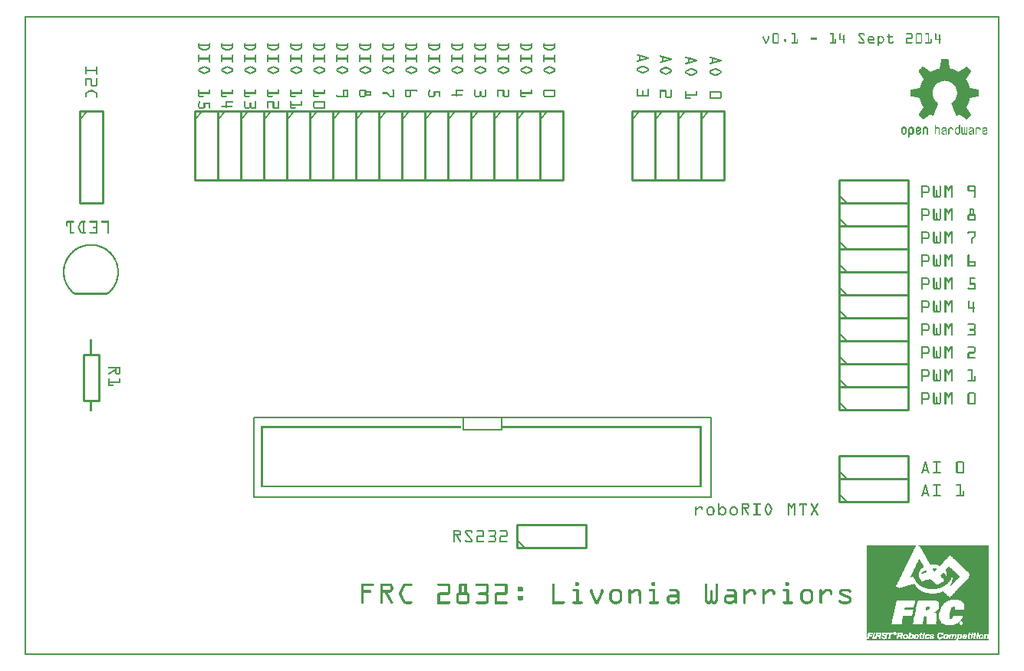
<source format=gto>
G04 MADE WITH FRITZING*
G04 WWW.FRITZING.ORG*
G04 DOUBLE SIDED*
G04 HOLES PLATED*
G04 CONTOUR ON CENTER OF CONTOUR VECTOR*
%ASAXBY*%
%FSLAX23Y23*%
%MOIN*%
%OFA0B0*%
%SFA1.0B1.0*%
%ADD10R,1.995200X0.354200X1.979200X0.338200*%
%ADD11C,0.008000*%
%ADD12R,0.173200X0.063000X0.157200X0.047000*%
%ADD13C,0.010000*%
%ADD14C,0.005000*%
%ADD15R,0.001000X0.001000*%
%LNSILK1*%
G90*
G70*
G54D11*
X996Y1036D02*
X2983Y1036D01*
X2983Y690D01*
X996Y690D01*
X996Y1036D01*
D02*
X1907Y1036D02*
X2072Y1036D01*
X2072Y981D01*
X1907Y981D01*
X1907Y1036D01*
D02*
G54D13*
X2639Y2368D02*
X2639Y2068D01*
D02*
X2639Y2068D02*
X2739Y2068D01*
D02*
X2739Y2068D02*
X2739Y2368D01*
D02*
X2739Y2368D02*
X2639Y2368D01*
G54D14*
D02*
X2639Y2333D02*
X2674Y2368D01*
G54D13*
D02*
X2739Y2368D02*
X2739Y2068D01*
D02*
X2739Y2068D02*
X2839Y2068D01*
D02*
X2839Y2068D02*
X2839Y2368D01*
D02*
X2839Y2368D02*
X2739Y2368D01*
G54D14*
D02*
X2739Y2333D02*
X2774Y2368D01*
G54D13*
D02*
X2939Y2368D02*
X2939Y2068D01*
D02*
X2939Y2068D02*
X3039Y2068D01*
D02*
X3039Y2068D02*
X3039Y2368D01*
D02*
X3039Y2368D02*
X2939Y2368D01*
G54D14*
D02*
X2939Y2333D02*
X2974Y2368D01*
G54D13*
D02*
X2839Y2368D02*
X2839Y2068D01*
D02*
X2839Y2068D02*
X2939Y2068D01*
D02*
X2939Y2068D02*
X2939Y2368D01*
D02*
X2939Y2368D02*
X2839Y2368D01*
G54D14*
D02*
X2839Y2333D02*
X2874Y2368D01*
G54D13*
D02*
X3539Y668D02*
X3839Y668D01*
D02*
X3839Y668D02*
X3839Y768D01*
D02*
X3839Y768D02*
X3539Y768D01*
D02*
X3539Y768D02*
X3539Y668D01*
G54D14*
D02*
X3574Y668D02*
X3539Y703D01*
G54D13*
D02*
X3539Y768D02*
X3839Y768D01*
D02*
X3839Y768D02*
X3839Y868D01*
D02*
X3839Y868D02*
X3539Y868D01*
D02*
X3539Y868D02*
X3539Y768D01*
G54D14*
D02*
X3574Y768D02*
X3539Y803D01*
G54D13*
D02*
X3539Y1968D02*
X3839Y1968D01*
D02*
X3839Y1968D02*
X3839Y2068D01*
D02*
X3839Y2068D02*
X3539Y2068D01*
D02*
X3539Y2068D02*
X3539Y1968D01*
G54D14*
D02*
X3574Y1968D02*
X3539Y2003D01*
G54D13*
D02*
X3539Y1868D02*
X3839Y1868D01*
D02*
X3839Y1868D02*
X3839Y1968D01*
D02*
X3839Y1968D02*
X3539Y1968D01*
D02*
X3539Y1968D02*
X3539Y1868D01*
G54D14*
D02*
X3574Y1868D02*
X3539Y1903D01*
G54D13*
D02*
X3539Y1768D02*
X3839Y1768D01*
D02*
X3839Y1768D02*
X3839Y1868D01*
D02*
X3839Y1868D02*
X3539Y1868D01*
D02*
X3539Y1868D02*
X3539Y1768D01*
G54D14*
D02*
X3574Y1768D02*
X3539Y1803D01*
G54D13*
D02*
X3539Y1668D02*
X3839Y1668D01*
D02*
X3839Y1668D02*
X3839Y1768D01*
D02*
X3839Y1768D02*
X3539Y1768D01*
D02*
X3539Y1768D02*
X3539Y1668D01*
G54D14*
D02*
X3574Y1668D02*
X3539Y1703D01*
G54D13*
D02*
X3539Y1568D02*
X3839Y1568D01*
D02*
X3839Y1568D02*
X3839Y1668D01*
D02*
X3839Y1668D02*
X3539Y1668D01*
D02*
X3539Y1668D02*
X3539Y1568D01*
G54D14*
D02*
X3574Y1568D02*
X3539Y1603D01*
G54D13*
D02*
X3539Y1468D02*
X3839Y1468D01*
D02*
X3839Y1468D02*
X3839Y1568D01*
D02*
X3839Y1568D02*
X3539Y1568D01*
D02*
X3539Y1568D02*
X3539Y1468D01*
G54D14*
D02*
X3574Y1468D02*
X3539Y1503D01*
G54D13*
D02*
X3539Y1368D02*
X3839Y1368D01*
D02*
X3839Y1368D02*
X3839Y1468D01*
D02*
X3839Y1468D02*
X3539Y1468D01*
D02*
X3539Y1468D02*
X3539Y1368D01*
G54D14*
D02*
X3574Y1368D02*
X3539Y1403D01*
G54D13*
D02*
X3539Y1268D02*
X3839Y1268D01*
D02*
X3839Y1268D02*
X3839Y1368D01*
D02*
X3839Y1368D02*
X3539Y1368D01*
D02*
X3539Y1368D02*
X3539Y1268D01*
G54D14*
D02*
X3574Y1268D02*
X3539Y1303D01*
G54D13*
D02*
X3539Y1168D02*
X3839Y1168D01*
D02*
X3839Y1168D02*
X3839Y1268D01*
D02*
X3839Y1268D02*
X3539Y1268D01*
D02*
X3539Y1268D02*
X3539Y1168D01*
G54D14*
D02*
X3574Y1168D02*
X3539Y1203D01*
G54D13*
D02*
X3539Y1068D02*
X3839Y1068D01*
D02*
X3839Y1068D02*
X3839Y1168D01*
D02*
X3839Y1168D02*
X3539Y1168D01*
D02*
X3539Y1168D02*
X3539Y1068D01*
G54D14*
D02*
X3574Y1068D02*
X3539Y1103D01*
G54D13*
D02*
X2139Y468D02*
X2439Y468D01*
D02*
X2439Y468D02*
X2439Y568D01*
D02*
X2439Y568D02*
X2139Y568D01*
D02*
X2139Y568D02*
X2139Y468D01*
G54D14*
D02*
X2174Y468D02*
X2139Y503D01*
G54D13*
D02*
X239Y2368D02*
X239Y1968D01*
D02*
X239Y1968D02*
X339Y1968D01*
D02*
X339Y1968D02*
X339Y2368D01*
D02*
X339Y2368D02*
X239Y2368D01*
G54D14*
D02*
X239Y2333D02*
X274Y2368D01*
G54D13*
D02*
X739Y2368D02*
X739Y2068D01*
D02*
X739Y2068D02*
X839Y2068D01*
D02*
X839Y2068D02*
X839Y2368D01*
D02*
X839Y2368D02*
X739Y2368D01*
G54D14*
D02*
X739Y2333D02*
X774Y2368D01*
G54D13*
D02*
X839Y2368D02*
X839Y2068D01*
D02*
X839Y2068D02*
X939Y2068D01*
D02*
X939Y2068D02*
X939Y2368D01*
D02*
X939Y2368D02*
X839Y2368D01*
G54D14*
D02*
X839Y2333D02*
X874Y2368D01*
G54D13*
D02*
X939Y2368D02*
X939Y2068D01*
D02*
X939Y2068D02*
X1039Y2068D01*
D02*
X1039Y2068D02*
X1039Y2368D01*
D02*
X1039Y2368D02*
X939Y2368D01*
G54D14*
D02*
X939Y2333D02*
X974Y2368D01*
G54D13*
D02*
X1039Y2368D02*
X1039Y2068D01*
D02*
X1039Y2068D02*
X1139Y2068D01*
D02*
X1139Y2068D02*
X1139Y2368D01*
D02*
X1139Y2368D02*
X1039Y2368D01*
G54D14*
D02*
X1039Y2333D02*
X1074Y2368D01*
G54D13*
D02*
X1139Y2368D02*
X1139Y2068D01*
D02*
X1139Y2068D02*
X1239Y2068D01*
D02*
X1239Y2068D02*
X1239Y2368D01*
D02*
X1239Y2368D02*
X1139Y2368D01*
G54D14*
D02*
X1139Y2333D02*
X1174Y2368D01*
G54D13*
D02*
X1239Y2368D02*
X1239Y2068D01*
D02*
X1239Y2068D02*
X1339Y2068D01*
D02*
X1339Y2068D02*
X1339Y2368D01*
D02*
X1339Y2368D02*
X1239Y2368D01*
G54D14*
D02*
X1239Y2333D02*
X1274Y2368D01*
G54D13*
D02*
X1339Y2368D02*
X1339Y2068D01*
D02*
X1339Y2068D02*
X1439Y2068D01*
D02*
X1439Y2068D02*
X1439Y2368D01*
D02*
X1439Y2368D02*
X1339Y2368D01*
G54D14*
D02*
X1339Y2333D02*
X1374Y2368D01*
G54D13*
D02*
X1439Y2368D02*
X1439Y2068D01*
D02*
X1439Y2068D02*
X1539Y2068D01*
D02*
X1539Y2068D02*
X1539Y2368D01*
D02*
X1539Y2368D02*
X1439Y2368D01*
G54D14*
D02*
X1439Y2333D02*
X1474Y2368D01*
G54D13*
D02*
X1539Y2368D02*
X1539Y2068D01*
D02*
X1539Y2068D02*
X1639Y2068D01*
D02*
X1639Y2068D02*
X1639Y2368D01*
D02*
X1639Y2368D02*
X1539Y2368D01*
G54D14*
D02*
X1539Y2333D02*
X1574Y2368D01*
G54D13*
D02*
X1639Y2368D02*
X1639Y2068D01*
D02*
X1639Y2068D02*
X1739Y2068D01*
D02*
X1739Y2068D02*
X1739Y2368D01*
D02*
X1739Y2368D02*
X1639Y2368D01*
G54D14*
D02*
X1639Y2333D02*
X1674Y2368D01*
G54D13*
D02*
X1739Y2368D02*
X1739Y2068D01*
D02*
X1739Y2068D02*
X1839Y2068D01*
D02*
X1839Y2068D02*
X1839Y2368D01*
D02*
X1839Y2368D02*
X1739Y2368D01*
G54D14*
D02*
X1739Y2333D02*
X1774Y2368D01*
G54D13*
D02*
X1839Y2368D02*
X1839Y2068D01*
D02*
X1839Y2068D02*
X1939Y2068D01*
D02*
X1939Y2068D02*
X1939Y2368D01*
D02*
X1939Y2368D02*
X1839Y2368D01*
G54D14*
D02*
X1839Y2333D02*
X1874Y2368D01*
G54D13*
D02*
X1939Y2368D02*
X1939Y2068D01*
D02*
X1939Y2068D02*
X2039Y2068D01*
D02*
X2039Y2068D02*
X2039Y2368D01*
D02*
X2039Y2368D02*
X1939Y2368D01*
G54D14*
D02*
X1939Y2333D02*
X1974Y2368D01*
G54D13*
D02*
X2039Y2368D02*
X2039Y2068D01*
D02*
X2039Y2068D02*
X2139Y2068D01*
D02*
X2139Y2068D02*
X2139Y2368D01*
D02*
X2139Y2368D02*
X2039Y2368D01*
G54D14*
D02*
X2039Y2333D02*
X2074Y2368D01*
G54D13*
D02*
X2139Y2368D02*
X2139Y2068D01*
D02*
X2139Y2068D02*
X2239Y2068D01*
D02*
X2239Y2068D02*
X2239Y2368D01*
D02*
X2239Y2368D02*
X2139Y2368D01*
G54D14*
D02*
X2139Y2333D02*
X2174Y2368D01*
G54D13*
D02*
X2239Y2368D02*
X2239Y2068D01*
D02*
X2239Y2068D02*
X2339Y2068D01*
D02*
X2339Y2068D02*
X2339Y2368D01*
D02*
X2339Y2368D02*
X2239Y2368D01*
G54D14*
D02*
X2239Y2333D02*
X2274Y2368D01*
G54D13*
D02*
X322Y1308D02*
X322Y1108D01*
D02*
X322Y1108D02*
X256Y1108D01*
D02*
X256Y1108D02*
X256Y1308D01*
D02*
X256Y1308D02*
X322Y1308D01*
G36*
X3888Y420D02*
X3888Y417D01*
X3886Y417D01*
X3886Y414D01*
X3885Y414D01*
X3885Y411D01*
X3883Y411D01*
X3883Y408D01*
X3882Y408D01*
X3882Y404D01*
X3880Y404D01*
X3880Y401D01*
X3878Y401D01*
X3878Y398D01*
X3877Y398D01*
X3877Y395D01*
X3875Y395D01*
X3875Y391D01*
X3873Y391D01*
X3873Y388D01*
X3872Y388D01*
X3872Y385D01*
X3870Y385D01*
X3870Y382D01*
X3869Y382D01*
X3869Y378D01*
X3867Y378D01*
X3867Y374D01*
X3865Y374D01*
X3865Y370D01*
X3864Y370D01*
X3864Y367D01*
X3862Y367D01*
X3862Y364D01*
X3861Y364D01*
X3861Y361D01*
X3859Y361D01*
X3859Y357D01*
X3857Y357D01*
X3857Y354D01*
X3856Y354D01*
X3856Y351D01*
X3854Y351D01*
X3854Y348D01*
X3852Y348D01*
X3852Y346D01*
X3865Y346D01*
X3865Y336D01*
X3867Y336D01*
X3867Y331D01*
X3869Y331D01*
X3869Y328D01*
X3870Y328D01*
X3870Y325D01*
X3872Y325D01*
X3872Y322D01*
X3899Y322D01*
X3899Y323D01*
X3898Y323D01*
X3898Y325D01*
X3896Y325D01*
X3896Y327D01*
X3895Y327D01*
X3895Y328D01*
X3893Y328D01*
X3893Y331D01*
X3891Y331D01*
X3891Y333D01*
X3890Y333D01*
X3890Y338D01*
X3888Y338D01*
X3888Y343D01*
X3886Y343D01*
X3886Y357D01*
X3888Y357D01*
X3888Y362D01*
X3890Y362D01*
X3890Y365D01*
X3891Y365D01*
X3891Y369D01*
X3893Y369D01*
X3893Y370D01*
X3895Y370D01*
X3895Y374D01*
X3896Y374D01*
X3896Y375D01*
X3898Y375D01*
X3898Y377D01*
X3899Y377D01*
X3899Y378D01*
X3901Y378D01*
X3901Y380D01*
X3903Y380D01*
X3903Y382D01*
X3906Y382D01*
X3906Y383D01*
X3907Y383D01*
X3907Y385D01*
X3909Y385D01*
X3909Y386D01*
X3907Y386D01*
X3907Y390D01*
X3906Y390D01*
X3906Y393D01*
X3904Y393D01*
X3904Y396D01*
X3903Y396D01*
X3903Y398D01*
X3901Y398D01*
X3901Y401D01*
X3899Y401D01*
X3899Y403D01*
X3898Y403D01*
X3898Y406D01*
X3896Y406D01*
X3896Y409D01*
X3895Y409D01*
X3895Y412D01*
X3893Y412D01*
X3893Y414D01*
X3891Y414D01*
X3891Y417D01*
X3890Y417D01*
X3890Y420D01*
X3888Y420D01*
G37*
D02*
G36*
X4018Y386D02*
X4018Y385D01*
X4014Y385D01*
X4014Y383D01*
X4013Y383D01*
X4013Y382D01*
X4011Y382D01*
X4011Y378D01*
X4009Y378D01*
X4009Y377D01*
X4008Y377D01*
X4008Y375D01*
X4006Y375D01*
X4006Y374D01*
X4005Y374D01*
X4005Y372D01*
X4003Y372D01*
X4003Y367D01*
X4005Y367D01*
X4005Y364D01*
X4006Y364D01*
X4006Y359D01*
X4008Y359D01*
X4008Y352D01*
X4031Y352D01*
X4031Y340D01*
X4032Y340D01*
X4032Y328D01*
X4031Y328D01*
X4031Y318D01*
X4029Y318D01*
X4029Y314D01*
X4027Y314D01*
X4027Y310D01*
X4026Y310D01*
X4026Y307D01*
X4024Y307D01*
X4024Y306D01*
X4022Y306D01*
X4022Y304D01*
X4024Y304D01*
X4024Y302D01*
X4027Y302D01*
X4027Y304D01*
X4029Y304D01*
X4029Y306D01*
X4031Y306D01*
X4031Y307D01*
X4032Y307D01*
X4032Y309D01*
X4034Y309D01*
X4034Y310D01*
X4035Y310D01*
X4035Y312D01*
X4037Y312D01*
X4037Y314D01*
X4039Y314D01*
X4039Y315D01*
X4040Y315D01*
X4040Y318D01*
X4042Y318D01*
X4042Y320D01*
X4043Y320D01*
X4043Y322D01*
X4045Y322D01*
X4045Y323D01*
X4047Y323D01*
X4047Y325D01*
X4048Y325D01*
X4048Y327D01*
X4050Y327D01*
X4050Y328D01*
X4052Y328D01*
X4052Y330D01*
X4053Y330D01*
X4053Y331D01*
X4055Y331D01*
X4055Y333D01*
X4056Y333D01*
X4056Y335D01*
X4058Y335D01*
X4058Y336D01*
X4060Y336D01*
X4060Y338D01*
X4061Y338D01*
X4061Y340D01*
X4063Y340D01*
X4063Y341D01*
X4065Y341D01*
X4065Y343D01*
X4063Y343D01*
X4063Y344D01*
X4061Y344D01*
X4061Y346D01*
X4060Y346D01*
X4060Y348D01*
X4058Y348D01*
X4058Y349D01*
X4056Y349D01*
X4056Y351D01*
X4055Y351D01*
X4055Y352D01*
X4053Y352D01*
X4053Y354D01*
X4052Y354D01*
X4052Y356D01*
X4050Y356D01*
X4050Y357D01*
X4048Y357D01*
X4048Y359D01*
X4047Y359D01*
X4047Y361D01*
X4045Y361D01*
X4045Y362D01*
X4043Y362D01*
X4043Y364D01*
X4042Y364D01*
X4042Y365D01*
X4039Y365D01*
X4039Y367D01*
X4037Y367D01*
X4037Y369D01*
X4035Y369D01*
X4035Y370D01*
X4034Y370D01*
X4034Y372D01*
X4032Y372D01*
X4032Y374D01*
X4031Y374D01*
X4031Y375D01*
X4029Y375D01*
X4029Y377D01*
X4027Y377D01*
X4027Y378D01*
X4026Y378D01*
X4026Y380D01*
X4024Y380D01*
X4024Y382D01*
X4022Y382D01*
X4022Y383D01*
X4021Y383D01*
X4021Y385D01*
X4019Y385D01*
X4019Y386D01*
X4018Y386D01*
G37*
D02*
G36*
X3992Y361D02*
X3992Y359D01*
X3990Y359D01*
X3990Y356D01*
X3988Y356D01*
X3988Y354D01*
X3987Y354D01*
X3987Y352D01*
X3985Y352D01*
X3985Y351D01*
X3984Y351D01*
X3984Y349D01*
X3982Y349D01*
X3982Y348D01*
X3980Y348D01*
X3980Y344D01*
X4005Y344D01*
X4005Y348D01*
X4003Y348D01*
X4003Y351D01*
X4001Y351D01*
X4001Y354D01*
X4000Y354D01*
X4000Y356D01*
X3998Y356D01*
X3998Y357D01*
X3997Y357D01*
X3997Y359D01*
X3995Y359D01*
X3995Y361D01*
X3992Y361D01*
G37*
D02*
G36*
X4008Y352D02*
X4008Y344D01*
X4029Y344D01*
X4029Y352D01*
X4008Y352D01*
G37*
D02*
G36*
X3852Y346D02*
X3852Y344D01*
X3851Y344D01*
X3851Y341D01*
X3849Y341D01*
X3849Y340D01*
X3852Y340D01*
X3852Y341D01*
X3857Y341D01*
X3857Y343D01*
X3862Y343D01*
X3862Y344D01*
X3864Y344D01*
X3864Y346D01*
X3852Y346D01*
G37*
D02*
G36*
X3982Y344D02*
X3982Y343D01*
X4029Y343D01*
X4029Y344D01*
X3982Y344D01*
G37*
D02*
G36*
X3982Y344D02*
X3982Y343D01*
X4029Y343D01*
X4029Y344D01*
X3982Y344D01*
G37*
D02*
G36*
X3984Y343D02*
X3984Y341D01*
X3985Y341D01*
X3985Y340D01*
X3987Y340D01*
X3987Y338D01*
X3988Y338D01*
X3988Y336D01*
X3990Y336D01*
X3990Y335D01*
X3992Y335D01*
X3992Y333D01*
X3993Y333D01*
X3993Y331D01*
X3995Y331D01*
X3995Y330D01*
X3997Y330D01*
X3997Y328D01*
X3998Y328D01*
X3998Y327D01*
X3997Y327D01*
X3997Y325D01*
X3995Y325D01*
X3995Y323D01*
X3993Y323D01*
X3993Y322D01*
X3992Y322D01*
X3992Y320D01*
X3988Y320D01*
X3988Y318D01*
X3987Y318D01*
X3987Y317D01*
X3984Y317D01*
X3984Y315D01*
X3982Y315D01*
X3982Y314D01*
X3979Y314D01*
X3979Y312D01*
X3974Y312D01*
X3974Y310D01*
X3969Y310D01*
X3969Y309D01*
X4008Y309D01*
X4008Y310D01*
X4009Y310D01*
X4009Y312D01*
X4013Y312D01*
X4013Y314D01*
X4014Y314D01*
X4014Y317D01*
X4016Y317D01*
X4016Y318D01*
X4018Y318D01*
X4018Y320D01*
X4019Y320D01*
X4019Y322D01*
X4021Y322D01*
X4021Y325D01*
X4022Y325D01*
X4022Y327D01*
X4024Y327D01*
X4024Y330D01*
X4026Y330D01*
X4026Y335D01*
X4027Y335D01*
X4027Y340D01*
X4029Y340D01*
X4029Y343D01*
X3984Y343D01*
G37*
D02*
G36*
X3935Y333D02*
X3935Y331D01*
X3929Y331D01*
X3929Y330D01*
X3924Y330D01*
X3924Y328D01*
X3919Y328D01*
X3919Y327D01*
X3912Y327D01*
X3912Y325D01*
X3907Y325D01*
X3907Y323D01*
X3903Y323D01*
X3903Y322D01*
X3948Y322D01*
X3948Y323D01*
X3946Y323D01*
X3946Y325D01*
X3945Y325D01*
X3945Y327D01*
X3943Y327D01*
X3943Y328D01*
X3940Y328D01*
X3940Y330D01*
X3938Y330D01*
X3938Y331D01*
X3937Y331D01*
X3937Y333D01*
X3935Y333D01*
G37*
D02*
G36*
X3873Y322D02*
X3873Y320D01*
X3950Y320D01*
X3950Y322D01*
X3873Y322D01*
G37*
D02*
G36*
X3873Y322D02*
X3873Y320D01*
X3950Y320D01*
X3950Y322D01*
X3873Y322D01*
G37*
D02*
G36*
X3875Y320D02*
X3875Y317D01*
X3877Y317D01*
X3877Y315D01*
X3878Y315D01*
X3878Y314D01*
X3880Y314D01*
X3880Y312D01*
X3882Y312D01*
X3882Y310D01*
X3883Y310D01*
X3883Y309D01*
X3961Y309D01*
X3961Y310D01*
X3959Y310D01*
X3959Y312D01*
X3958Y312D01*
X3958Y314D01*
X3956Y314D01*
X3956Y315D01*
X3954Y315D01*
X3954Y317D01*
X3953Y317D01*
X3953Y318D01*
X3951Y318D01*
X3951Y320D01*
X3875Y320D01*
G37*
D02*
G36*
X3885Y309D02*
X3885Y307D01*
X4006Y307D01*
X4006Y309D01*
X3885Y309D01*
G37*
D02*
G36*
X3885Y309D02*
X3885Y307D01*
X4006Y307D01*
X4006Y309D01*
X3885Y309D01*
G37*
D02*
G36*
X3888Y307D02*
X3888Y306D01*
X3890Y306D01*
X3890Y304D01*
X3891Y304D01*
X3891Y302D01*
X3895Y302D01*
X3895Y301D01*
X3898Y301D01*
X3898Y299D01*
X3901Y299D01*
X3901Y297D01*
X3904Y297D01*
X3904Y296D01*
X3907Y296D01*
X3907Y294D01*
X3912Y294D01*
X3912Y293D01*
X3919Y293D01*
X3919Y291D01*
X3925Y291D01*
X3925Y289D01*
X3937Y289D01*
X3937Y288D01*
X3954Y288D01*
X3954Y289D01*
X3966Y289D01*
X3966Y291D01*
X3972Y291D01*
X3972Y293D01*
X3979Y293D01*
X3979Y294D01*
X3984Y294D01*
X3984Y296D01*
X3987Y296D01*
X3987Y297D01*
X3990Y297D01*
X3990Y299D01*
X3993Y299D01*
X3993Y301D01*
X3997Y301D01*
X3997Y302D01*
X4000Y302D01*
X4000Y304D01*
X4001Y304D01*
X4001Y306D01*
X4005Y306D01*
X4005Y307D01*
X3888Y307D01*
G37*
D02*
G36*
X3945Y378D02*
X3945Y377D01*
X3946Y377D01*
X3946Y374D01*
X3948Y374D01*
X3948Y372D01*
X3950Y372D01*
X3950Y369D01*
X3951Y369D01*
X3951Y365D01*
X3953Y365D01*
X3953Y364D01*
X3954Y364D01*
X3954Y365D01*
X3956Y365D01*
X3956Y367D01*
X3958Y367D01*
X3958Y369D01*
X3959Y369D01*
X3959Y370D01*
X3961Y370D01*
X3961Y372D01*
X3963Y372D01*
X3963Y374D01*
X3964Y374D01*
X3964Y377D01*
X3953Y377D01*
X3953Y378D01*
X3945Y378D01*
G37*
D02*
G36*
X3914Y370D02*
X3914Y369D01*
X3911Y369D01*
X3911Y367D01*
X3909Y367D01*
X3909Y365D01*
X3906Y365D01*
X3906Y364D01*
X3904Y364D01*
X3904Y362D01*
X3903Y362D01*
X3903Y361D01*
X3901Y361D01*
X3901Y359D01*
X3899Y359D01*
X3899Y357D01*
X3898Y357D01*
X3898Y356D01*
X3896Y356D01*
X3896Y354D01*
X3901Y354D01*
X3901Y356D01*
X3906Y356D01*
X3906Y357D01*
X3911Y357D01*
X3911Y359D01*
X3917Y359D01*
X3917Y361D01*
X3922Y361D01*
X3922Y362D01*
X3920Y362D01*
X3920Y365D01*
X3919Y365D01*
X3919Y369D01*
X3917Y369D01*
X3917Y370D01*
X3914Y370D01*
G37*
D02*
G36*
X3919Y213D02*
X3919Y210D01*
X3917Y210D01*
X3917Y202D01*
X3916Y202D01*
X3916Y195D01*
X3922Y195D01*
X3922Y197D01*
X3927Y197D01*
X3927Y199D01*
X3929Y199D01*
X3929Y200D01*
X3930Y200D01*
X3930Y202D01*
X3932Y202D01*
X3932Y212D01*
X3930Y212D01*
X3930Y213D01*
X3919Y213D01*
G37*
D02*
G36*
X4069Y142D02*
X4069Y140D01*
X4071Y140D01*
X4071Y142D01*
X4069Y142D01*
G37*
D02*
G36*
X4066Y140D02*
X4066Y139D01*
X4068Y139D01*
X4068Y140D01*
X4066Y140D01*
G37*
D02*
G36*
X4069Y137D02*
X4069Y136D01*
X4071Y136D01*
X4071Y137D01*
X4069Y137D01*
G37*
D02*
G36*
X3707Y93D02*
X3707Y87D01*
X3713Y87D01*
X3713Y89D01*
X3715Y89D01*
X3715Y90D01*
X3716Y90D01*
X3716Y92D01*
X3715Y92D01*
X3715Y93D01*
X3707Y93D01*
G37*
D02*
G36*
X3802Y93D02*
X3802Y92D01*
X3801Y92D01*
X3801Y87D01*
X3807Y87D01*
X3807Y89D01*
X3810Y89D01*
X3810Y92D01*
X3809Y92D01*
X3809Y93D01*
X3802Y93D01*
G37*
D02*
G36*
X3828Y87D02*
X3828Y85D01*
X3827Y85D01*
X3827Y84D01*
X3825Y84D01*
X3825Y77D01*
X3827Y77D01*
X3827Y76D01*
X3830Y76D01*
X3830Y77D01*
X3831Y77D01*
X3831Y80D01*
X3833Y80D01*
X3833Y85D01*
X3831Y85D01*
X3831Y87D01*
X3828Y87D01*
G37*
D02*
G36*
X3852Y87D02*
X3852Y85D01*
X3851Y85D01*
X3851Y84D01*
X3849Y84D01*
X3849Y77D01*
X3851Y77D01*
X3851Y76D01*
X3854Y76D01*
X3854Y77D01*
X3856Y77D01*
X3856Y80D01*
X3857Y80D01*
X3857Y85D01*
X3856Y85D01*
X3856Y87D01*
X3852Y87D01*
G37*
D02*
G36*
X3875Y87D02*
X3875Y85D01*
X3873Y85D01*
X3873Y84D01*
X3872Y84D01*
X3872Y77D01*
X3873Y77D01*
X3873Y76D01*
X3877Y76D01*
X3877Y77D01*
X3878Y77D01*
X3878Y80D01*
X3880Y80D01*
X3880Y85D01*
X3878Y85D01*
X3878Y87D01*
X3875Y87D01*
G37*
D02*
G36*
X3941Y87D02*
X3941Y85D01*
X3946Y85D01*
X3946Y87D01*
X3941Y87D01*
G37*
D02*
G36*
X4003Y87D02*
X4003Y85D01*
X4001Y85D01*
X4001Y82D01*
X4000Y82D01*
X4000Y79D01*
X4001Y79D01*
X4001Y76D01*
X4005Y76D01*
X4005Y77D01*
X4006Y77D01*
X4006Y79D01*
X4008Y79D01*
X4008Y87D01*
X4003Y87D01*
G37*
D02*
G36*
X4063Y87D02*
X4063Y85D01*
X4061Y85D01*
X4061Y84D01*
X4060Y84D01*
X4060Y77D01*
X4061Y77D01*
X4061Y76D01*
X4065Y76D01*
X4065Y77D01*
X4066Y77D01*
X4066Y82D01*
X4068Y82D01*
X4068Y85D01*
X4066Y85D01*
X4066Y87D01*
X4063Y87D01*
G37*
D02*
G36*
X4086Y87D02*
X4086Y85D01*
X4084Y85D01*
X4084Y84D01*
X4090Y84D01*
X4090Y85D01*
X4089Y85D01*
X4089Y87D01*
X4086Y87D01*
G37*
D02*
G36*
X4157Y87D02*
X4157Y85D01*
X4155Y85D01*
X4155Y84D01*
X4154Y84D01*
X4154Y77D01*
X4155Y77D01*
X4155Y76D01*
X4158Y76D01*
X4158Y77D01*
X4160Y77D01*
X4160Y80D01*
X4162Y80D01*
X4162Y85D01*
X4160Y85D01*
X4160Y87D01*
X4157Y87D01*
G37*
D02*
G36*
X3940Y79D02*
X3940Y76D01*
X3945Y76D01*
X3945Y79D01*
X3940Y79D01*
G37*
D02*
G36*
X4082Y79D02*
X4082Y77D01*
X4084Y77D01*
X4084Y76D01*
X4087Y76D01*
X4087Y77D01*
X4089Y77D01*
X4089Y79D01*
X4082Y79D01*
G37*
D02*
G36*
X3661Y479D02*
X3661Y293D01*
X3799Y293D01*
X3799Y294D01*
X3796Y294D01*
X3796Y296D01*
X3792Y296D01*
X3792Y297D01*
X3789Y297D01*
X3789Y299D01*
X3788Y299D01*
X3788Y304D01*
X3789Y304D01*
X3789Y307D01*
X3791Y307D01*
X3791Y310D01*
X3792Y310D01*
X3792Y314D01*
X3794Y314D01*
X3794Y317D01*
X3796Y317D01*
X3796Y320D01*
X3797Y320D01*
X3797Y323D01*
X3799Y323D01*
X3799Y327D01*
X3801Y327D01*
X3801Y330D01*
X3802Y330D01*
X3802Y333D01*
X3804Y333D01*
X3804Y336D01*
X3805Y336D01*
X3805Y340D01*
X3807Y340D01*
X3807Y343D01*
X3809Y343D01*
X3809Y346D01*
X3810Y346D01*
X3810Y349D01*
X3812Y349D01*
X3812Y352D01*
X3814Y352D01*
X3814Y356D01*
X3815Y356D01*
X3815Y359D01*
X3817Y359D01*
X3817Y362D01*
X3818Y362D01*
X3818Y365D01*
X3820Y365D01*
X3820Y369D01*
X3822Y369D01*
X3822Y374D01*
X3823Y374D01*
X3823Y377D01*
X3825Y377D01*
X3825Y380D01*
X3827Y380D01*
X3827Y383D01*
X3828Y383D01*
X3828Y386D01*
X3830Y386D01*
X3830Y390D01*
X3831Y390D01*
X3831Y393D01*
X3833Y393D01*
X3833Y396D01*
X3835Y396D01*
X3835Y399D01*
X3836Y399D01*
X3836Y403D01*
X3838Y403D01*
X3838Y406D01*
X3839Y406D01*
X3839Y409D01*
X3841Y409D01*
X3841Y412D01*
X3843Y412D01*
X3843Y416D01*
X3844Y416D01*
X3844Y419D01*
X3846Y419D01*
X3846Y422D01*
X3848Y422D01*
X3848Y425D01*
X3849Y425D01*
X3849Y429D01*
X3851Y429D01*
X3851Y432D01*
X3852Y432D01*
X3852Y435D01*
X3854Y435D01*
X3854Y438D01*
X3856Y438D01*
X3856Y442D01*
X3857Y442D01*
X3857Y446D01*
X3859Y446D01*
X3859Y450D01*
X3861Y450D01*
X3861Y453D01*
X3862Y453D01*
X3862Y456D01*
X3864Y456D01*
X3864Y459D01*
X3865Y459D01*
X3865Y463D01*
X3867Y463D01*
X3867Y466D01*
X3869Y466D01*
X3869Y469D01*
X3870Y469D01*
X3870Y472D01*
X3872Y472D01*
X3872Y476D01*
X3873Y476D01*
X3873Y479D01*
X3661Y479D01*
G37*
D02*
G36*
X3882Y479D02*
X3882Y477D01*
X3885Y477D01*
X3885Y476D01*
X3890Y476D01*
X3890Y474D01*
X3891Y474D01*
X3891Y472D01*
X3893Y472D01*
X3893Y469D01*
X3895Y469D01*
X3895Y466D01*
X3896Y466D01*
X3896Y463D01*
X3898Y463D01*
X3898Y461D01*
X3899Y461D01*
X3899Y458D01*
X3901Y458D01*
X3901Y455D01*
X3903Y455D01*
X3903Y451D01*
X3904Y451D01*
X3904Y450D01*
X3906Y450D01*
X3906Y446D01*
X3907Y446D01*
X3907Y443D01*
X3909Y443D01*
X3909Y440D01*
X3911Y440D01*
X3911Y437D01*
X3912Y437D01*
X3912Y435D01*
X4024Y435D01*
X4024Y433D01*
X4026Y433D01*
X4026Y432D01*
X4027Y432D01*
X4027Y430D01*
X4029Y430D01*
X4029Y429D01*
X4031Y429D01*
X4031Y427D01*
X4032Y427D01*
X4032Y425D01*
X4034Y425D01*
X4034Y424D01*
X4035Y424D01*
X4035Y422D01*
X4037Y422D01*
X4037Y420D01*
X4039Y420D01*
X4039Y419D01*
X4042Y419D01*
X4042Y417D01*
X4043Y417D01*
X4043Y416D01*
X4045Y416D01*
X4045Y414D01*
X4047Y414D01*
X4047Y412D01*
X4048Y412D01*
X4048Y411D01*
X4050Y411D01*
X4050Y409D01*
X4052Y409D01*
X4052Y408D01*
X4053Y408D01*
X4053Y406D01*
X4055Y406D01*
X4055Y404D01*
X4056Y404D01*
X4056Y403D01*
X4058Y403D01*
X4058Y401D01*
X4060Y401D01*
X4060Y399D01*
X4061Y399D01*
X4061Y398D01*
X4063Y398D01*
X4063Y396D01*
X4065Y396D01*
X4065Y395D01*
X4066Y395D01*
X4066Y393D01*
X4068Y393D01*
X4068Y391D01*
X4069Y391D01*
X4069Y390D01*
X4071Y390D01*
X4071Y388D01*
X4073Y388D01*
X4073Y386D01*
X4074Y386D01*
X4074Y385D01*
X4076Y385D01*
X4076Y383D01*
X4077Y383D01*
X4077Y382D01*
X4079Y382D01*
X4079Y380D01*
X4081Y380D01*
X4081Y378D01*
X4082Y378D01*
X4082Y377D01*
X4084Y377D01*
X4084Y375D01*
X4086Y375D01*
X4086Y374D01*
X4087Y374D01*
X4087Y372D01*
X4089Y372D01*
X4089Y370D01*
X4092Y370D01*
X4092Y369D01*
X4094Y369D01*
X4094Y367D01*
X4095Y367D01*
X4095Y365D01*
X4097Y365D01*
X4097Y364D01*
X4099Y364D01*
X4099Y362D01*
X4100Y362D01*
X4100Y361D01*
X4102Y361D01*
X4102Y359D01*
X4103Y359D01*
X4103Y357D01*
X4105Y357D01*
X4105Y356D01*
X4107Y356D01*
X4107Y354D01*
X4108Y354D01*
X4108Y349D01*
X4107Y349D01*
X4107Y344D01*
X4105Y344D01*
X4105Y341D01*
X4103Y341D01*
X4103Y336D01*
X4102Y336D01*
X4102Y335D01*
X4100Y335D01*
X4100Y333D01*
X4099Y333D01*
X4099Y331D01*
X4097Y331D01*
X4097Y330D01*
X4095Y330D01*
X4095Y328D01*
X4094Y328D01*
X4094Y327D01*
X4092Y327D01*
X4092Y325D01*
X4090Y325D01*
X4090Y323D01*
X4089Y323D01*
X4089Y322D01*
X4087Y322D01*
X4087Y320D01*
X4086Y320D01*
X4086Y318D01*
X4084Y318D01*
X4084Y317D01*
X4082Y317D01*
X4082Y315D01*
X4081Y315D01*
X4081Y314D01*
X4079Y314D01*
X4079Y312D01*
X4077Y312D01*
X4077Y310D01*
X4076Y310D01*
X4076Y309D01*
X4074Y309D01*
X4074Y307D01*
X4073Y307D01*
X4073Y306D01*
X4071Y306D01*
X4071Y304D01*
X4069Y304D01*
X4069Y302D01*
X4068Y302D01*
X4068Y301D01*
X4066Y301D01*
X4066Y297D01*
X4065Y297D01*
X4065Y296D01*
X4063Y296D01*
X4063Y294D01*
X4061Y294D01*
X4061Y293D01*
X4060Y293D01*
X4060Y291D01*
X4058Y291D01*
X4058Y289D01*
X4056Y289D01*
X4056Y288D01*
X4055Y288D01*
X4055Y286D01*
X4053Y286D01*
X4053Y284D01*
X4052Y284D01*
X4052Y283D01*
X4050Y283D01*
X4050Y281D01*
X4048Y281D01*
X4048Y280D01*
X4047Y280D01*
X4047Y278D01*
X4045Y278D01*
X4045Y276D01*
X4043Y276D01*
X4043Y275D01*
X4042Y275D01*
X4042Y273D01*
X4040Y273D01*
X4040Y272D01*
X4039Y272D01*
X4039Y270D01*
X4037Y270D01*
X4037Y268D01*
X4035Y268D01*
X4035Y267D01*
X4034Y267D01*
X4034Y265D01*
X4032Y265D01*
X4032Y263D01*
X4031Y263D01*
X4031Y262D01*
X4029Y262D01*
X4029Y260D01*
X4027Y260D01*
X4027Y259D01*
X4026Y259D01*
X4026Y257D01*
X4024Y257D01*
X4024Y254D01*
X4022Y254D01*
X4022Y252D01*
X4191Y252D01*
X4191Y479D01*
X3882Y479D01*
G37*
D02*
G36*
X3914Y435D02*
X3914Y432D01*
X3916Y432D01*
X3916Y429D01*
X3917Y429D01*
X3917Y425D01*
X3919Y425D01*
X3919Y424D01*
X3920Y424D01*
X3920Y420D01*
X3922Y420D01*
X3922Y417D01*
X3924Y417D01*
X3924Y414D01*
X3925Y414D01*
X3925Y411D01*
X3927Y411D01*
X3927Y408D01*
X3929Y408D01*
X3929Y404D01*
X3930Y404D01*
X3930Y401D01*
X3932Y401D01*
X3932Y399D01*
X3933Y399D01*
X3933Y396D01*
X3953Y396D01*
X3953Y395D01*
X3966Y395D01*
X3966Y393D01*
X3972Y393D01*
X3972Y391D01*
X3975Y391D01*
X3975Y390D01*
X3980Y390D01*
X3980Y391D01*
X3982Y391D01*
X3982Y393D01*
X3984Y393D01*
X3984Y395D01*
X3985Y395D01*
X3985Y396D01*
X3987Y396D01*
X3987Y398D01*
X3988Y398D01*
X3988Y399D01*
X3990Y399D01*
X3990Y403D01*
X3992Y403D01*
X3992Y404D01*
X3993Y404D01*
X3993Y406D01*
X3995Y406D01*
X3995Y408D01*
X3997Y408D01*
X3997Y409D01*
X3998Y409D01*
X3998Y411D01*
X4000Y411D01*
X4000Y412D01*
X4001Y412D01*
X4001Y414D01*
X4003Y414D01*
X4003Y416D01*
X4005Y416D01*
X4005Y417D01*
X4006Y417D01*
X4006Y419D01*
X4008Y419D01*
X4008Y420D01*
X4009Y420D01*
X4009Y422D01*
X4011Y422D01*
X4011Y425D01*
X4013Y425D01*
X4013Y427D01*
X4014Y427D01*
X4014Y429D01*
X4016Y429D01*
X4016Y430D01*
X4018Y430D01*
X4018Y432D01*
X4019Y432D01*
X4019Y433D01*
X4021Y433D01*
X4021Y435D01*
X3914Y435D01*
G37*
D02*
G36*
X3935Y396D02*
X3935Y395D01*
X3945Y395D01*
X3945Y396D01*
X3935Y396D01*
G37*
D02*
G36*
X3865Y312D02*
X3865Y310D01*
X3859Y310D01*
X3859Y309D01*
X3854Y309D01*
X3854Y307D01*
X3849Y307D01*
X3849Y306D01*
X3843Y306D01*
X3843Y304D01*
X3838Y304D01*
X3838Y302D01*
X3833Y302D01*
X3833Y301D01*
X3827Y301D01*
X3827Y299D01*
X3822Y299D01*
X3822Y297D01*
X3817Y297D01*
X3817Y296D01*
X3810Y296D01*
X3810Y294D01*
X3805Y294D01*
X3805Y293D01*
X3880Y293D01*
X3880Y294D01*
X3878Y294D01*
X3878Y296D01*
X3877Y296D01*
X3877Y297D01*
X3875Y297D01*
X3875Y299D01*
X3873Y299D01*
X3873Y302D01*
X3872Y302D01*
X3872Y304D01*
X3870Y304D01*
X3870Y307D01*
X3869Y307D01*
X3869Y310D01*
X3867Y310D01*
X3867Y312D01*
X3865Y312D01*
G37*
D02*
G36*
X3661Y293D02*
X3661Y291D01*
X3882Y291D01*
X3882Y293D01*
X3661Y293D01*
G37*
D02*
G36*
X3661Y293D02*
X3661Y291D01*
X3882Y291D01*
X3882Y293D01*
X3661Y293D01*
G37*
D02*
G36*
X3661Y291D02*
X3661Y270D01*
X3929Y270D01*
X3929Y272D01*
X3920Y272D01*
X3920Y273D01*
X3914Y273D01*
X3914Y275D01*
X3909Y275D01*
X3909Y276D01*
X3904Y276D01*
X3904Y278D01*
X3901Y278D01*
X3901Y280D01*
X3898Y280D01*
X3898Y281D01*
X3895Y281D01*
X3895Y283D01*
X3893Y283D01*
X3893Y284D01*
X3890Y284D01*
X3890Y286D01*
X3888Y286D01*
X3888Y288D01*
X3885Y288D01*
X3885Y289D01*
X3883Y289D01*
X3883Y291D01*
X3661Y291D01*
G37*
D02*
G36*
X3987Y278D02*
X3987Y276D01*
X3984Y276D01*
X3984Y275D01*
X3979Y275D01*
X3979Y273D01*
X3972Y273D01*
X3972Y272D01*
X3963Y272D01*
X3963Y270D01*
X4001Y270D01*
X4001Y272D01*
X4000Y272D01*
X4000Y273D01*
X3998Y273D01*
X3998Y275D01*
X3997Y275D01*
X3997Y276D01*
X3993Y276D01*
X3993Y278D01*
X3987Y278D01*
G37*
D02*
G36*
X3661Y270D02*
X3661Y268D01*
X4003Y268D01*
X4003Y270D01*
X3661Y270D01*
G37*
D02*
G36*
X3661Y270D02*
X3661Y268D01*
X4003Y268D01*
X4003Y270D01*
X3661Y270D01*
G37*
D02*
G36*
X3661Y268D02*
X3661Y252D01*
X4019Y252D01*
X4019Y254D01*
X4018Y254D01*
X4018Y255D01*
X4016Y255D01*
X4016Y257D01*
X4014Y257D01*
X4014Y259D01*
X4013Y259D01*
X4013Y260D01*
X4011Y260D01*
X4011Y262D01*
X4009Y262D01*
X4009Y263D01*
X4008Y263D01*
X4008Y265D01*
X4006Y265D01*
X4006Y267D01*
X4005Y267D01*
X4005Y268D01*
X3661Y268D01*
G37*
D02*
G36*
X3661Y252D02*
X3661Y250D01*
X4191Y250D01*
X4191Y252D01*
X3661Y252D01*
G37*
D02*
G36*
X3661Y252D02*
X3661Y250D01*
X4191Y250D01*
X4191Y252D01*
X3661Y252D01*
G37*
D02*
G36*
X3661Y250D02*
X3661Y242D01*
X4050Y242D01*
X4050Y241D01*
X4061Y241D01*
X4061Y239D01*
X4066Y239D01*
X4066Y238D01*
X4069Y238D01*
X4069Y236D01*
X4073Y236D01*
X4073Y234D01*
X4074Y234D01*
X4074Y233D01*
X4076Y233D01*
X4076Y231D01*
X4077Y231D01*
X4077Y229D01*
X4079Y229D01*
X4079Y228D01*
X4081Y228D01*
X4081Y225D01*
X4082Y225D01*
X4082Y221D01*
X4084Y221D01*
X4084Y199D01*
X4191Y199D01*
X4191Y250D01*
X3661Y250D01*
G37*
D02*
G36*
X3661Y242D02*
X3661Y239D01*
X3956Y239D01*
X3956Y238D01*
X3963Y238D01*
X3963Y236D01*
X3967Y236D01*
X3967Y234D01*
X3969Y234D01*
X3969Y233D01*
X3971Y233D01*
X3971Y231D01*
X3972Y231D01*
X3972Y229D01*
X3974Y229D01*
X3974Y226D01*
X3975Y226D01*
X3975Y210D01*
X3974Y210D01*
X3974Y205D01*
X3972Y205D01*
X3972Y202D01*
X3971Y202D01*
X3971Y199D01*
X3969Y199D01*
X3969Y197D01*
X3967Y197D01*
X3967Y195D01*
X3966Y195D01*
X3966Y194D01*
X3964Y194D01*
X3964Y192D01*
X3963Y192D01*
X3963Y191D01*
X3959Y191D01*
X3959Y189D01*
X3954Y189D01*
X3954Y186D01*
X3958Y186D01*
X3958Y184D01*
X3961Y184D01*
X3961Y181D01*
X3963Y181D01*
X3963Y176D01*
X3964Y176D01*
X3964Y165D01*
X3963Y165D01*
X3963Y145D01*
X3961Y145D01*
X3961Y139D01*
X3963Y139D01*
X3963Y134D01*
X3995Y134D01*
X3995Y136D01*
X3992Y136D01*
X3992Y137D01*
X3990Y137D01*
X3990Y139D01*
X3987Y139D01*
X3987Y140D01*
X3985Y140D01*
X3985Y142D01*
X3984Y142D01*
X3984Y144D01*
X3982Y144D01*
X3982Y147D01*
X3980Y147D01*
X3980Y148D01*
X3979Y148D01*
X3979Y152D01*
X3977Y152D01*
X3977Y158D01*
X3975Y158D01*
X3975Y184D01*
X3977Y184D01*
X3977Y192D01*
X3979Y192D01*
X3979Y199D01*
X3980Y199D01*
X3980Y202D01*
X3982Y202D01*
X3982Y207D01*
X3984Y207D01*
X3984Y210D01*
X3985Y210D01*
X3985Y212D01*
X3987Y212D01*
X3987Y215D01*
X3988Y215D01*
X3988Y216D01*
X3990Y216D01*
X3990Y220D01*
X3992Y220D01*
X3992Y221D01*
X3993Y221D01*
X3993Y223D01*
X3995Y223D01*
X3995Y225D01*
X3997Y225D01*
X3997Y226D01*
X3998Y226D01*
X3998Y228D01*
X4001Y228D01*
X4001Y229D01*
X4003Y229D01*
X4003Y231D01*
X4005Y231D01*
X4005Y233D01*
X4008Y233D01*
X4008Y234D01*
X4011Y234D01*
X4011Y236D01*
X4014Y236D01*
X4014Y238D01*
X4019Y238D01*
X4019Y239D01*
X4024Y239D01*
X4024Y241D01*
X4035Y241D01*
X4035Y242D01*
X3661Y242D01*
G37*
D02*
G36*
X3661Y239D02*
X3661Y134D01*
X3768Y134D01*
X3768Y140D01*
X3770Y140D01*
X3770Y148D01*
X3771Y148D01*
X3771Y157D01*
X3773Y157D01*
X3773Y163D01*
X3775Y163D01*
X3775Y171D01*
X3776Y171D01*
X3776Y179D01*
X3778Y179D01*
X3778Y186D01*
X3780Y186D01*
X3780Y194D01*
X3781Y194D01*
X3781Y202D01*
X3783Y202D01*
X3783Y210D01*
X3784Y210D01*
X3784Y216D01*
X3786Y216D01*
X3786Y225D01*
X3788Y225D01*
X3788Y233D01*
X3789Y233D01*
X3789Y239D01*
X3661Y239D01*
G37*
D02*
G36*
X3870Y239D02*
X3870Y233D01*
X3869Y233D01*
X3869Y225D01*
X3867Y225D01*
X3867Y216D01*
X3865Y216D01*
X3865Y210D01*
X3827Y210D01*
X3827Y205D01*
X3825Y205D01*
X3825Y200D01*
X3862Y200D01*
X3862Y194D01*
X3861Y194D01*
X3861Y187D01*
X3859Y187D01*
X3859Y179D01*
X3857Y179D01*
X3857Y173D01*
X3818Y173D01*
X3818Y166D01*
X3817Y166D01*
X3817Y158D01*
X3815Y158D01*
X3815Y152D01*
X3814Y152D01*
X3814Y144D01*
X3812Y144D01*
X3812Y136D01*
X3810Y136D01*
X3810Y134D01*
X3861Y134D01*
X3861Y142D01*
X3862Y142D01*
X3862Y150D01*
X3864Y150D01*
X3864Y158D01*
X3865Y158D01*
X3865Y165D01*
X3867Y165D01*
X3867Y173D01*
X3869Y173D01*
X3869Y181D01*
X3870Y181D01*
X3870Y187D01*
X3872Y187D01*
X3872Y195D01*
X3873Y195D01*
X3873Y204D01*
X3875Y204D01*
X3875Y212D01*
X3877Y212D01*
X3877Y218D01*
X3878Y218D01*
X3878Y226D01*
X3880Y226D01*
X3880Y234D01*
X3882Y234D01*
X3882Y239D01*
X3870Y239D01*
G37*
D02*
G36*
X4034Y213D02*
X4034Y212D01*
X4032Y212D01*
X4032Y210D01*
X4029Y210D01*
X4029Y207D01*
X4027Y207D01*
X4027Y204D01*
X4026Y204D01*
X4026Y200D01*
X4024Y200D01*
X4024Y199D01*
X4043Y199D01*
X4043Y204D01*
X4045Y204D01*
X4045Y207D01*
X4043Y207D01*
X4043Y212D01*
X4040Y212D01*
X4040Y213D01*
X4034Y213D01*
G37*
D02*
G36*
X4024Y199D02*
X4024Y197D01*
X4191Y197D01*
X4191Y199D01*
X4024Y199D01*
G37*
D02*
G36*
X4024Y199D02*
X4024Y197D01*
X4191Y197D01*
X4191Y199D01*
X4024Y199D01*
G37*
D02*
G36*
X4024Y197D02*
X4024Y195D01*
X4022Y195D01*
X4022Y189D01*
X4021Y189D01*
X4021Y181D01*
X4019Y181D01*
X4019Y173D01*
X4077Y173D01*
X4077Y168D01*
X4076Y168D01*
X4076Y163D01*
X4074Y163D01*
X4074Y160D01*
X4073Y160D01*
X4073Y157D01*
X4071Y157D01*
X4071Y155D01*
X4069Y155D01*
X4069Y152D01*
X4068Y152D01*
X4068Y150D01*
X4066Y150D01*
X4066Y148D01*
X4065Y148D01*
X4065Y147D01*
X4074Y147D01*
X4074Y145D01*
X4076Y145D01*
X4076Y144D01*
X4077Y144D01*
X4077Y136D01*
X4076Y136D01*
X4076Y134D01*
X4074Y134D01*
X4074Y132D01*
X4191Y132D01*
X4191Y197D01*
X4024Y197D01*
G37*
D02*
G36*
X4019Y173D02*
X4019Y163D01*
X4021Y163D01*
X4021Y160D01*
X4031Y160D01*
X4031Y161D01*
X4032Y161D01*
X4032Y163D01*
X4034Y163D01*
X4034Y166D01*
X4035Y166D01*
X4035Y170D01*
X4037Y170D01*
X4037Y173D01*
X4019Y173D01*
G37*
D02*
G36*
X3909Y171D02*
X3909Y165D01*
X3907Y165D01*
X3907Y157D01*
X3906Y157D01*
X3906Y148D01*
X3904Y148D01*
X3904Y142D01*
X3903Y142D01*
X3903Y134D01*
X3920Y134D01*
X3920Y168D01*
X3919Y168D01*
X3919Y170D01*
X3914Y170D01*
X3914Y171D01*
X3909Y171D01*
G37*
D02*
G36*
X4063Y147D02*
X4063Y145D01*
X4061Y145D01*
X4061Y144D01*
X4060Y144D01*
X4060Y142D01*
X4058Y142D01*
X4058Y140D01*
X4055Y140D01*
X4055Y139D01*
X4052Y139D01*
X4052Y137D01*
X4048Y137D01*
X4048Y136D01*
X4045Y136D01*
X4045Y134D01*
X4040Y134D01*
X4040Y132D01*
X4066Y132D01*
X4066Y134D01*
X4065Y134D01*
X4065Y136D01*
X4063Y136D01*
X4063Y144D01*
X4065Y144D01*
X4065Y145D01*
X4066Y145D01*
X4066Y147D01*
X4063Y147D01*
G37*
D02*
G36*
X3661Y134D02*
X3661Y132D01*
X4000Y132D01*
X4000Y134D01*
X3661Y134D01*
G37*
D02*
G36*
X3661Y134D02*
X3661Y132D01*
X4000Y132D01*
X4000Y134D01*
X3661Y134D01*
G37*
D02*
G36*
X3661Y134D02*
X3661Y132D01*
X4000Y132D01*
X4000Y134D01*
X3661Y134D01*
G37*
D02*
G36*
X3661Y134D02*
X3661Y132D01*
X4000Y132D01*
X4000Y134D01*
X3661Y134D01*
G37*
D02*
G36*
X3661Y132D02*
X3661Y131D01*
X4006Y131D01*
X4006Y132D01*
X3661Y132D01*
G37*
D02*
G36*
X4032Y132D02*
X4032Y131D01*
X4191Y131D01*
X4191Y132D01*
X4032Y132D01*
G37*
D02*
G36*
X4032Y132D02*
X4032Y131D01*
X4191Y131D01*
X4191Y132D01*
X4032Y132D01*
G37*
D02*
G36*
X3661Y131D02*
X3661Y129D01*
X4191Y129D01*
X4191Y131D01*
X3661Y131D01*
G37*
D02*
G36*
X3661Y131D02*
X3661Y129D01*
X4191Y129D01*
X4191Y131D01*
X3661Y131D01*
G37*
D02*
G36*
X3661Y129D02*
X3661Y101D01*
X3788Y101D01*
X3788Y100D01*
X4149Y100D01*
X4149Y97D01*
X4147Y97D01*
X4147Y93D01*
X4188Y93D01*
X4188Y92D01*
X4191Y92D01*
X4191Y129D01*
X3661Y129D01*
G37*
D02*
G36*
X3661Y101D02*
X3661Y100D01*
X3746Y100D01*
X3746Y98D01*
X3747Y98D01*
X3747Y97D01*
X3749Y97D01*
X3749Y90D01*
X3758Y90D01*
X3758Y93D01*
X3750Y93D01*
X3750Y98D01*
X3752Y98D01*
X3752Y100D01*
X3778Y100D01*
X3778Y101D01*
X3661Y101D01*
G37*
D02*
G36*
X3661Y100D02*
X3661Y80D01*
X3663Y80D01*
X3663Y87D01*
X3665Y87D01*
X3665Y95D01*
X3666Y95D01*
X3666Y100D01*
X3661Y100D01*
G37*
D02*
G36*
X3687Y100D02*
X3687Y93D01*
X3673Y93D01*
X3673Y89D01*
X3684Y89D01*
X3684Y85D01*
X3682Y85D01*
X3682Y82D01*
X3671Y82D01*
X3671Y80D01*
X3669Y80D01*
X3669Y72D01*
X3668Y72D01*
X3668Y71D01*
X3684Y71D01*
X3684Y79D01*
X3686Y79D01*
X3686Y85D01*
X3687Y85D01*
X3687Y93D01*
X3689Y93D01*
X3689Y100D01*
X3687Y100D01*
G37*
D02*
G36*
X3697Y100D02*
X3697Y93D01*
X3695Y93D01*
X3695Y85D01*
X3694Y85D01*
X3694Y79D01*
X3692Y79D01*
X3692Y71D01*
X3695Y71D01*
X3695Y77D01*
X3697Y77D01*
X3697Y85D01*
X3699Y85D01*
X3699Y93D01*
X3700Y93D01*
X3700Y100D01*
X3697Y100D01*
G37*
D02*
G36*
X3721Y100D02*
X3721Y98D01*
X3723Y98D01*
X3723Y95D01*
X3724Y95D01*
X3724Y89D01*
X3723Y89D01*
X3723Y85D01*
X3720Y85D01*
X3720Y82D01*
X3731Y82D01*
X3731Y77D01*
X3734Y77D01*
X3734Y76D01*
X3737Y76D01*
X3737Y77D01*
X3739Y77D01*
X3739Y79D01*
X3741Y79D01*
X3741Y80D01*
X3739Y80D01*
X3739Y82D01*
X3733Y82D01*
X3733Y84D01*
X3729Y84D01*
X3729Y85D01*
X3728Y85D01*
X3728Y87D01*
X3726Y87D01*
X3726Y95D01*
X3728Y95D01*
X3728Y98D01*
X3731Y98D01*
X3731Y100D01*
X3721Y100D01*
G37*
D02*
G36*
X3789Y100D02*
X3789Y97D01*
X3791Y97D01*
X3791Y93D01*
X3789Y93D01*
X3789Y90D01*
X3788Y90D01*
X3788Y89D01*
X3786Y89D01*
X3786Y87D01*
X3792Y87D01*
X3792Y92D01*
X3794Y92D01*
X3794Y100D01*
X3789Y100D01*
G37*
D02*
G36*
X3815Y100D02*
X3815Y98D01*
X3817Y98D01*
X3817Y95D01*
X3818Y95D01*
X3818Y93D01*
X3833Y93D01*
X3833Y92D01*
X3838Y92D01*
X3838Y90D01*
X3839Y90D01*
X3839Y76D01*
X3838Y76D01*
X3838Y74D01*
X3836Y74D01*
X3836Y72D01*
X3835Y72D01*
X3835Y71D01*
X3839Y71D01*
X3839Y74D01*
X3841Y74D01*
X3841Y82D01*
X3843Y82D01*
X3843Y90D01*
X3844Y90D01*
X3844Y97D01*
X3846Y97D01*
X3846Y100D01*
X3815Y100D01*
G37*
D02*
G36*
X3852Y100D02*
X3852Y98D01*
X3901Y98D01*
X3901Y95D01*
X3899Y95D01*
X3899Y93D01*
X3906Y93D01*
X3906Y100D01*
X3852Y100D01*
G37*
D02*
G36*
X3914Y100D02*
X3914Y95D01*
X3912Y95D01*
X3912Y93D01*
X3948Y93D01*
X3948Y92D01*
X3951Y92D01*
X3951Y90D01*
X3953Y90D01*
X3953Y85D01*
X3946Y85D01*
X3946Y84D01*
X3950Y84D01*
X3950Y82D01*
X3951Y82D01*
X3951Y80D01*
X3953Y80D01*
X3953Y74D01*
X3951Y74D01*
X3951Y72D01*
X3950Y72D01*
X3950Y71D01*
X3971Y71D01*
X3971Y72D01*
X3969Y72D01*
X3969Y74D01*
X3967Y74D01*
X3967Y76D01*
X3966Y76D01*
X3966Y90D01*
X3967Y90D01*
X3967Y93D01*
X3969Y93D01*
X3969Y97D01*
X3971Y97D01*
X3971Y98D01*
X3974Y98D01*
X3974Y100D01*
X3914Y100D01*
G37*
D02*
G36*
X3988Y100D02*
X3988Y98D01*
X4110Y98D01*
X4110Y93D01*
X4116Y93D01*
X4116Y100D01*
X3988Y100D01*
G37*
D02*
G36*
X4124Y100D02*
X4124Y98D01*
X4134Y98D01*
X4134Y93D01*
X4141Y93D01*
X4141Y100D01*
X4124Y100D01*
G37*
D02*
G36*
X3852Y98D02*
X3852Y93D01*
X3880Y93D01*
X3880Y92D01*
X3883Y92D01*
X3883Y90D01*
X3885Y90D01*
X3885Y89D01*
X3886Y89D01*
X3886Y77D01*
X3885Y77D01*
X3885Y74D01*
X3883Y74D01*
X3883Y72D01*
X3882Y72D01*
X3882Y71D01*
X3890Y71D01*
X3890Y84D01*
X3891Y84D01*
X3891Y87D01*
X3888Y87D01*
X3888Y92D01*
X3893Y92D01*
X3893Y98D01*
X3852Y98D01*
G37*
D02*
G36*
X3990Y98D02*
X3990Y97D01*
X3992Y97D01*
X3992Y95D01*
X3993Y95D01*
X3993Y93D01*
X4090Y93D01*
X4090Y92D01*
X4094Y92D01*
X4094Y90D01*
X4095Y90D01*
X4095Y89D01*
X4097Y89D01*
X4097Y79D01*
X4095Y79D01*
X4095Y74D01*
X4094Y74D01*
X4094Y72D01*
X4092Y72D01*
X4092Y71D01*
X4100Y71D01*
X4100Y72D01*
X4099Y72D01*
X4099Y79D01*
X4100Y79D01*
X4100Y87D01*
X4099Y87D01*
X4099Y92D01*
X4102Y92D01*
X4102Y95D01*
X4103Y95D01*
X4103Y98D01*
X3990Y98D01*
G37*
D02*
G36*
X4124Y98D02*
X4124Y97D01*
X4123Y97D01*
X4123Y93D01*
X4128Y93D01*
X4128Y98D01*
X4124Y98D01*
G37*
D02*
G36*
X3775Y95D02*
X3775Y93D01*
X3767Y93D01*
X3767Y89D01*
X3765Y89D01*
X3765Y87D01*
X3780Y87D01*
X3780Y89D01*
X3778Y89D01*
X3778Y90D01*
X3776Y90D01*
X3776Y95D01*
X3775Y95D01*
G37*
D02*
G36*
X3734Y93D02*
X3734Y90D01*
X3742Y90D01*
X3742Y92D01*
X3741Y92D01*
X3741Y93D01*
X3734Y93D01*
G37*
D02*
G36*
X3818Y93D02*
X3818Y89D01*
X3817Y89D01*
X3817Y85D01*
X3815Y85D01*
X3815Y84D01*
X3814Y84D01*
X3814Y82D01*
X3815Y82D01*
X3815Y71D01*
X3822Y71D01*
X3822Y72D01*
X3820Y72D01*
X3820Y74D01*
X3818Y74D01*
X3818Y87D01*
X3820Y87D01*
X3820Y89D01*
X3822Y89D01*
X3822Y90D01*
X3823Y90D01*
X3823Y92D01*
X3827Y92D01*
X3827Y93D01*
X3818Y93D01*
G37*
D02*
G36*
X3859Y93D02*
X3859Y92D01*
X3862Y92D01*
X3862Y89D01*
X3864Y89D01*
X3864Y82D01*
X3865Y82D01*
X3865Y87D01*
X3867Y87D01*
X3867Y90D01*
X3870Y90D01*
X3870Y92D01*
X3873Y92D01*
X3873Y93D01*
X3859Y93D01*
G37*
D02*
G36*
X3899Y93D02*
X3899Y92D01*
X3920Y92D01*
X3920Y93D01*
X3899Y93D01*
G37*
D02*
G36*
X3899Y93D02*
X3899Y92D01*
X3920Y92D01*
X3920Y93D01*
X3899Y93D01*
G37*
D02*
G36*
X3927Y93D02*
X3927Y92D01*
X3932Y92D01*
X3932Y90D01*
X3933Y90D01*
X3933Y84D01*
X3935Y84D01*
X3935Y90D01*
X3937Y90D01*
X3937Y92D01*
X3941Y92D01*
X3941Y93D01*
X3927Y93D01*
G37*
D02*
G36*
X3977Y93D02*
X3977Y92D01*
X3975Y92D01*
X3975Y89D01*
X3985Y89D01*
X3985Y92D01*
X3984Y92D01*
X3984Y93D01*
X3977Y93D01*
G37*
D02*
G36*
X3993Y93D02*
X3993Y89D01*
X3997Y89D01*
X3997Y90D01*
X3998Y90D01*
X3998Y92D01*
X4003Y92D01*
X4003Y93D01*
X3993Y93D01*
G37*
D02*
G36*
X4008Y93D02*
X4008Y92D01*
X4013Y92D01*
X4013Y90D01*
X4014Y90D01*
X4014Y87D01*
X4016Y87D01*
X4016Y79D01*
X4014Y79D01*
X4014Y76D01*
X4013Y76D01*
X4013Y72D01*
X4009Y72D01*
X4009Y71D01*
X4016Y71D01*
X4016Y79D01*
X4018Y79D01*
X4018Y87D01*
X4019Y87D01*
X4019Y92D01*
X4029Y92D01*
X4029Y93D01*
X4008Y93D01*
G37*
D02*
G36*
X4034Y93D02*
X4034Y92D01*
X4042Y92D01*
X4042Y93D01*
X4034Y93D01*
G37*
D02*
G36*
X4047Y93D02*
X4047Y92D01*
X4050Y92D01*
X4050Y79D01*
X4048Y79D01*
X4048Y71D01*
X4050Y71D01*
X4050Y76D01*
X4052Y76D01*
X4052Y82D01*
X4053Y82D01*
X4053Y90D01*
X4055Y90D01*
X4055Y92D01*
X4063Y92D01*
X4063Y93D01*
X4047Y93D01*
G37*
D02*
G36*
X4069Y93D02*
X4069Y92D01*
X4073Y92D01*
X4073Y89D01*
X4074Y89D01*
X4074Y82D01*
X4076Y82D01*
X4076Y87D01*
X4077Y87D01*
X4077Y90D01*
X4081Y90D01*
X4081Y92D01*
X4084Y92D01*
X4084Y93D01*
X4069Y93D01*
G37*
D02*
G36*
X4110Y93D02*
X4110Y92D01*
X4126Y92D01*
X4126Y93D01*
X4110Y93D01*
G37*
D02*
G36*
X4110Y93D02*
X4110Y92D01*
X4126Y92D01*
X4126Y93D01*
X4110Y93D01*
G37*
D02*
G36*
X4134Y93D02*
X4134Y92D01*
X4155Y92D01*
X4155Y93D01*
X4134Y93D01*
G37*
D02*
G36*
X4134Y93D02*
X4134Y92D01*
X4155Y92D01*
X4155Y93D01*
X4134Y93D01*
G37*
D02*
G36*
X4162Y93D02*
X4162Y92D01*
X4165Y92D01*
X4165Y90D01*
X4167Y90D01*
X4167Y89D01*
X4168Y89D01*
X4168Y77D01*
X4167Y77D01*
X4167Y74D01*
X4165Y74D01*
X4165Y72D01*
X4163Y72D01*
X4163Y71D01*
X4168Y71D01*
X4168Y76D01*
X4170Y76D01*
X4170Y84D01*
X4171Y84D01*
X4171Y92D01*
X4183Y92D01*
X4183Y93D01*
X4162Y93D01*
G37*
D02*
G36*
X3903Y92D02*
X3903Y87D01*
X3898Y87D01*
X3898Y79D01*
X3896Y79D01*
X3896Y77D01*
X3898Y77D01*
X3898Y76D01*
X3903Y76D01*
X3903Y84D01*
X3904Y84D01*
X3904Y92D01*
X3903Y92D01*
G37*
D02*
G36*
X3912Y92D02*
X3912Y87D01*
X3911Y87D01*
X3911Y79D01*
X3909Y79D01*
X3909Y71D01*
X3916Y71D01*
X3916Y72D01*
X3914Y72D01*
X3914Y74D01*
X3912Y74D01*
X3912Y87D01*
X3914Y87D01*
X3914Y89D01*
X3916Y89D01*
X3916Y90D01*
X3917Y90D01*
X3917Y92D01*
X3912Y92D01*
G37*
D02*
G36*
X4113Y92D02*
X4113Y87D01*
X4108Y87D01*
X4108Y82D01*
X4107Y82D01*
X4107Y76D01*
X4110Y76D01*
X4110Y71D01*
X4112Y71D01*
X4112Y79D01*
X4113Y79D01*
X4113Y87D01*
X4115Y87D01*
X4115Y92D01*
X4113Y92D01*
G37*
D02*
G36*
X4137Y92D02*
X4137Y87D01*
X4133Y87D01*
X4133Y82D01*
X4131Y82D01*
X4131Y76D01*
X4134Y76D01*
X4134Y71D01*
X4136Y71D01*
X4136Y79D01*
X4137Y79D01*
X4137Y87D01*
X4139Y87D01*
X4139Y92D01*
X4137Y92D01*
G37*
D02*
G36*
X4147Y92D02*
X4147Y89D01*
X4146Y89D01*
X4146Y84D01*
X4147Y84D01*
X4147Y87D01*
X4149Y87D01*
X4149Y90D01*
X4152Y90D01*
X4152Y92D01*
X4147Y92D01*
G37*
D02*
G36*
X3737Y90D02*
X3737Y89D01*
X3758Y89D01*
X3758Y90D01*
X3737Y90D01*
G37*
D02*
G36*
X3737Y90D02*
X3737Y89D01*
X3758Y89D01*
X3758Y90D01*
X3737Y90D01*
G37*
D02*
G36*
X4121Y90D02*
X4121Y82D01*
X4120Y82D01*
X4120Y74D01*
X4118Y74D01*
X4118Y71D01*
X4124Y71D01*
X4124Y72D01*
X4123Y72D01*
X4123Y79D01*
X4124Y79D01*
X4124Y85D01*
X4126Y85D01*
X4126Y87D01*
X4123Y87D01*
X4123Y90D01*
X4121Y90D01*
G37*
D02*
G36*
X3742Y89D02*
X3742Y87D01*
X3746Y87D01*
X3746Y85D01*
X3747Y85D01*
X3747Y74D01*
X3746Y74D01*
X3746Y72D01*
X3744Y72D01*
X3744Y71D01*
X3754Y71D01*
X3754Y72D01*
X3755Y72D01*
X3755Y80D01*
X3757Y80D01*
X3757Y89D01*
X3742Y89D01*
G37*
D02*
G36*
X3974Y89D02*
X3974Y87D01*
X3995Y87D01*
X3995Y89D01*
X3974Y89D01*
G37*
D02*
G36*
X3974Y89D02*
X3974Y87D01*
X3995Y87D01*
X3995Y89D01*
X3974Y89D01*
G37*
D02*
G36*
X3765Y87D02*
X3765Y85D01*
X3792Y85D01*
X3792Y87D01*
X3765Y87D01*
G37*
D02*
G36*
X3765Y87D02*
X3765Y85D01*
X3792Y85D01*
X3792Y87D01*
X3765Y87D01*
G37*
D02*
G36*
X3922Y87D02*
X3922Y85D01*
X3920Y85D01*
X3920Y84D01*
X3927Y84D01*
X3927Y85D01*
X3925Y85D01*
X3925Y87D01*
X3922Y87D01*
G37*
D02*
G36*
X3974Y87D02*
X3974Y82D01*
X3992Y82D01*
X3992Y77D01*
X3990Y77D01*
X3990Y74D01*
X3988Y74D01*
X3988Y72D01*
X3985Y72D01*
X3985Y71D01*
X3997Y71D01*
X3997Y72D01*
X3995Y72D01*
X3995Y74D01*
X3993Y74D01*
X3993Y85D01*
X3995Y85D01*
X3995Y87D01*
X3974Y87D01*
G37*
D02*
G36*
X4027Y87D02*
X4027Y85D01*
X4026Y85D01*
X4026Y82D01*
X4024Y82D01*
X4024Y74D01*
X4022Y74D01*
X4022Y71D01*
X4027Y71D01*
X4027Y74D01*
X4029Y74D01*
X4029Y82D01*
X4031Y82D01*
X4031Y87D01*
X4027Y87D01*
G37*
D02*
G36*
X4040Y87D02*
X4040Y85D01*
X4039Y85D01*
X4039Y84D01*
X4037Y84D01*
X4037Y77D01*
X4035Y77D01*
X4035Y71D01*
X4040Y71D01*
X4040Y76D01*
X4042Y76D01*
X4042Y84D01*
X4043Y84D01*
X4043Y85D01*
X4042Y85D01*
X4042Y87D01*
X4040Y87D01*
G37*
D02*
G36*
X4181Y87D02*
X4181Y85D01*
X4180Y85D01*
X4180Y84D01*
X4178Y84D01*
X4178Y79D01*
X4176Y79D01*
X4176Y71D01*
X4181Y71D01*
X4181Y74D01*
X4183Y74D01*
X4183Y82D01*
X4184Y82D01*
X4184Y87D01*
X4181Y87D01*
G37*
D02*
G36*
X3765Y85D02*
X3765Y80D01*
X3763Y80D01*
X3763Y72D01*
X3762Y72D01*
X3762Y71D01*
X3789Y71D01*
X3789Y77D01*
X3791Y77D01*
X3791Y84D01*
X3792Y84D01*
X3792Y85D01*
X3765Y85D01*
G37*
D02*
G36*
X3920Y84D02*
X3920Y82D01*
X3935Y82D01*
X3935Y84D01*
X3920Y84D01*
G37*
D02*
G36*
X3920Y84D02*
X3920Y82D01*
X3935Y82D01*
X3935Y84D01*
X3920Y84D01*
G37*
D02*
G36*
X3705Y82D02*
X3705Y77D01*
X3703Y77D01*
X3703Y71D01*
X3713Y71D01*
X3713Y80D01*
X3710Y80D01*
X3710Y82D01*
X3705Y82D01*
G37*
D02*
G36*
X3720Y82D02*
X3720Y80D01*
X3721Y80D01*
X3721Y79D01*
X3720Y79D01*
X3720Y72D01*
X3721Y72D01*
X3721Y71D01*
X3728Y71D01*
X3728Y72D01*
X3726Y72D01*
X3726Y74D01*
X3724Y74D01*
X3724Y77D01*
X3723Y77D01*
X3723Y82D01*
X3720Y82D01*
G37*
D02*
G36*
X3799Y82D02*
X3799Y77D01*
X3797Y77D01*
X3797Y71D01*
X3807Y71D01*
X3807Y80D01*
X3805Y80D01*
X3805Y82D01*
X3799Y82D01*
G37*
D02*
G36*
X3919Y82D02*
X3919Y77D01*
X3920Y77D01*
X3920Y76D01*
X3924Y76D01*
X3924Y77D01*
X3925Y77D01*
X3925Y79D01*
X3940Y79D01*
X3940Y80D01*
X3937Y80D01*
X3937Y82D01*
X3919Y82D01*
G37*
D02*
G36*
X3974Y82D02*
X3974Y79D01*
X3975Y79D01*
X3975Y77D01*
X3982Y77D01*
X3982Y79D01*
X3984Y79D01*
X3984Y82D01*
X3974Y82D01*
G37*
D02*
G36*
X4144Y82D02*
X4144Y74D01*
X4142Y74D01*
X4142Y71D01*
X4149Y71D01*
X4149Y72D01*
X4147Y72D01*
X4147Y76D01*
X4146Y76D01*
X4146Y82D01*
X4144Y82D01*
G37*
D02*
G36*
X3862Y77D02*
X3862Y74D01*
X3861Y74D01*
X3861Y72D01*
X3859Y72D01*
X3859Y71D01*
X3867Y71D01*
X3867Y72D01*
X3865Y72D01*
X3865Y77D01*
X3862Y77D01*
G37*
D02*
G36*
X3932Y77D02*
X3932Y74D01*
X3930Y74D01*
X3930Y72D01*
X3929Y72D01*
X3929Y71D01*
X3935Y71D01*
X3935Y72D01*
X3933Y72D01*
X3933Y77D01*
X3932Y77D01*
G37*
D02*
G36*
X4073Y77D02*
X4073Y74D01*
X4071Y74D01*
X4071Y72D01*
X4069Y72D01*
X4069Y71D01*
X4077Y71D01*
X4077Y72D01*
X4076Y72D01*
X4076Y77D01*
X4073Y77D01*
G37*
D02*
G36*
X4189Y77D02*
X4189Y71D01*
X4191Y71D01*
X4191Y77D01*
X4189Y77D01*
G37*
D02*
G36*
X3899Y74D02*
X3899Y71D01*
X3901Y71D01*
X3901Y74D01*
X3899Y74D01*
G37*
D02*
G36*
X3661Y71D02*
X3661Y69D01*
X3733Y69D01*
X3733Y71D01*
X3661Y71D01*
G37*
D02*
G36*
X3661Y71D02*
X3661Y69D01*
X3733Y69D01*
X3733Y71D01*
X3661Y71D01*
G37*
D02*
G36*
X3661Y71D02*
X3661Y69D01*
X3733Y69D01*
X3733Y71D01*
X3661Y71D01*
G37*
D02*
G36*
X3661Y71D02*
X3661Y69D01*
X3733Y69D01*
X3733Y71D01*
X3661Y71D01*
G37*
D02*
G36*
X3737Y71D02*
X3737Y69D01*
X3975Y69D01*
X3975Y71D01*
X3737Y71D01*
G37*
D02*
G36*
X3737Y71D02*
X3737Y69D01*
X3975Y69D01*
X3975Y71D01*
X3737Y71D01*
G37*
D02*
G36*
X3737Y71D02*
X3737Y69D01*
X3975Y69D01*
X3975Y71D01*
X3737Y71D01*
G37*
D02*
G36*
X3737Y71D02*
X3737Y69D01*
X3975Y69D01*
X3975Y71D01*
X3737Y71D01*
G37*
D02*
G36*
X3737Y71D02*
X3737Y69D01*
X3975Y69D01*
X3975Y71D01*
X3737Y71D01*
G37*
D02*
G36*
X3737Y71D02*
X3737Y69D01*
X3975Y69D01*
X3975Y71D01*
X3737Y71D01*
G37*
D02*
G36*
X3737Y71D02*
X3737Y69D01*
X3975Y69D01*
X3975Y71D01*
X3737Y71D01*
G37*
D02*
G36*
X3737Y71D02*
X3737Y69D01*
X3975Y69D01*
X3975Y71D01*
X3737Y71D01*
G37*
D02*
G36*
X3737Y71D02*
X3737Y69D01*
X3975Y69D01*
X3975Y71D01*
X3737Y71D01*
G37*
D02*
G36*
X3737Y71D02*
X3737Y69D01*
X3975Y69D01*
X3975Y71D01*
X3737Y71D01*
G37*
D02*
G36*
X3737Y71D02*
X3737Y69D01*
X3975Y69D01*
X3975Y71D01*
X3737Y71D01*
G37*
D02*
G36*
X3980Y71D02*
X3980Y69D01*
X4050Y69D01*
X4050Y71D01*
X3980Y71D01*
G37*
D02*
G36*
X3980Y71D02*
X3980Y69D01*
X4050Y69D01*
X4050Y71D01*
X3980Y71D01*
G37*
D02*
G36*
X3980Y71D02*
X3980Y69D01*
X4050Y69D01*
X4050Y71D01*
X3980Y71D01*
G37*
D02*
G36*
X3980Y71D02*
X3980Y69D01*
X4050Y69D01*
X4050Y71D01*
X3980Y71D01*
G37*
D02*
G36*
X3980Y71D02*
X3980Y69D01*
X4050Y69D01*
X4050Y71D01*
X3980Y71D01*
G37*
D02*
G36*
X4056Y71D02*
X4056Y69D01*
X4191Y69D01*
X4191Y71D01*
X4056Y71D01*
G37*
D02*
G36*
X4056Y71D02*
X4056Y69D01*
X4191Y69D01*
X4191Y71D01*
X4056Y71D01*
G37*
D02*
G36*
X4056Y71D02*
X4056Y69D01*
X4191Y69D01*
X4191Y71D01*
X4056Y71D01*
G37*
D02*
G36*
X4056Y71D02*
X4056Y69D01*
X4191Y69D01*
X4191Y71D01*
X4056Y71D01*
G37*
D02*
G36*
X4056Y71D02*
X4056Y69D01*
X4191Y69D01*
X4191Y71D01*
X4056Y71D01*
G37*
D02*
G36*
X4056Y71D02*
X4056Y69D01*
X4191Y69D01*
X4191Y71D01*
X4056Y71D01*
G37*
D02*
G36*
X4056Y71D02*
X4056Y69D01*
X4191Y69D01*
X4191Y71D01*
X4056Y71D01*
G37*
D02*
G36*
X4056Y71D02*
X4056Y69D01*
X4191Y69D01*
X4191Y71D01*
X4056Y71D01*
G37*
D02*
G36*
X4056Y71D02*
X4056Y69D01*
X4191Y69D01*
X4191Y71D01*
X4056Y71D01*
G37*
D02*
G36*
X3661Y69D02*
X3661Y67D01*
X4050Y67D01*
X4050Y69D01*
X3661Y69D01*
G37*
D02*
G36*
X3661Y69D02*
X3661Y67D01*
X4050Y67D01*
X4050Y69D01*
X3661Y69D01*
G37*
D02*
G36*
X3661Y69D02*
X3661Y67D01*
X4050Y67D01*
X4050Y69D01*
X3661Y69D01*
G37*
D02*
G36*
X4056Y69D02*
X4056Y64D01*
X4191Y64D01*
X4191Y69D01*
X4056Y69D01*
G37*
D02*
G36*
X3661Y67D02*
X3661Y64D01*
X4048Y64D01*
X4048Y67D01*
X3661Y67D01*
G37*
D02*
G54D15*
X0Y2782D02*
X4238Y2782D01*
X0Y2781D02*
X4238Y2781D01*
X0Y2780D02*
X4238Y2780D01*
X0Y2779D02*
X4238Y2779D01*
X0Y2778D02*
X4238Y2778D01*
X0Y2777D02*
X4238Y2777D01*
X0Y2776D02*
X4238Y2776D01*
X0Y2775D02*
X4238Y2775D01*
X0Y2774D02*
X7Y2774D01*
X4231Y2774D02*
X4238Y2774D01*
X0Y2773D02*
X7Y2773D01*
X4231Y2773D02*
X4238Y2773D01*
X0Y2772D02*
X7Y2772D01*
X4231Y2772D02*
X4238Y2772D01*
X0Y2771D02*
X7Y2771D01*
X4231Y2771D02*
X4238Y2771D01*
X0Y2770D02*
X7Y2770D01*
X4231Y2770D02*
X4238Y2770D01*
X0Y2769D02*
X7Y2769D01*
X4231Y2769D02*
X4238Y2769D01*
X0Y2768D02*
X7Y2768D01*
X4231Y2768D02*
X4238Y2768D01*
X0Y2767D02*
X7Y2767D01*
X4231Y2767D02*
X4238Y2767D01*
X0Y2766D02*
X7Y2766D01*
X4231Y2766D02*
X4238Y2766D01*
X0Y2765D02*
X7Y2765D01*
X4231Y2765D02*
X4238Y2765D01*
X0Y2764D02*
X7Y2764D01*
X4231Y2764D02*
X4238Y2764D01*
X0Y2763D02*
X7Y2763D01*
X4231Y2763D02*
X4238Y2763D01*
X0Y2762D02*
X7Y2762D01*
X4231Y2762D02*
X4238Y2762D01*
X0Y2761D02*
X7Y2761D01*
X4231Y2761D02*
X4238Y2761D01*
X0Y2760D02*
X7Y2760D01*
X4231Y2760D02*
X4238Y2760D01*
X0Y2759D02*
X7Y2759D01*
X4231Y2759D02*
X4238Y2759D01*
X0Y2758D02*
X7Y2758D01*
X4231Y2758D02*
X4238Y2758D01*
X0Y2757D02*
X7Y2757D01*
X4231Y2757D02*
X4238Y2757D01*
X0Y2756D02*
X7Y2756D01*
X4231Y2756D02*
X4238Y2756D01*
X0Y2755D02*
X7Y2755D01*
X4231Y2755D02*
X4238Y2755D01*
X0Y2754D02*
X7Y2754D01*
X4231Y2754D02*
X4238Y2754D01*
X0Y2753D02*
X7Y2753D01*
X4231Y2753D02*
X4238Y2753D01*
X0Y2752D02*
X7Y2752D01*
X4231Y2752D02*
X4238Y2752D01*
X0Y2751D02*
X7Y2751D01*
X4231Y2751D02*
X4238Y2751D01*
X0Y2750D02*
X7Y2750D01*
X4231Y2750D02*
X4238Y2750D01*
X0Y2749D02*
X7Y2749D01*
X4231Y2749D02*
X4238Y2749D01*
X0Y2748D02*
X7Y2748D01*
X4231Y2748D02*
X4238Y2748D01*
X0Y2747D02*
X7Y2747D01*
X4231Y2747D02*
X4238Y2747D01*
X0Y2746D02*
X7Y2746D01*
X4231Y2746D02*
X4238Y2746D01*
X0Y2745D02*
X7Y2745D01*
X4231Y2745D02*
X4238Y2745D01*
X0Y2744D02*
X7Y2744D01*
X4231Y2744D02*
X4238Y2744D01*
X0Y2743D02*
X7Y2743D01*
X4231Y2743D02*
X4238Y2743D01*
X0Y2742D02*
X7Y2742D01*
X4231Y2742D02*
X4238Y2742D01*
X0Y2741D02*
X7Y2741D01*
X4231Y2741D02*
X4238Y2741D01*
X0Y2740D02*
X7Y2740D01*
X4231Y2740D02*
X4238Y2740D01*
X0Y2739D02*
X7Y2739D01*
X4231Y2739D02*
X4238Y2739D01*
X0Y2738D02*
X7Y2738D01*
X4231Y2738D02*
X4238Y2738D01*
X0Y2737D02*
X7Y2737D01*
X4231Y2737D02*
X4238Y2737D01*
X0Y2736D02*
X7Y2736D01*
X4231Y2736D02*
X4238Y2736D01*
X0Y2735D02*
X7Y2735D01*
X4231Y2735D02*
X4238Y2735D01*
X0Y2734D02*
X7Y2734D01*
X4231Y2734D02*
X4238Y2734D01*
X0Y2733D02*
X7Y2733D01*
X4231Y2733D02*
X4238Y2733D01*
X0Y2732D02*
X7Y2732D01*
X4231Y2732D02*
X4238Y2732D01*
X0Y2731D02*
X7Y2731D01*
X4231Y2731D02*
X4238Y2731D01*
X0Y2730D02*
X7Y2730D01*
X4231Y2730D02*
X4238Y2730D01*
X0Y2729D02*
X7Y2729D01*
X4231Y2729D02*
X4238Y2729D01*
X0Y2728D02*
X7Y2728D01*
X4231Y2728D02*
X4238Y2728D01*
X0Y2727D02*
X7Y2727D01*
X4231Y2727D02*
X4238Y2727D01*
X0Y2726D02*
X7Y2726D01*
X4231Y2726D02*
X4238Y2726D01*
X0Y2725D02*
X7Y2725D01*
X4231Y2725D02*
X4238Y2725D01*
X0Y2724D02*
X7Y2724D01*
X4231Y2724D02*
X4238Y2724D01*
X0Y2723D02*
X7Y2723D01*
X4231Y2723D02*
X4238Y2723D01*
X0Y2722D02*
X7Y2722D01*
X4231Y2722D02*
X4238Y2722D01*
X0Y2721D02*
X7Y2721D01*
X4231Y2721D02*
X4238Y2721D01*
X0Y2720D02*
X7Y2720D01*
X4231Y2720D02*
X4238Y2720D01*
X0Y2719D02*
X7Y2719D01*
X4231Y2719D02*
X4238Y2719D01*
X0Y2718D02*
X7Y2718D01*
X4231Y2718D02*
X4238Y2718D01*
X0Y2717D02*
X7Y2717D01*
X4231Y2717D02*
X4238Y2717D01*
X0Y2716D02*
X7Y2716D01*
X4231Y2716D02*
X4238Y2716D01*
X0Y2715D02*
X7Y2715D01*
X4231Y2715D02*
X4238Y2715D01*
X0Y2714D02*
X7Y2714D01*
X4231Y2714D02*
X4238Y2714D01*
X0Y2713D02*
X7Y2713D01*
X4231Y2713D02*
X4238Y2713D01*
X0Y2712D02*
X7Y2712D01*
X4231Y2712D02*
X4238Y2712D01*
X0Y2711D02*
X7Y2711D01*
X4231Y2711D02*
X4238Y2711D01*
X0Y2710D02*
X7Y2710D01*
X4231Y2710D02*
X4238Y2710D01*
X0Y2709D02*
X7Y2709D01*
X4231Y2709D02*
X4238Y2709D01*
X0Y2708D02*
X7Y2708D01*
X4231Y2708D02*
X4238Y2708D01*
X0Y2707D02*
X7Y2707D01*
X3254Y2707D02*
X3274Y2707D01*
X3335Y2707D02*
X3350Y2707D01*
X3501Y2707D02*
X3516Y2707D01*
X3544Y2707D02*
X3546Y2707D01*
X3628Y2707D02*
X3646Y2707D01*
X3833Y2707D02*
X3855Y2707D01*
X3877Y2707D02*
X3897Y2707D01*
X3916Y2707D02*
X3930Y2707D01*
X3959Y2707D02*
X3961Y2707D01*
X4231Y2707D02*
X4238Y2707D01*
X0Y2706D02*
X7Y2706D01*
X3253Y2706D02*
X3276Y2706D01*
X3334Y2706D02*
X3350Y2706D01*
X3500Y2706D02*
X3516Y2706D01*
X3543Y2706D02*
X3547Y2706D01*
X3627Y2706D02*
X3648Y2706D01*
X3832Y2706D02*
X3857Y2706D01*
X3875Y2706D02*
X3898Y2706D01*
X3915Y2706D02*
X3931Y2706D01*
X3958Y2706D02*
X3962Y2706D01*
X4231Y2706D02*
X4238Y2706D01*
X0Y2705D02*
X7Y2705D01*
X3252Y2705D02*
X3277Y2705D01*
X3334Y2705D02*
X3350Y2705D01*
X3500Y2705D02*
X3516Y2705D01*
X3542Y2705D02*
X3547Y2705D01*
X3626Y2705D02*
X3649Y2705D01*
X3831Y2705D02*
X3858Y2705D01*
X3874Y2705D02*
X3899Y2705D01*
X3914Y2705D02*
X3931Y2705D01*
X3957Y2705D02*
X3962Y2705D01*
X4231Y2705D02*
X4238Y2705D01*
X0Y2704D02*
X7Y2704D01*
X3251Y2704D02*
X3278Y2704D01*
X3334Y2704D02*
X3350Y2704D01*
X3500Y2704D02*
X3516Y2704D01*
X3542Y2704D02*
X3547Y2704D01*
X3625Y2704D02*
X3650Y2704D01*
X3755Y2704D02*
X3758Y2704D01*
X3831Y2704D02*
X3858Y2704D01*
X3873Y2704D02*
X3900Y2704D01*
X3914Y2704D02*
X3931Y2704D01*
X3957Y2704D02*
X3962Y2704D01*
X4231Y2704D02*
X4238Y2704D01*
X0Y2703D02*
X7Y2703D01*
X3251Y2703D02*
X3278Y2703D01*
X3334Y2703D02*
X3350Y2703D01*
X3500Y2703D02*
X3516Y2703D01*
X3542Y2703D02*
X3547Y2703D01*
X3624Y2703D02*
X3651Y2703D01*
X3754Y2703D02*
X3759Y2703D01*
X3832Y2703D02*
X3859Y2703D01*
X3873Y2703D02*
X3900Y2703D01*
X3915Y2703D02*
X3931Y2703D01*
X3957Y2703D02*
X3962Y2703D01*
X4231Y2703D02*
X4238Y2703D01*
X0Y2702D02*
X7Y2702D01*
X3251Y2702D02*
X3278Y2702D01*
X3335Y2702D02*
X3350Y2702D01*
X3501Y2702D02*
X3516Y2702D01*
X3542Y2702D02*
X3547Y2702D01*
X3561Y2702D02*
X3563Y2702D01*
X3624Y2702D02*
X3651Y2702D01*
X3754Y2702D02*
X3759Y2702D01*
X3833Y2702D02*
X3859Y2702D01*
X3873Y2702D02*
X3900Y2702D01*
X3916Y2702D02*
X3931Y2702D01*
X3957Y2702D02*
X3962Y2702D01*
X3976Y2702D02*
X3978Y2702D01*
X4231Y2702D02*
X4238Y2702D01*
X0Y2701D02*
X7Y2701D01*
X3251Y2701D02*
X3255Y2701D01*
X3273Y2701D02*
X3278Y2701D01*
X3345Y2701D02*
X3350Y2701D01*
X3511Y2701D02*
X3516Y2701D01*
X3542Y2701D02*
X3547Y2701D01*
X3560Y2701D02*
X3564Y2701D01*
X3624Y2701D02*
X3629Y2701D01*
X3646Y2701D02*
X3651Y2701D01*
X3754Y2701D02*
X3759Y2701D01*
X3854Y2701D02*
X3859Y2701D01*
X3873Y2701D02*
X3878Y2701D01*
X3896Y2701D02*
X3900Y2701D01*
X3926Y2701D02*
X3931Y2701D01*
X3957Y2701D02*
X3962Y2701D01*
X3975Y2701D02*
X3979Y2701D01*
X4231Y2701D02*
X4238Y2701D01*
X0Y2700D02*
X7Y2700D01*
X3251Y2700D02*
X3255Y2700D01*
X3273Y2700D02*
X3278Y2700D01*
X3345Y2700D02*
X3350Y2700D01*
X3511Y2700D02*
X3516Y2700D01*
X3542Y2700D02*
X3547Y2700D01*
X3560Y2700D02*
X3564Y2700D01*
X3624Y2700D02*
X3629Y2700D01*
X3647Y2700D02*
X3651Y2700D01*
X3754Y2700D02*
X3759Y2700D01*
X3854Y2700D02*
X3859Y2700D01*
X3873Y2700D02*
X3878Y2700D01*
X3896Y2700D02*
X3900Y2700D01*
X3926Y2700D02*
X3931Y2700D01*
X3957Y2700D02*
X3962Y2700D01*
X3974Y2700D02*
X3979Y2700D01*
X4231Y2700D02*
X4238Y2700D01*
X0Y2699D02*
X7Y2699D01*
X3251Y2699D02*
X3255Y2699D01*
X3273Y2699D02*
X3278Y2699D01*
X3345Y2699D02*
X3350Y2699D01*
X3511Y2699D02*
X3516Y2699D01*
X3542Y2699D02*
X3547Y2699D01*
X3559Y2699D02*
X3564Y2699D01*
X3624Y2699D02*
X3630Y2699D01*
X3647Y2699D02*
X3651Y2699D01*
X3754Y2699D02*
X3759Y2699D01*
X3854Y2699D02*
X3859Y2699D01*
X3873Y2699D02*
X3878Y2699D01*
X3896Y2699D02*
X3900Y2699D01*
X3926Y2699D02*
X3931Y2699D01*
X3957Y2699D02*
X3962Y2699D01*
X3974Y2699D02*
X3979Y2699D01*
X4231Y2699D02*
X4238Y2699D01*
X0Y2698D02*
X7Y2698D01*
X3251Y2698D02*
X3255Y2698D01*
X3273Y2698D02*
X3278Y2698D01*
X3345Y2698D02*
X3350Y2698D01*
X3511Y2698D02*
X3516Y2698D01*
X3542Y2698D02*
X3547Y2698D01*
X3559Y2698D02*
X3564Y2698D01*
X3625Y2698D02*
X3631Y2698D01*
X3647Y2698D02*
X3651Y2698D01*
X3754Y2698D02*
X3759Y2698D01*
X3854Y2698D02*
X3859Y2698D01*
X3873Y2698D02*
X3878Y2698D01*
X3896Y2698D02*
X3900Y2698D01*
X3926Y2698D02*
X3931Y2698D01*
X3957Y2698D02*
X3962Y2698D01*
X3974Y2698D02*
X3979Y2698D01*
X4231Y2698D02*
X4238Y2698D01*
X0Y2697D02*
X7Y2697D01*
X3251Y2697D02*
X3255Y2697D01*
X3273Y2697D02*
X3278Y2697D01*
X3345Y2697D02*
X3350Y2697D01*
X3511Y2697D02*
X3516Y2697D01*
X3542Y2697D02*
X3547Y2697D01*
X3559Y2697D02*
X3564Y2697D01*
X3625Y2697D02*
X3632Y2697D01*
X3648Y2697D02*
X3650Y2697D01*
X3754Y2697D02*
X3759Y2697D01*
X3854Y2697D02*
X3859Y2697D01*
X3873Y2697D02*
X3878Y2697D01*
X3896Y2697D02*
X3900Y2697D01*
X3926Y2697D02*
X3931Y2697D01*
X3957Y2697D02*
X3962Y2697D01*
X3974Y2697D02*
X3979Y2697D01*
X4231Y2697D02*
X4238Y2697D01*
X0Y2696D02*
X7Y2696D01*
X3251Y2696D02*
X3255Y2696D01*
X3273Y2696D02*
X3278Y2696D01*
X3345Y2696D02*
X3350Y2696D01*
X3511Y2696D02*
X3516Y2696D01*
X3542Y2696D02*
X3547Y2696D01*
X3559Y2696D02*
X3564Y2696D01*
X3626Y2696D02*
X3632Y2696D01*
X3708Y2696D02*
X3710Y2696D01*
X3718Y2696D02*
X3723Y2696D01*
X3754Y2696D02*
X3759Y2696D01*
X3854Y2696D02*
X3859Y2696D01*
X3873Y2696D02*
X3878Y2696D01*
X3896Y2696D02*
X3900Y2696D01*
X3926Y2696D02*
X3931Y2696D01*
X3957Y2696D02*
X3962Y2696D01*
X3974Y2696D02*
X3979Y2696D01*
X4231Y2696D02*
X4238Y2696D01*
X0Y2695D02*
X7Y2695D01*
X3211Y2695D02*
X3212Y2695D01*
X3234Y2695D02*
X3235Y2695D01*
X3251Y2695D02*
X3255Y2695D01*
X3273Y2695D02*
X3278Y2695D01*
X3345Y2695D02*
X3350Y2695D01*
X3511Y2695D02*
X3516Y2695D01*
X3542Y2695D02*
X3547Y2695D01*
X3559Y2695D02*
X3564Y2695D01*
X3627Y2695D02*
X3633Y2695D01*
X3674Y2695D02*
X3684Y2695D01*
X3707Y2695D02*
X3711Y2695D01*
X3716Y2695D02*
X3726Y2695D01*
X3750Y2695D02*
X3771Y2695D01*
X3854Y2695D02*
X3859Y2695D01*
X3873Y2695D02*
X3878Y2695D01*
X3896Y2695D02*
X3900Y2695D01*
X3926Y2695D02*
X3931Y2695D01*
X3957Y2695D02*
X3962Y2695D01*
X3974Y2695D02*
X3979Y2695D01*
X4231Y2695D02*
X4238Y2695D01*
X0Y2694D02*
X7Y2694D01*
X3210Y2694D02*
X3213Y2694D01*
X3232Y2694D02*
X3236Y2694D01*
X3251Y2694D02*
X3255Y2694D01*
X3273Y2694D02*
X3278Y2694D01*
X3345Y2694D02*
X3350Y2694D01*
X3511Y2694D02*
X3516Y2694D01*
X3542Y2694D02*
X3547Y2694D01*
X3559Y2694D02*
X3564Y2694D01*
X3627Y2694D02*
X3634Y2694D01*
X3672Y2694D02*
X3687Y2694D01*
X3707Y2694D02*
X3712Y2694D01*
X3715Y2694D02*
X3727Y2694D01*
X3749Y2694D02*
X3772Y2694D01*
X3854Y2694D02*
X3859Y2694D01*
X3873Y2694D02*
X3878Y2694D01*
X3896Y2694D02*
X3900Y2694D01*
X3926Y2694D02*
X3931Y2694D01*
X3957Y2694D02*
X3962Y2694D01*
X3974Y2694D02*
X3979Y2694D01*
X4231Y2694D02*
X4238Y2694D01*
X0Y2693D02*
X7Y2693D01*
X3209Y2693D02*
X3214Y2693D01*
X3232Y2693D02*
X3237Y2693D01*
X3251Y2693D02*
X3255Y2693D01*
X3273Y2693D02*
X3278Y2693D01*
X3345Y2693D02*
X3350Y2693D01*
X3511Y2693D02*
X3516Y2693D01*
X3542Y2693D02*
X3547Y2693D01*
X3559Y2693D02*
X3564Y2693D01*
X3628Y2693D02*
X3635Y2693D01*
X3670Y2693D02*
X3688Y2693D01*
X3707Y2693D02*
X3712Y2693D01*
X3714Y2693D02*
X3728Y2693D01*
X3749Y2693D02*
X3773Y2693D01*
X3854Y2693D02*
X3859Y2693D01*
X3873Y2693D02*
X3878Y2693D01*
X3896Y2693D02*
X3900Y2693D01*
X3926Y2693D02*
X3931Y2693D01*
X3957Y2693D02*
X3962Y2693D01*
X3974Y2693D02*
X3979Y2693D01*
X4231Y2693D02*
X4238Y2693D01*
X0Y2692D02*
X7Y2692D01*
X3209Y2692D02*
X3214Y2692D01*
X3232Y2692D02*
X3237Y2692D01*
X3251Y2692D02*
X3255Y2692D01*
X3273Y2692D02*
X3278Y2692D01*
X3345Y2692D02*
X3350Y2692D01*
X3511Y2692D02*
X3516Y2692D01*
X3542Y2692D02*
X3547Y2692D01*
X3559Y2692D02*
X3564Y2692D01*
X3629Y2692D02*
X3635Y2692D01*
X3669Y2692D02*
X3689Y2692D01*
X3707Y2692D02*
X3729Y2692D01*
X3748Y2692D02*
X3773Y2692D01*
X3854Y2692D02*
X3859Y2692D01*
X3873Y2692D02*
X3878Y2692D01*
X3896Y2692D02*
X3900Y2692D01*
X3926Y2692D02*
X3931Y2692D01*
X3957Y2692D02*
X3962Y2692D01*
X3974Y2692D02*
X3979Y2692D01*
X4231Y2692D02*
X4238Y2692D01*
X0Y2691D02*
X7Y2691D01*
X3209Y2691D02*
X3214Y2691D01*
X3232Y2691D02*
X3237Y2691D01*
X3251Y2691D02*
X3255Y2691D01*
X3273Y2691D02*
X3278Y2691D01*
X3345Y2691D02*
X3350Y2691D01*
X3511Y2691D02*
X3516Y2691D01*
X3542Y2691D02*
X3547Y2691D01*
X3559Y2691D02*
X3564Y2691D01*
X3630Y2691D02*
X3636Y2691D01*
X3668Y2691D02*
X3690Y2691D01*
X3707Y2691D02*
X3730Y2691D01*
X3749Y2691D02*
X3773Y2691D01*
X3854Y2691D02*
X3859Y2691D01*
X3873Y2691D02*
X3878Y2691D01*
X3896Y2691D02*
X3900Y2691D01*
X3926Y2691D02*
X3931Y2691D01*
X3957Y2691D02*
X3962Y2691D01*
X3974Y2691D02*
X3979Y2691D01*
X4231Y2691D02*
X4238Y2691D01*
X0Y2690D02*
X7Y2690D01*
X3209Y2690D02*
X3214Y2690D01*
X3232Y2690D02*
X3237Y2690D01*
X3251Y2690D02*
X3255Y2690D01*
X3273Y2690D02*
X3278Y2690D01*
X3345Y2690D02*
X3350Y2690D01*
X3511Y2690D02*
X3516Y2690D01*
X3542Y2690D02*
X3547Y2690D01*
X3559Y2690D02*
X3564Y2690D01*
X3631Y2690D02*
X3637Y2690D01*
X3667Y2690D02*
X3691Y2690D01*
X3707Y2690D02*
X3718Y2690D01*
X3724Y2690D02*
X3732Y2690D01*
X3750Y2690D02*
X3772Y2690D01*
X3854Y2690D02*
X3859Y2690D01*
X3873Y2690D02*
X3878Y2690D01*
X3896Y2690D02*
X3900Y2690D01*
X3926Y2690D02*
X3931Y2690D01*
X3957Y2690D02*
X3962Y2690D01*
X3974Y2690D02*
X3979Y2690D01*
X4231Y2690D02*
X4238Y2690D01*
X0Y2689D02*
X7Y2689D01*
X3209Y2689D02*
X3214Y2689D01*
X3232Y2689D02*
X3237Y2689D01*
X3251Y2689D02*
X3255Y2689D01*
X3273Y2689D02*
X3278Y2689D01*
X3345Y2689D02*
X3350Y2689D01*
X3511Y2689D02*
X3516Y2689D01*
X3542Y2689D02*
X3547Y2689D01*
X3559Y2689D02*
X3564Y2689D01*
X3631Y2689D02*
X3638Y2689D01*
X3667Y2689D02*
X3674Y2689D01*
X3685Y2689D02*
X3692Y2689D01*
X3707Y2689D02*
X3717Y2689D01*
X3725Y2689D02*
X3732Y2689D01*
X3754Y2689D02*
X3759Y2689D01*
X3854Y2689D02*
X3859Y2689D01*
X3873Y2689D02*
X3878Y2689D01*
X3896Y2689D02*
X3900Y2689D01*
X3926Y2689D02*
X3931Y2689D01*
X3957Y2689D02*
X3962Y2689D01*
X3974Y2689D02*
X3979Y2689D01*
X4231Y2689D02*
X4238Y2689D01*
X0Y2688D02*
X7Y2688D01*
X3209Y2688D02*
X3214Y2688D01*
X3232Y2688D02*
X3237Y2688D01*
X3251Y2688D02*
X3255Y2688D01*
X3273Y2688D02*
X3278Y2688D01*
X3345Y2688D02*
X3350Y2688D01*
X3511Y2688D02*
X3516Y2688D01*
X3542Y2688D02*
X3547Y2688D01*
X3559Y2688D02*
X3564Y2688D01*
X3632Y2688D02*
X3639Y2688D01*
X3666Y2688D02*
X3672Y2688D01*
X3686Y2688D02*
X3692Y2688D01*
X3707Y2688D02*
X3716Y2688D01*
X3726Y2688D02*
X3733Y2688D01*
X3754Y2688D02*
X3759Y2688D01*
X3854Y2688D02*
X3859Y2688D01*
X3873Y2688D02*
X3878Y2688D01*
X3896Y2688D02*
X3900Y2688D01*
X3926Y2688D02*
X3931Y2688D01*
X3957Y2688D02*
X3962Y2688D01*
X3974Y2688D02*
X3979Y2688D01*
X4231Y2688D02*
X4238Y2688D01*
X0Y2687D02*
X7Y2687D01*
X3209Y2687D02*
X3214Y2687D01*
X3231Y2687D02*
X3237Y2687D01*
X3251Y2687D02*
X3255Y2687D01*
X3273Y2687D02*
X3278Y2687D01*
X3345Y2687D02*
X3350Y2687D01*
X3417Y2687D02*
X3443Y2687D01*
X3511Y2687D02*
X3516Y2687D01*
X3542Y2687D02*
X3547Y2687D01*
X3559Y2687D02*
X3564Y2687D01*
X3633Y2687D02*
X3639Y2687D01*
X3666Y2687D02*
X3671Y2687D01*
X3687Y2687D02*
X3693Y2687D01*
X3707Y2687D02*
X3715Y2687D01*
X3727Y2687D02*
X3734Y2687D01*
X3754Y2687D02*
X3759Y2687D01*
X3834Y2687D02*
X3859Y2687D01*
X3873Y2687D02*
X3878Y2687D01*
X3896Y2687D02*
X3900Y2687D01*
X3926Y2687D02*
X3931Y2687D01*
X3957Y2687D02*
X3962Y2687D01*
X3974Y2687D02*
X3979Y2687D01*
X4231Y2687D02*
X4238Y2687D01*
X0Y2686D02*
X7Y2686D01*
X3209Y2686D02*
X3215Y2686D01*
X3231Y2686D02*
X3236Y2686D01*
X3251Y2686D02*
X3255Y2686D01*
X3273Y2686D02*
X3278Y2686D01*
X3345Y2686D02*
X3350Y2686D01*
X3417Y2686D02*
X3444Y2686D01*
X3511Y2686D02*
X3516Y2686D01*
X3542Y2686D02*
X3547Y2686D01*
X3559Y2686D02*
X3564Y2686D01*
X3634Y2686D02*
X3640Y2686D01*
X3666Y2686D02*
X3671Y2686D01*
X3688Y2686D02*
X3693Y2686D01*
X3707Y2686D02*
X3714Y2686D01*
X3728Y2686D02*
X3734Y2686D01*
X3754Y2686D02*
X3759Y2686D01*
X3833Y2686D02*
X3859Y2686D01*
X3873Y2686D02*
X3878Y2686D01*
X3896Y2686D02*
X3900Y2686D01*
X3926Y2686D02*
X3931Y2686D01*
X3957Y2686D02*
X3962Y2686D01*
X3974Y2686D02*
X3979Y2686D01*
X4231Y2686D02*
X4238Y2686D01*
X0Y2685D02*
X7Y2685D01*
X3210Y2685D02*
X3215Y2685D01*
X3231Y2685D02*
X3236Y2685D01*
X3251Y2685D02*
X3255Y2685D01*
X3273Y2685D02*
X3278Y2685D01*
X3345Y2685D02*
X3350Y2685D01*
X3417Y2685D02*
X3444Y2685D01*
X3511Y2685D02*
X3516Y2685D01*
X3542Y2685D02*
X3547Y2685D01*
X3559Y2685D02*
X3564Y2685D01*
X3634Y2685D02*
X3641Y2685D01*
X3665Y2685D02*
X3670Y2685D01*
X3688Y2685D02*
X3693Y2685D01*
X3707Y2685D02*
X3713Y2685D01*
X3729Y2685D02*
X3734Y2685D01*
X3754Y2685D02*
X3759Y2685D01*
X3832Y2685D02*
X3858Y2685D01*
X3873Y2685D02*
X3878Y2685D01*
X3896Y2685D02*
X3900Y2685D01*
X3926Y2685D02*
X3931Y2685D01*
X3957Y2685D02*
X3962Y2685D01*
X3974Y2685D02*
X3979Y2685D01*
X4231Y2685D02*
X4238Y2685D01*
X0Y2684D02*
X7Y2684D01*
X3210Y2684D02*
X3216Y2684D01*
X3230Y2684D02*
X3235Y2684D01*
X3251Y2684D02*
X3255Y2684D01*
X3273Y2684D02*
X3278Y2684D01*
X3345Y2684D02*
X3350Y2684D01*
X3416Y2684D02*
X3444Y2684D01*
X3511Y2684D02*
X3516Y2684D01*
X3542Y2684D02*
X3547Y2684D01*
X3559Y2684D02*
X3564Y2684D01*
X3635Y2684D02*
X3642Y2684D01*
X3665Y2684D02*
X3670Y2684D01*
X3688Y2684D02*
X3693Y2684D01*
X3707Y2684D02*
X3712Y2684D01*
X3730Y2684D02*
X3734Y2684D01*
X3754Y2684D02*
X3759Y2684D01*
X3832Y2684D02*
X3857Y2684D01*
X3873Y2684D02*
X3878Y2684D01*
X3896Y2684D02*
X3900Y2684D01*
X3926Y2684D02*
X3931Y2684D01*
X3957Y2684D02*
X3962Y2684D01*
X3974Y2684D02*
X3979Y2684D01*
X4231Y2684D02*
X4238Y2684D01*
X0Y2683D02*
X7Y2683D01*
X3211Y2683D02*
X3216Y2683D01*
X3230Y2683D02*
X3235Y2683D01*
X3251Y2683D02*
X3255Y2683D01*
X3273Y2683D02*
X3278Y2683D01*
X3345Y2683D02*
X3350Y2683D01*
X3416Y2683D02*
X3444Y2683D01*
X3511Y2683D02*
X3516Y2683D01*
X3542Y2683D02*
X3565Y2683D01*
X3636Y2683D02*
X3642Y2683D01*
X3665Y2683D02*
X3670Y2683D01*
X3688Y2683D02*
X3693Y2683D01*
X3707Y2683D02*
X3712Y2683D01*
X3730Y2683D02*
X3735Y2683D01*
X3754Y2683D02*
X3759Y2683D01*
X3831Y2683D02*
X3856Y2683D01*
X3873Y2683D02*
X3878Y2683D01*
X3896Y2683D02*
X3900Y2683D01*
X3926Y2683D02*
X3931Y2683D01*
X3957Y2683D02*
X3980Y2683D01*
X4231Y2683D02*
X4238Y2683D01*
X0Y2682D02*
X7Y2682D01*
X3211Y2682D02*
X3216Y2682D01*
X3229Y2682D02*
X3234Y2682D01*
X3251Y2682D02*
X3255Y2682D01*
X3273Y2682D02*
X3278Y2682D01*
X3345Y2682D02*
X3350Y2682D01*
X3357Y2682D02*
X3360Y2682D01*
X3417Y2682D02*
X3444Y2682D01*
X3511Y2682D02*
X3516Y2682D01*
X3523Y2682D02*
X3526Y2682D01*
X3542Y2682D02*
X3566Y2682D01*
X3637Y2682D02*
X3643Y2682D01*
X3665Y2682D02*
X3670Y2682D01*
X3688Y2682D02*
X3693Y2682D01*
X3707Y2682D02*
X3712Y2682D01*
X3730Y2682D02*
X3735Y2682D01*
X3754Y2682D02*
X3759Y2682D01*
X3831Y2682D02*
X3836Y2682D01*
X3873Y2682D02*
X3878Y2682D01*
X3896Y2682D02*
X3900Y2682D01*
X3926Y2682D02*
X3931Y2682D01*
X3938Y2682D02*
X3941Y2682D01*
X3957Y2682D02*
X3981Y2682D01*
X4231Y2682D02*
X4238Y2682D01*
X0Y2681D02*
X7Y2681D01*
X3212Y2681D02*
X3217Y2681D01*
X3229Y2681D02*
X3234Y2681D01*
X3251Y2681D02*
X3255Y2681D01*
X3273Y2681D02*
X3278Y2681D01*
X3345Y2681D02*
X3350Y2681D01*
X3356Y2681D02*
X3361Y2681D01*
X3417Y2681D02*
X3444Y2681D01*
X3511Y2681D02*
X3516Y2681D01*
X3522Y2681D02*
X3527Y2681D01*
X3542Y2681D02*
X3567Y2681D01*
X3638Y2681D02*
X3644Y2681D01*
X3665Y2681D02*
X3670Y2681D01*
X3688Y2681D02*
X3693Y2681D01*
X3707Y2681D02*
X3712Y2681D01*
X3730Y2681D02*
X3735Y2681D01*
X3754Y2681D02*
X3759Y2681D01*
X3831Y2681D02*
X3836Y2681D01*
X3873Y2681D02*
X3878Y2681D01*
X3896Y2681D02*
X3900Y2681D01*
X3926Y2681D02*
X3931Y2681D01*
X3937Y2681D02*
X3942Y2681D01*
X3957Y2681D02*
X3982Y2681D01*
X4231Y2681D02*
X4238Y2681D01*
X0Y2680D02*
X7Y2680D01*
X3212Y2680D02*
X3217Y2680D01*
X3228Y2680D02*
X3234Y2680D01*
X3251Y2680D02*
X3255Y2680D01*
X3273Y2680D02*
X3278Y2680D01*
X3302Y2680D02*
X3310Y2680D01*
X3345Y2680D02*
X3350Y2680D01*
X3356Y2680D02*
X3361Y2680D01*
X3418Y2680D02*
X3442Y2680D01*
X3511Y2680D02*
X3516Y2680D01*
X3522Y2680D02*
X3527Y2680D01*
X3542Y2680D02*
X3567Y2680D01*
X3638Y2680D02*
X3645Y2680D01*
X3665Y2680D02*
X3693Y2680D01*
X3707Y2680D02*
X3712Y2680D01*
X3730Y2680D02*
X3735Y2680D01*
X3754Y2680D02*
X3759Y2680D01*
X3831Y2680D02*
X3836Y2680D01*
X3873Y2680D02*
X3878Y2680D01*
X3896Y2680D02*
X3900Y2680D01*
X3926Y2680D02*
X3931Y2680D01*
X3937Y2680D02*
X3942Y2680D01*
X3957Y2680D02*
X3982Y2680D01*
X4231Y2680D02*
X4238Y2680D01*
X0Y2679D02*
X7Y2679D01*
X3212Y2679D02*
X3218Y2679D01*
X3228Y2679D02*
X3233Y2679D01*
X3251Y2679D02*
X3255Y2679D01*
X3273Y2679D02*
X3278Y2679D01*
X3301Y2679D02*
X3311Y2679D01*
X3345Y2679D02*
X3350Y2679D01*
X3356Y2679D02*
X3361Y2679D01*
X3511Y2679D02*
X3516Y2679D01*
X3522Y2679D02*
X3527Y2679D01*
X3542Y2679D02*
X3567Y2679D01*
X3639Y2679D02*
X3646Y2679D01*
X3665Y2679D02*
X3693Y2679D01*
X3707Y2679D02*
X3712Y2679D01*
X3730Y2679D02*
X3735Y2679D01*
X3754Y2679D02*
X3759Y2679D01*
X3831Y2679D02*
X3836Y2679D01*
X3873Y2679D02*
X3878Y2679D01*
X3896Y2679D02*
X3900Y2679D01*
X3926Y2679D02*
X3931Y2679D01*
X3937Y2679D02*
X3942Y2679D01*
X3957Y2679D02*
X3982Y2679D01*
X4231Y2679D02*
X4238Y2679D01*
X0Y2678D02*
X7Y2678D01*
X3213Y2678D02*
X3218Y2678D01*
X3227Y2678D02*
X3233Y2678D01*
X3251Y2678D02*
X3255Y2678D01*
X3273Y2678D02*
X3278Y2678D01*
X3301Y2678D02*
X3311Y2678D01*
X3345Y2678D02*
X3350Y2678D01*
X3356Y2678D02*
X3361Y2678D01*
X3511Y2678D02*
X3516Y2678D01*
X3522Y2678D02*
X3527Y2678D01*
X3542Y2678D02*
X3566Y2678D01*
X3640Y2678D02*
X3646Y2678D01*
X3665Y2678D02*
X3693Y2678D01*
X3707Y2678D02*
X3712Y2678D01*
X3730Y2678D02*
X3735Y2678D01*
X3754Y2678D02*
X3759Y2678D01*
X3831Y2678D02*
X3836Y2678D01*
X3873Y2678D02*
X3878Y2678D01*
X3896Y2678D02*
X3900Y2678D01*
X3926Y2678D02*
X3931Y2678D01*
X3937Y2678D02*
X3942Y2678D01*
X3957Y2678D02*
X3981Y2678D01*
X4231Y2678D02*
X4238Y2678D01*
X0Y2677D02*
X7Y2677D01*
X3213Y2677D02*
X3219Y2677D01*
X3227Y2677D02*
X3232Y2677D01*
X3251Y2677D02*
X3255Y2677D01*
X3273Y2677D02*
X3278Y2677D01*
X3301Y2677D02*
X3311Y2677D01*
X3345Y2677D02*
X3350Y2677D01*
X3356Y2677D02*
X3361Y2677D01*
X3511Y2677D02*
X3516Y2677D01*
X3522Y2677D02*
X3527Y2677D01*
X3559Y2677D02*
X3564Y2677D01*
X3641Y2677D02*
X3647Y2677D01*
X3665Y2677D02*
X3693Y2677D01*
X3707Y2677D02*
X3712Y2677D01*
X3730Y2677D02*
X3735Y2677D01*
X3754Y2677D02*
X3759Y2677D01*
X3831Y2677D02*
X3836Y2677D01*
X3873Y2677D02*
X3878Y2677D01*
X3896Y2677D02*
X3900Y2677D01*
X3926Y2677D02*
X3931Y2677D01*
X3937Y2677D02*
X3942Y2677D01*
X3974Y2677D02*
X3979Y2677D01*
X4231Y2677D02*
X4238Y2677D01*
X0Y2676D02*
X7Y2676D01*
X3214Y2676D02*
X3219Y2676D01*
X3227Y2676D02*
X3232Y2676D01*
X3251Y2676D02*
X3255Y2676D01*
X3273Y2676D02*
X3278Y2676D01*
X3301Y2676D02*
X3311Y2676D01*
X3345Y2676D02*
X3350Y2676D01*
X3356Y2676D02*
X3361Y2676D01*
X3511Y2676D02*
X3516Y2676D01*
X3522Y2676D02*
X3527Y2676D01*
X3559Y2676D02*
X3564Y2676D01*
X3641Y2676D02*
X3648Y2676D01*
X3665Y2676D02*
X3692Y2676D01*
X3707Y2676D02*
X3712Y2676D01*
X3730Y2676D02*
X3735Y2676D01*
X3754Y2676D02*
X3759Y2676D01*
X3831Y2676D02*
X3836Y2676D01*
X3873Y2676D02*
X3878Y2676D01*
X3896Y2676D02*
X3900Y2676D01*
X3926Y2676D02*
X3931Y2676D01*
X3937Y2676D02*
X3942Y2676D01*
X3974Y2676D02*
X3979Y2676D01*
X4231Y2676D02*
X4238Y2676D01*
X0Y2675D02*
X7Y2675D01*
X3214Y2675D02*
X3220Y2675D01*
X3226Y2675D02*
X3231Y2675D01*
X3251Y2675D02*
X3255Y2675D01*
X3273Y2675D02*
X3278Y2675D01*
X3301Y2675D02*
X3311Y2675D01*
X3345Y2675D02*
X3350Y2675D01*
X3356Y2675D02*
X3361Y2675D01*
X3511Y2675D02*
X3516Y2675D01*
X3522Y2675D02*
X3527Y2675D01*
X3559Y2675D02*
X3564Y2675D01*
X3642Y2675D02*
X3649Y2675D01*
X3665Y2675D02*
X3691Y2675D01*
X3707Y2675D02*
X3712Y2675D01*
X3730Y2675D02*
X3735Y2675D01*
X3754Y2675D02*
X3759Y2675D01*
X3831Y2675D02*
X3836Y2675D01*
X3873Y2675D02*
X3878Y2675D01*
X3896Y2675D02*
X3900Y2675D01*
X3926Y2675D02*
X3931Y2675D01*
X3937Y2675D02*
X3942Y2675D01*
X3974Y2675D02*
X3979Y2675D01*
X4231Y2675D02*
X4238Y2675D01*
X0Y2674D02*
X7Y2674D01*
X3215Y2674D02*
X3220Y2674D01*
X3226Y2674D02*
X3231Y2674D01*
X3251Y2674D02*
X3255Y2674D01*
X3273Y2674D02*
X3278Y2674D01*
X3301Y2674D02*
X3311Y2674D01*
X3345Y2674D02*
X3350Y2674D01*
X3356Y2674D02*
X3361Y2674D01*
X3511Y2674D02*
X3516Y2674D01*
X3522Y2674D02*
X3527Y2674D01*
X3559Y2674D02*
X3564Y2674D01*
X3643Y2674D02*
X3649Y2674D01*
X3665Y2674D02*
X3670Y2674D01*
X3707Y2674D02*
X3712Y2674D01*
X3730Y2674D02*
X3734Y2674D01*
X3754Y2674D02*
X3759Y2674D01*
X3831Y2674D02*
X3836Y2674D01*
X3873Y2674D02*
X3878Y2674D01*
X3896Y2674D02*
X3900Y2674D01*
X3926Y2674D02*
X3931Y2674D01*
X3937Y2674D02*
X3942Y2674D01*
X3974Y2674D02*
X3979Y2674D01*
X4231Y2674D02*
X4238Y2674D01*
X0Y2673D02*
X7Y2673D01*
X3215Y2673D02*
X3220Y2673D01*
X3225Y2673D02*
X3231Y2673D01*
X3251Y2673D02*
X3255Y2673D01*
X3273Y2673D02*
X3278Y2673D01*
X3301Y2673D02*
X3311Y2673D01*
X3345Y2673D02*
X3350Y2673D01*
X3356Y2673D02*
X3361Y2673D01*
X3511Y2673D02*
X3516Y2673D01*
X3522Y2673D02*
X3527Y2673D01*
X3559Y2673D02*
X3564Y2673D01*
X3626Y2673D02*
X3627Y2673D01*
X3644Y2673D02*
X3650Y2673D01*
X3665Y2673D02*
X3670Y2673D01*
X3707Y2673D02*
X3713Y2673D01*
X3729Y2673D02*
X3734Y2673D01*
X3754Y2673D02*
X3759Y2673D01*
X3773Y2673D02*
X3774Y2673D01*
X3831Y2673D02*
X3836Y2673D01*
X3873Y2673D02*
X3878Y2673D01*
X3896Y2673D02*
X3900Y2673D01*
X3926Y2673D02*
X3931Y2673D01*
X3937Y2673D02*
X3942Y2673D01*
X3974Y2673D02*
X3979Y2673D01*
X4231Y2673D02*
X4238Y2673D01*
X0Y2672D02*
X7Y2672D01*
X3216Y2672D02*
X3221Y2672D01*
X3225Y2672D02*
X3230Y2672D01*
X3251Y2672D02*
X3255Y2672D01*
X3273Y2672D02*
X3278Y2672D01*
X3301Y2672D02*
X3311Y2672D01*
X3345Y2672D02*
X3350Y2672D01*
X3356Y2672D02*
X3361Y2672D01*
X3511Y2672D02*
X3516Y2672D01*
X3522Y2672D02*
X3527Y2672D01*
X3559Y2672D02*
X3564Y2672D01*
X3624Y2672D02*
X3628Y2672D01*
X3645Y2672D02*
X3651Y2672D01*
X3666Y2672D02*
X3671Y2672D01*
X3707Y2672D02*
X3714Y2672D01*
X3729Y2672D02*
X3734Y2672D01*
X3754Y2672D02*
X3759Y2672D01*
X3772Y2672D02*
X3775Y2672D01*
X3831Y2672D02*
X3836Y2672D01*
X3873Y2672D02*
X3878Y2672D01*
X3896Y2672D02*
X3900Y2672D01*
X3926Y2672D02*
X3931Y2672D01*
X3937Y2672D02*
X3942Y2672D01*
X3974Y2672D02*
X3979Y2672D01*
X4231Y2672D02*
X4238Y2672D01*
X0Y2671D02*
X7Y2671D01*
X3216Y2671D02*
X3221Y2671D01*
X3224Y2671D02*
X3230Y2671D01*
X3251Y2671D02*
X3255Y2671D01*
X3273Y2671D02*
X3278Y2671D01*
X3301Y2671D02*
X3310Y2671D01*
X3345Y2671D02*
X3350Y2671D01*
X3356Y2671D02*
X3361Y2671D01*
X3511Y2671D02*
X3516Y2671D01*
X3522Y2671D02*
X3527Y2671D01*
X3559Y2671D02*
X3564Y2671D01*
X3624Y2671D02*
X3629Y2671D01*
X3645Y2671D02*
X3651Y2671D01*
X3666Y2671D02*
X3671Y2671D01*
X3707Y2671D02*
X3715Y2671D01*
X3727Y2671D02*
X3734Y2671D01*
X3754Y2671D02*
X3759Y2671D01*
X3771Y2671D02*
X3776Y2671D01*
X3831Y2671D02*
X3836Y2671D01*
X3873Y2671D02*
X3878Y2671D01*
X3896Y2671D02*
X3900Y2671D01*
X3926Y2671D02*
X3931Y2671D01*
X3937Y2671D02*
X3942Y2671D01*
X3974Y2671D02*
X3979Y2671D01*
X4231Y2671D02*
X4238Y2671D01*
X0Y2670D02*
X7Y2670D01*
X3216Y2670D02*
X3222Y2670D01*
X3224Y2670D02*
X3229Y2670D01*
X3251Y2670D02*
X3255Y2670D01*
X3273Y2670D02*
X3278Y2670D01*
X3303Y2670D02*
X3309Y2670D01*
X3345Y2670D02*
X3350Y2670D01*
X3356Y2670D02*
X3361Y2670D01*
X3511Y2670D02*
X3516Y2670D01*
X3522Y2670D02*
X3527Y2670D01*
X3559Y2670D02*
X3564Y2670D01*
X3624Y2670D02*
X3629Y2670D01*
X3646Y2670D02*
X3651Y2670D01*
X3666Y2670D02*
X3672Y2670D01*
X3707Y2670D02*
X3716Y2670D01*
X3726Y2670D02*
X3733Y2670D01*
X3754Y2670D02*
X3759Y2670D01*
X3771Y2670D02*
X3776Y2670D01*
X3831Y2670D02*
X3836Y2670D01*
X3873Y2670D02*
X3878Y2670D01*
X3896Y2670D02*
X3900Y2670D01*
X3926Y2670D02*
X3931Y2670D01*
X3937Y2670D02*
X3942Y2670D01*
X3974Y2670D02*
X3979Y2670D01*
X4231Y2670D02*
X4238Y2670D01*
X0Y2669D02*
X7Y2669D01*
X3217Y2669D02*
X3229Y2669D01*
X3251Y2669D02*
X3255Y2669D01*
X3273Y2669D02*
X3278Y2669D01*
X3345Y2669D02*
X3350Y2669D01*
X3356Y2669D02*
X3361Y2669D01*
X3511Y2669D02*
X3516Y2669D01*
X3522Y2669D02*
X3527Y2669D01*
X3559Y2669D02*
X3564Y2669D01*
X3624Y2669D02*
X3629Y2669D01*
X3647Y2669D02*
X3651Y2669D01*
X3666Y2669D02*
X3673Y2669D01*
X3707Y2669D02*
X3717Y2669D01*
X3725Y2669D02*
X3733Y2669D01*
X3754Y2669D02*
X3760Y2669D01*
X3770Y2669D02*
X3776Y2669D01*
X3831Y2669D02*
X3836Y2669D01*
X3873Y2669D02*
X3878Y2669D01*
X3896Y2669D02*
X3900Y2669D01*
X3926Y2669D02*
X3931Y2669D01*
X3937Y2669D02*
X3942Y2669D01*
X3974Y2669D02*
X3979Y2669D01*
X4231Y2669D02*
X4238Y2669D01*
X0Y2668D02*
X7Y2668D01*
X3217Y2668D02*
X3228Y2668D01*
X3251Y2668D02*
X3278Y2668D01*
X3335Y2668D02*
X3361Y2668D01*
X3501Y2668D02*
X3527Y2668D01*
X3559Y2668D02*
X3564Y2668D01*
X3624Y2668D02*
X3651Y2668D01*
X3667Y2668D02*
X3692Y2668D01*
X3707Y2668D02*
X3718Y2668D01*
X3724Y2668D02*
X3732Y2668D01*
X3755Y2668D02*
X3775Y2668D01*
X3831Y2668D02*
X3857Y2668D01*
X3873Y2668D02*
X3900Y2668D01*
X3916Y2668D02*
X3942Y2668D01*
X3974Y2668D02*
X3979Y2668D01*
X4231Y2668D02*
X4238Y2668D01*
X0Y2667D02*
X7Y2667D01*
X3218Y2667D02*
X3228Y2667D01*
X3251Y2667D02*
X3278Y2667D01*
X3334Y2667D02*
X3361Y2667D01*
X3500Y2667D02*
X3527Y2667D01*
X3559Y2667D02*
X3564Y2667D01*
X3625Y2667D02*
X3651Y2667D01*
X3668Y2667D02*
X3693Y2667D01*
X3707Y2667D02*
X3731Y2667D01*
X3755Y2667D02*
X3775Y2667D01*
X3831Y2667D02*
X3859Y2667D01*
X3873Y2667D02*
X3900Y2667D01*
X3915Y2667D02*
X3942Y2667D01*
X3974Y2667D02*
X3979Y2667D01*
X4231Y2667D02*
X4238Y2667D01*
X0Y2666D02*
X7Y2666D01*
X3218Y2666D02*
X3227Y2666D01*
X3251Y2666D02*
X3278Y2666D01*
X3334Y2666D02*
X3361Y2666D01*
X3500Y2666D02*
X3527Y2666D01*
X3559Y2666D02*
X3564Y2666D01*
X3625Y2666D02*
X3651Y2666D01*
X3669Y2666D02*
X3693Y2666D01*
X3707Y2666D02*
X3729Y2666D01*
X3756Y2666D02*
X3774Y2666D01*
X3831Y2666D02*
X3859Y2666D01*
X3873Y2666D02*
X3900Y2666D01*
X3914Y2666D02*
X3942Y2666D01*
X3974Y2666D02*
X3979Y2666D01*
X4231Y2666D02*
X4238Y2666D01*
X0Y2665D02*
X7Y2665D01*
X3219Y2665D02*
X3227Y2665D01*
X3252Y2665D02*
X3277Y2665D01*
X3334Y2665D02*
X3361Y2665D01*
X3500Y2665D02*
X3527Y2665D01*
X3560Y2665D02*
X3564Y2665D01*
X3626Y2665D02*
X3650Y2665D01*
X3670Y2665D02*
X3693Y2665D01*
X3707Y2665D02*
X3728Y2665D01*
X3757Y2665D02*
X3773Y2665D01*
X3831Y2665D02*
X3859Y2665D01*
X3874Y2665D02*
X3899Y2665D01*
X3914Y2665D02*
X3942Y2665D01*
X3974Y2665D02*
X3979Y2665D01*
X4231Y2665D02*
X4238Y2665D01*
X0Y2664D02*
X7Y2664D01*
X757Y2664D02*
X760Y2664D01*
X804Y2664D02*
X807Y2664D01*
X857Y2664D02*
X860Y2664D01*
X904Y2664D02*
X907Y2664D01*
X957Y2664D02*
X960Y2664D01*
X1004Y2664D02*
X1007Y2664D01*
X1057Y2664D02*
X1060Y2664D01*
X1104Y2664D02*
X1107Y2664D01*
X1157Y2664D02*
X1160Y2664D01*
X1204Y2664D02*
X1207Y2664D01*
X1257Y2664D02*
X1260Y2664D01*
X1304Y2664D02*
X1307Y2664D01*
X1357Y2664D02*
X1360Y2664D01*
X1404Y2664D02*
X1407Y2664D01*
X1457Y2664D02*
X1460Y2664D01*
X1504Y2664D02*
X1507Y2664D01*
X1557Y2664D02*
X1560Y2664D01*
X1604Y2664D02*
X1607Y2664D01*
X1657Y2664D02*
X1660Y2664D01*
X1704Y2664D02*
X1707Y2664D01*
X1757Y2664D02*
X1760Y2664D01*
X1804Y2664D02*
X1807Y2664D01*
X1857Y2664D02*
X1860Y2664D01*
X1904Y2664D02*
X1907Y2664D01*
X1957Y2664D02*
X1960Y2664D01*
X2004Y2664D02*
X2007Y2664D01*
X2057Y2664D02*
X2060Y2664D01*
X2104Y2664D02*
X2107Y2664D01*
X2157Y2664D02*
X2160Y2664D01*
X2204Y2664D02*
X2207Y2664D01*
X2257Y2664D02*
X2260Y2664D01*
X2304Y2664D02*
X2307Y2664D01*
X3219Y2664D02*
X3226Y2664D01*
X3253Y2664D02*
X3276Y2664D01*
X3334Y2664D02*
X3361Y2664D01*
X3500Y2664D02*
X3527Y2664D01*
X3560Y2664D02*
X3564Y2664D01*
X3627Y2664D02*
X3649Y2664D01*
X3671Y2664D02*
X3693Y2664D01*
X3707Y2664D02*
X3712Y2664D01*
X3714Y2664D02*
X3727Y2664D01*
X3758Y2664D02*
X3772Y2664D01*
X3831Y2664D02*
X3858Y2664D01*
X3875Y2664D02*
X3898Y2664D01*
X3915Y2664D02*
X3941Y2664D01*
X3975Y2664D02*
X3979Y2664D01*
X4231Y2664D02*
X4238Y2664D01*
X0Y2663D02*
X7Y2663D01*
X756Y2663D02*
X761Y2663D01*
X803Y2663D02*
X808Y2663D01*
X856Y2663D02*
X861Y2663D01*
X903Y2663D02*
X908Y2663D01*
X956Y2663D02*
X961Y2663D01*
X1003Y2663D02*
X1008Y2663D01*
X1056Y2663D02*
X1061Y2663D01*
X1103Y2663D02*
X1108Y2663D01*
X1156Y2663D02*
X1161Y2663D01*
X1203Y2663D02*
X1208Y2663D01*
X1256Y2663D02*
X1261Y2663D01*
X1303Y2663D02*
X1308Y2663D01*
X1356Y2663D02*
X1361Y2663D01*
X1403Y2663D02*
X1408Y2663D01*
X1456Y2663D02*
X1461Y2663D01*
X1503Y2663D02*
X1508Y2663D01*
X1556Y2663D02*
X1561Y2663D01*
X1603Y2663D02*
X1608Y2663D01*
X1656Y2663D02*
X1661Y2663D01*
X1703Y2663D02*
X1708Y2663D01*
X1756Y2663D02*
X1761Y2663D01*
X1803Y2663D02*
X1808Y2663D01*
X1856Y2663D02*
X1861Y2663D01*
X1903Y2663D02*
X1908Y2663D01*
X1956Y2663D02*
X1961Y2663D01*
X2003Y2663D02*
X2008Y2663D01*
X2056Y2663D02*
X2061Y2663D01*
X2103Y2663D02*
X2108Y2663D01*
X2156Y2663D02*
X2161Y2663D01*
X2203Y2663D02*
X2208Y2663D01*
X2256Y2663D02*
X2261Y2663D01*
X2303Y2663D02*
X2308Y2663D01*
X3220Y2663D02*
X3226Y2663D01*
X3254Y2663D02*
X3274Y2663D01*
X3335Y2663D02*
X3360Y2663D01*
X3501Y2663D02*
X3525Y2663D01*
X3561Y2663D02*
X3563Y2663D01*
X3629Y2663D02*
X3647Y2663D01*
X3674Y2663D02*
X3691Y2663D01*
X3707Y2663D02*
X3712Y2663D01*
X3716Y2663D02*
X3726Y2663D01*
X3760Y2663D02*
X3770Y2663D01*
X3831Y2663D02*
X3857Y2663D01*
X3877Y2663D02*
X3897Y2663D01*
X3916Y2663D02*
X3940Y2663D01*
X3976Y2663D02*
X3978Y2663D01*
X4231Y2663D02*
X4238Y2663D01*
X0Y2662D02*
X7Y2662D01*
X755Y2662D02*
X761Y2662D01*
X803Y2662D02*
X808Y2662D01*
X855Y2662D02*
X861Y2662D01*
X903Y2662D02*
X908Y2662D01*
X955Y2662D02*
X961Y2662D01*
X1003Y2662D02*
X1008Y2662D01*
X1055Y2662D02*
X1061Y2662D01*
X1103Y2662D02*
X1108Y2662D01*
X1155Y2662D02*
X1161Y2662D01*
X1203Y2662D02*
X1208Y2662D01*
X1255Y2662D02*
X1261Y2662D01*
X1303Y2662D02*
X1308Y2662D01*
X1355Y2662D02*
X1361Y2662D01*
X1403Y2662D02*
X1408Y2662D01*
X1455Y2662D02*
X1461Y2662D01*
X1503Y2662D02*
X1508Y2662D01*
X1555Y2662D02*
X1561Y2662D01*
X1602Y2662D02*
X1608Y2662D01*
X1655Y2662D02*
X1661Y2662D01*
X1702Y2662D02*
X1708Y2662D01*
X1755Y2662D02*
X1761Y2662D01*
X1802Y2662D02*
X1808Y2662D01*
X1855Y2662D02*
X1861Y2662D01*
X1902Y2662D02*
X1908Y2662D01*
X1955Y2662D02*
X1961Y2662D01*
X2002Y2662D02*
X2008Y2662D01*
X2055Y2662D02*
X2061Y2662D01*
X2102Y2662D02*
X2108Y2662D01*
X2155Y2662D02*
X2161Y2662D01*
X2202Y2662D02*
X2208Y2662D01*
X2255Y2662D02*
X2261Y2662D01*
X2302Y2662D02*
X2308Y2662D01*
X3707Y2662D02*
X3712Y2662D01*
X3718Y2662D02*
X3724Y2662D01*
X4231Y2662D02*
X4238Y2662D01*
X0Y2661D02*
X7Y2661D01*
X755Y2661D02*
X761Y2661D01*
X802Y2661D02*
X808Y2661D01*
X855Y2661D02*
X861Y2661D01*
X902Y2661D02*
X908Y2661D01*
X955Y2661D02*
X961Y2661D01*
X1002Y2661D02*
X1008Y2661D01*
X1055Y2661D02*
X1061Y2661D01*
X1102Y2661D02*
X1108Y2661D01*
X1155Y2661D02*
X1161Y2661D01*
X1202Y2661D02*
X1208Y2661D01*
X1255Y2661D02*
X1261Y2661D01*
X1302Y2661D02*
X1308Y2661D01*
X1355Y2661D02*
X1361Y2661D01*
X1402Y2661D02*
X1408Y2661D01*
X1455Y2661D02*
X1461Y2661D01*
X1502Y2661D02*
X1508Y2661D01*
X1555Y2661D02*
X1561Y2661D01*
X1602Y2661D02*
X1608Y2661D01*
X1655Y2661D02*
X1661Y2661D01*
X1702Y2661D02*
X1708Y2661D01*
X1755Y2661D02*
X1761Y2661D01*
X1802Y2661D02*
X1808Y2661D01*
X1855Y2661D02*
X1861Y2661D01*
X1902Y2661D02*
X1908Y2661D01*
X1955Y2661D02*
X1961Y2661D01*
X2002Y2661D02*
X2008Y2661D01*
X2055Y2661D02*
X2061Y2661D01*
X2102Y2661D02*
X2108Y2661D01*
X2155Y2661D02*
X2161Y2661D01*
X2202Y2661D02*
X2208Y2661D01*
X2255Y2661D02*
X2261Y2661D01*
X2302Y2661D02*
X2308Y2661D01*
X3707Y2661D02*
X3712Y2661D01*
X4231Y2661D02*
X4238Y2661D01*
X0Y2660D02*
X7Y2660D01*
X755Y2660D02*
X761Y2660D01*
X802Y2660D02*
X808Y2660D01*
X855Y2660D02*
X861Y2660D01*
X902Y2660D02*
X908Y2660D01*
X955Y2660D02*
X961Y2660D01*
X1002Y2660D02*
X1008Y2660D01*
X1055Y2660D02*
X1061Y2660D01*
X1102Y2660D02*
X1108Y2660D01*
X1155Y2660D02*
X1161Y2660D01*
X1202Y2660D02*
X1208Y2660D01*
X1255Y2660D02*
X1261Y2660D01*
X1302Y2660D02*
X1308Y2660D01*
X1355Y2660D02*
X1361Y2660D01*
X1402Y2660D02*
X1408Y2660D01*
X1455Y2660D02*
X1461Y2660D01*
X1502Y2660D02*
X1508Y2660D01*
X1555Y2660D02*
X1561Y2660D01*
X1602Y2660D02*
X1608Y2660D01*
X1655Y2660D02*
X1661Y2660D01*
X1702Y2660D02*
X1708Y2660D01*
X1755Y2660D02*
X1761Y2660D01*
X1802Y2660D02*
X1808Y2660D01*
X1855Y2660D02*
X1861Y2660D01*
X1902Y2660D02*
X1908Y2660D01*
X1955Y2660D02*
X1961Y2660D01*
X2002Y2660D02*
X2008Y2660D01*
X2055Y2660D02*
X2061Y2660D01*
X2102Y2660D02*
X2108Y2660D01*
X2155Y2660D02*
X2161Y2660D01*
X2202Y2660D02*
X2208Y2660D01*
X2255Y2660D02*
X2261Y2660D01*
X2302Y2660D02*
X2308Y2660D01*
X3707Y2660D02*
X3712Y2660D01*
X4231Y2660D02*
X4238Y2660D01*
X0Y2659D02*
X7Y2659D01*
X755Y2659D02*
X761Y2659D01*
X802Y2659D02*
X808Y2659D01*
X855Y2659D02*
X861Y2659D01*
X902Y2659D02*
X908Y2659D01*
X955Y2659D02*
X961Y2659D01*
X1002Y2659D02*
X1008Y2659D01*
X1055Y2659D02*
X1061Y2659D01*
X1102Y2659D02*
X1108Y2659D01*
X1155Y2659D02*
X1161Y2659D01*
X1202Y2659D02*
X1208Y2659D01*
X1255Y2659D02*
X1261Y2659D01*
X1302Y2659D02*
X1308Y2659D01*
X1355Y2659D02*
X1361Y2659D01*
X1402Y2659D02*
X1408Y2659D01*
X1455Y2659D02*
X1461Y2659D01*
X1502Y2659D02*
X1508Y2659D01*
X1555Y2659D02*
X1561Y2659D01*
X1602Y2659D02*
X1608Y2659D01*
X1655Y2659D02*
X1661Y2659D01*
X1702Y2659D02*
X1708Y2659D01*
X1755Y2659D02*
X1761Y2659D01*
X1802Y2659D02*
X1808Y2659D01*
X1855Y2659D02*
X1861Y2659D01*
X1902Y2659D02*
X1908Y2659D01*
X1955Y2659D02*
X1961Y2659D01*
X2002Y2659D02*
X2008Y2659D01*
X2055Y2659D02*
X2061Y2659D01*
X2102Y2659D02*
X2108Y2659D01*
X2155Y2659D02*
X2161Y2659D01*
X2202Y2659D02*
X2208Y2659D01*
X2255Y2659D02*
X2261Y2659D01*
X2302Y2659D02*
X2308Y2659D01*
X3707Y2659D02*
X3712Y2659D01*
X4231Y2659D02*
X4238Y2659D01*
X0Y2658D02*
X7Y2658D01*
X755Y2658D02*
X761Y2658D01*
X802Y2658D02*
X808Y2658D01*
X855Y2658D02*
X861Y2658D01*
X902Y2658D02*
X908Y2658D01*
X955Y2658D02*
X961Y2658D01*
X1002Y2658D02*
X1008Y2658D01*
X1055Y2658D02*
X1061Y2658D01*
X1102Y2658D02*
X1108Y2658D01*
X1155Y2658D02*
X1161Y2658D01*
X1202Y2658D02*
X1208Y2658D01*
X1255Y2658D02*
X1261Y2658D01*
X1302Y2658D02*
X1308Y2658D01*
X1355Y2658D02*
X1361Y2658D01*
X1402Y2658D02*
X1408Y2658D01*
X1455Y2658D02*
X1461Y2658D01*
X1502Y2658D02*
X1508Y2658D01*
X1555Y2658D02*
X1561Y2658D01*
X1602Y2658D02*
X1608Y2658D01*
X1655Y2658D02*
X1661Y2658D01*
X1702Y2658D02*
X1708Y2658D01*
X1755Y2658D02*
X1761Y2658D01*
X1802Y2658D02*
X1808Y2658D01*
X1855Y2658D02*
X1861Y2658D01*
X1902Y2658D02*
X1908Y2658D01*
X1955Y2658D02*
X1961Y2658D01*
X2002Y2658D02*
X2008Y2658D01*
X2055Y2658D02*
X2061Y2658D01*
X2102Y2658D02*
X2108Y2658D01*
X2155Y2658D02*
X2161Y2658D01*
X2202Y2658D02*
X2208Y2658D01*
X2255Y2658D02*
X2261Y2658D01*
X2302Y2658D02*
X2308Y2658D01*
X3707Y2658D02*
X3712Y2658D01*
X4231Y2658D02*
X4238Y2658D01*
X0Y2657D02*
X7Y2657D01*
X755Y2657D02*
X808Y2657D01*
X855Y2657D02*
X908Y2657D01*
X955Y2657D02*
X1008Y2657D01*
X1055Y2657D02*
X1108Y2657D01*
X1155Y2657D02*
X1208Y2657D01*
X1255Y2657D02*
X1308Y2657D01*
X1355Y2657D02*
X1408Y2657D01*
X1455Y2657D02*
X1508Y2657D01*
X1555Y2657D02*
X1608Y2657D01*
X1655Y2657D02*
X1708Y2657D01*
X1755Y2657D02*
X1808Y2657D01*
X1855Y2657D02*
X1908Y2657D01*
X1955Y2657D02*
X2008Y2657D01*
X2055Y2657D02*
X2108Y2657D01*
X2155Y2657D02*
X2208Y2657D01*
X2255Y2657D02*
X2308Y2657D01*
X3707Y2657D02*
X3712Y2657D01*
X4231Y2657D02*
X4238Y2657D01*
X0Y2656D02*
X7Y2656D01*
X755Y2656D02*
X808Y2656D01*
X855Y2656D02*
X908Y2656D01*
X955Y2656D02*
X1008Y2656D01*
X1055Y2656D02*
X1108Y2656D01*
X1155Y2656D02*
X1208Y2656D01*
X1255Y2656D02*
X1308Y2656D01*
X1355Y2656D02*
X1408Y2656D01*
X1455Y2656D02*
X1508Y2656D01*
X1555Y2656D02*
X1608Y2656D01*
X1655Y2656D02*
X1708Y2656D01*
X1755Y2656D02*
X1808Y2656D01*
X1855Y2656D02*
X1908Y2656D01*
X1955Y2656D02*
X2008Y2656D01*
X2055Y2656D02*
X2108Y2656D01*
X2155Y2656D02*
X2208Y2656D01*
X2255Y2656D02*
X2308Y2656D01*
X3707Y2656D02*
X3712Y2656D01*
X4231Y2656D02*
X4238Y2656D01*
X0Y2655D02*
X7Y2655D01*
X755Y2655D02*
X808Y2655D01*
X855Y2655D02*
X908Y2655D01*
X955Y2655D02*
X1008Y2655D01*
X1055Y2655D02*
X1108Y2655D01*
X1155Y2655D02*
X1208Y2655D01*
X1255Y2655D02*
X1308Y2655D01*
X1355Y2655D02*
X1408Y2655D01*
X1455Y2655D02*
X1508Y2655D01*
X1555Y2655D02*
X1608Y2655D01*
X1655Y2655D02*
X1708Y2655D01*
X1755Y2655D02*
X1808Y2655D01*
X1855Y2655D02*
X1908Y2655D01*
X1955Y2655D02*
X2008Y2655D01*
X2055Y2655D02*
X2108Y2655D01*
X2155Y2655D02*
X2208Y2655D01*
X2255Y2655D02*
X2308Y2655D01*
X3707Y2655D02*
X3712Y2655D01*
X4231Y2655D02*
X4238Y2655D01*
X0Y2654D02*
X7Y2654D01*
X755Y2654D02*
X808Y2654D01*
X855Y2654D02*
X908Y2654D01*
X955Y2654D02*
X1008Y2654D01*
X1055Y2654D02*
X1108Y2654D01*
X1155Y2654D02*
X1208Y2654D01*
X1255Y2654D02*
X1308Y2654D01*
X1355Y2654D02*
X1408Y2654D01*
X1455Y2654D02*
X1508Y2654D01*
X1555Y2654D02*
X1608Y2654D01*
X1655Y2654D02*
X1708Y2654D01*
X1755Y2654D02*
X1808Y2654D01*
X1855Y2654D02*
X1908Y2654D01*
X1955Y2654D02*
X2008Y2654D01*
X2055Y2654D02*
X2108Y2654D01*
X2155Y2654D02*
X2208Y2654D01*
X2255Y2654D02*
X2308Y2654D01*
X3707Y2654D02*
X3712Y2654D01*
X4231Y2654D02*
X4238Y2654D01*
X0Y2653D02*
X7Y2653D01*
X755Y2653D02*
X808Y2653D01*
X855Y2653D02*
X908Y2653D01*
X955Y2653D02*
X1008Y2653D01*
X1055Y2653D02*
X1108Y2653D01*
X1155Y2653D02*
X1208Y2653D01*
X1255Y2653D02*
X1308Y2653D01*
X1355Y2653D02*
X1408Y2653D01*
X1455Y2653D02*
X1508Y2653D01*
X1555Y2653D02*
X1608Y2653D01*
X1655Y2653D02*
X1708Y2653D01*
X1755Y2653D02*
X1808Y2653D01*
X1855Y2653D02*
X1908Y2653D01*
X1955Y2653D02*
X2008Y2653D01*
X2055Y2653D02*
X2108Y2653D01*
X2155Y2653D02*
X2208Y2653D01*
X2255Y2653D02*
X2308Y2653D01*
X3707Y2653D02*
X3712Y2653D01*
X4231Y2653D02*
X4238Y2653D01*
X0Y2652D02*
X7Y2652D01*
X755Y2652D02*
X808Y2652D01*
X855Y2652D02*
X908Y2652D01*
X955Y2652D02*
X1008Y2652D01*
X1055Y2652D02*
X1108Y2652D01*
X1155Y2652D02*
X1208Y2652D01*
X1255Y2652D02*
X1308Y2652D01*
X1355Y2652D02*
X1408Y2652D01*
X1455Y2652D02*
X1508Y2652D01*
X1555Y2652D02*
X1608Y2652D01*
X1655Y2652D02*
X1708Y2652D01*
X1755Y2652D02*
X1808Y2652D01*
X1855Y2652D02*
X1908Y2652D01*
X1955Y2652D02*
X2008Y2652D01*
X2055Y2652D02*
X2108Y2652D01*
X2155Y2652D02*
X2208Y2652D01*
X2255Y2652D02*
X2308Y2652D01*
X3707Y2652D02*
X3711Y2652D01*
X4231Y2652D02*
X4238Y2652D01*
X0Y2651D02*
X7Y2651D01*
X755Y2651D02*
X808Y2651D01*
X855Y2651D02*
X908Y2651D01*
X955Y2651D02*
X1008Y2651D01*
X1055Y2651D02*
X1108Y2651D01*
X1155Y2651D02*
X1208Y2651D01*
X1255Y2651D02*
X1308Y2651D01*
X1355Y2651D02*
X1408Y2651D01*
X1455Y2651D02*
X1508Y2651D01*
X1555Y2651D02*
X1608Y2651D01*
X1655Y2651D02*
X1708Y2651D01*
X1755Y2651D02*
X1808Y2651D01*
X1855Y2651D02*
X1908Y2651D01*
X1955Y2651D02*
X2008Y2651D01*
X2055Y2651D02*
X2108Y2651D01*
X2155Y2651D02*
X2208Y2651D01*
X2255Y2651D02*
X2308Y2651D01*
X3708Y2651D02*
X3710Y2651D01*
X4231Y2651D02*
X4238Y2651D01*
X0Y2650D02*
X7Y2650D01*
X755Y2650D02*
X761Y2650D01*
X802Y2650D02*
X808Y2650D01*
X855Y2650D02*
X861Y2650D01*
X902Y2650D02*
X908Y2650D01*
X955Y2650D02*
X961Y2650D01*
X1002Y2650D02*
X1008Y2650D01*
X1055Y2650D02*
X1061Y2650D01*
X1102Y2650D02*
X1108Y2650D01*
X1155Y2650D02*
X1161Y2650D01*
X1202Y2650D02*
X1208Y2650D01*
X1255Y2650D02*
X1261Y2650D01*
X1302Y2650D02*
X1308Y2650D01*
X1355Y2650D02*
X1361Y2650D01*
X1402Y2650D02*
X1408Y2650D01*
X1455Y2650D02*
X1461Y2650D01*
X1502Y2650D02*
X1508Y2650D01*
X1555Y2650D02*
X1561Y2650D01*
X1602Y2650D02*
X1608Y2650D01*
X1655Y2650D02*
X1661Y2650D01*
X1702Y2650D02*
X1708Y2650D01*
X1755Y2650D02*
X1761Y2650D01*
X1802Y2650D02*
X1808Y2650D01*
X1855Y2650D02*
X1861Y2650D01*
X1902Y2650D02*
X1908Y2650D01*
X1955Y2650D02*
X1961Y2650D01*
X2002Y2650D02*
X2008Y2650D01*
X2055Y2650D02*
X2061Y2650D01*
X2102Y2650D02*
X2108Y2650D01*
X2155Y2650D02*
X2161Y2650D01*
X2202Y2650D02*
X2208Y2650D01*
X2255Y2650D02*
X2261Y2650D01*
X2302Y2650D02*
X2308Y2650D01*
X4231Y2650D02*
X4238Y2650D01*
X0Y2649D02*
X7Y2649D01*
X755Y2649D02*
X761Y2649D01*
X802Y2649D02*
X808Y2649D01*
X855Y2649D02*
X861Y2649D01*
X902Y2649D02*
X908Y2649D01*
X955Y2649D02*
X961Y2649D01*
X1002Y2649D02*
X1008Y2649D01*
X1055Y2649D02*
X1061Y2649D01*
X1102Y2649D02*
X1108Y2649D01*
X1155Y2649D02*
X1161Y2649D01*
X1202Y2649D02*
X1208Y2649D01*
X1255Y2649D02*
X1261Y2649D01*
X1302Y2649D02*
X1308Y2649D01*
X1355Y2649D02*
X1361Y2649D01*
X1402Y2649D02*
X1408Y2649D01*
X1455Y2649D02*
X1461Y2649D01*
X1502Y2649D02*
X1508Y2649D01*
X1555Y2649D02*
X1561Y2649D01*
X1602Y2649D02*
X1608Y2649D01*
X1655Y2649D02*
X1661Y2649D01*
X1702Y2649D02*
X1708Y2649D01*
X1755Y2649D02*
X1761Y2649D01*
X1802Y2649D02*
X1808Y2649D01*
X1855Y2649D02*
X1861Y2649D01*
X1902Y2649D02*
X1908Y2649D01*
X1955Y2649D02*
X1961Y2649D01*
X2002Y2649D02*
X2008Y2649D01*
X2055Y2649D02*
X2061Y2649D01*
X2102Y2649D02*
X2108Y2649D01*
X2155Y2649D02*
X2161Y2649D01*
X2202Y2649D02*
X2208Y2649D01*
X2255Y2649D02*
X2261Y2649D01*
X2302Y2649D02*
X2308Y2649D01*
X4231Y2649D02*
X4238Y2649D01*
X0Y2648D02*
X7Y2648D01*
X755Y2648D02*
X761Y2648D01*
X802Y2648D02*
X808Y2648D01*
X855Y2648D02*
X861Y2648D01*
X902Y2648D02*
X908Y2648D01*
X955Y2648D02*
X961Y2648D01*
X1002Y2648D02*
X1008Y2648D01*
X1055Y2648D02*
X1061Y2648D01*
X1102Y2648D02*
X1108Y2648D01*
X1155Y2648D02*
X1161Y2648D01*
X1202Y2648D02*
X1208Y2648D01*
X1255Y2648D02*
X1261Y2648D01*
X1302Y2648D02*
X1308Y2648D01*
X1355Y2648D02*
X1361Y2648D01*
X1402Y2648D02*
X1408Y2648D01*
X1455Y2648D02*
X1461Y2648D01*
X1502Y2648D02*
X1508Y2648D01*
X1555Y2648D02*
X1561Y2648D01*
X1602Y2648D02*
X1608Y2648D01*
X1655Y2648D02*
X1661Y2648D01*
X1702Y2648D02*
X1708Y2648D01*
X1755Y2648D02*
X1761Y2648D01*
X1802Y2648D02*
X1808Y2648D01*
X1855Y2648D02*
X1861Y2648D01*
X1902Y2648D02*
X1908Y2648D01*
X1955Y2648D02*
X1961Y2648D01*
X2002Y2648D02*
X2008Y2648D01*
X2055Y2648D02*
X2061Y2648D01*
X2102Y2648D02*
X2108Y2648D01*
X2155Y2648D02*
X2161Y2648D01*
X2202Y2648D02*
X2208Y2648D01*
X2255Y2648D02*
X2261Y2648D01*
X2302Y2648D02*
X2308Y2648D01*
X4231Y2648D02*
X4238Y2648D01*
X0Y2647D02*
X7Y2647D01*
X755Y2647D02*
X762Y2647D01*
X802Y2647D02*
X808Y2647D01*
X855Y2647D02*
X861Y2647D01*
X902Y2647D02*
X908Y2647D01*
X955Y2647D02*
X961Y2647D01*
X1002Y2647D02*
X1008Y2647D01*
X1055Y2647D02*
X1061Y2647D01*
X1102Y2647D02*
X1108Y2647D01*
X1155Y2647D02*
X1161Y2647D01*
X1202Y2647D02*
X1208Y2647D01*
X1255Y2647D02*
X1261Y2647D01*
X1302Y2647D02*
X1308Y2647D01*
X1355Y2647D02*
X1361Y2647D01*
X1402Y2647D02*
X1408Y2647D01*
X1455Y2647D02*
X1461Y2647D01*
X1502Y2647D02*
X1508Y2647D01*
X1555Y2647D02*
X1561Y2647D01*
X1602Y2647D02*
X1608Y2647D01*
X1655Y2647D02*
X1661Y2647D01*
X1702Y2647D02*
X1708Y2647D01*
X1755Y2647D02*
X1761Y2647D01*
X1802Y2647D02*
X1808Y2647D01*
X1855Y2647D02*
X1861Y2647D01*
X1902Y2647D02*
X1908Y2647D01*
X1955Y2647D02*
X1961Y2647D01*
X2002Y2647D02*
X2008Y2647D01*
X2055Y2647D02*
X2061Y2647D01*
X2102Y2647D02*
X2108Y2647D01*
X2155Y2647D02*
X2161Y2647D01*
X2202Y2647D02*
X2208Y2647D01*
X2255Y2647D02*
X2261Y2647D01*
X2302Y2647D02*
X2308Y2647D01*
X4231Y2647D02*
X4238Y2647D01*
X0Y2646D02*
X7Y2646D01*
X756Y2646D02*
X762Y2646D01*
X802Y2646D02*
X808Y2646D01*
X856Y2646D02*
X862Y2646D01*
X902Y2646D02*
X908Y2646D01*
X956Y2646D02*
X962Y2646D01*
X1002Y2646D02*
X1008Y2646D01*
X1056Y2646D02*
X1062Y2646D01*
X1102Y2646D02*
X1108Y2646D01*
X1156Y2646D02*
X1162Y2646D01*
X1202Y2646D02*
X1208Y2646D01*
X1256Y2646D02*
X1262Y2646D01*
X1301Y2646D02*
X1308Y2646D01*
X1356Y2646D02*
X1362Y2646D01*
X1401Y2646D02*
X1408Y2646D01*
X1456Y2646D02*
X1462Y2646D01*
X1501Y2646D02*
X1508Y2646D01*
X1555Y2646D02*
X1562Y2646D01*
X1601Y2646D02*
X1608Y2646D01*
X1655Y2646D02*
X1662Y2646D01*
X1701Y2646D02*
X1708Y2646D01*
X1755Y2646D02*
X1762Y2646D01*
X1801Y2646D02*
X1808Y2646D01*
X1855Y2646D02*
X1862Y2646D01*
X1901Y2646D02*
X1908Y2646D01*
X1955Y2646D02*
X1962Y2646D01*
X2001Y2646D02*
X2008Y2646D01*
X2055Y2646D02*
X2062Y2646D01*
X2101Y2646D02*
X2108Y2646D01*
X2155Y2646D02*
X2162Y2646D01*
X2201Y2646D02*
X2208Y2646D01*
X2255Y2646D02*
X2262Y2646D01*
X2301Y2646D02*
X2308Y2646D01*
X4231Y2646D02*
X4238Y2646D01*
X0Y2645D02*
X7Y2645D01*
X756Y2645D02*
X764Y2645D01*
X800Y2645D02*
X808Y2645D01*
X856Y2645D02*
X864Y2645D01*
X900Y2645D02*
X908Y2645D01*
X956Y2645D02*
X964Y2645D01*
X1000Y2645D02*
X1008Y2645D01*
X1056Y2645D02*
X1064Y2645D01*
X1100Y2645D02*
X1108Y2645D01*
X1156Y2645D02*
X1164Y2645D01*
X1200Y2645D02*
X1208Y2645D01*
X1256Y2645D02*
X1264Y2645D01*
X1300Y2645D02*
X1308Y2645D01*
X1356Y2645D02*
X1364Y2645D01*
X1400Y2645D02*
X1408Y2645D01*
X1456Y2645D02*
X1464Y2645D01*
X1500Y2645D02*
X1508Y2645D01*
X1556Y2645D02*
X1564Y2645D01*
X1600Y2645D02*
X1608Y2645D01*
X1656Y2645D02*
X1664Y2645D01*
X1700Y2645D02*
X1708Y2645D01*
X1756Y2645D02*
X1764Y2645D01*
X1800Y2645D02*
X1808Y2645D01*
X1856Y2645D02*
X1864Y2645D01*
X1900Y2645D02*
X1908Y2645D01*
X1956Y2645D02*
X1963Y2645D01*
X2000Y2645D02*
X2008Y2645D01*
X2056Y2645D02*
X2063Y2645D01*
X2100Y2645D02*
X2108Y2645D01*
X2156Y2645D02*
X2163Y2645D01*
X2200Y2645D02*
X2208Y2645D01*
X2256Y2645D02*
X2263Y2645D01*
X2300Y2645D02*
X2308Y2645D01*
X4231Y2645D02*
X4238Y2645D01*
X0Y2644D02*
X7Y2644D01*
X756Y2644D02*
X766Y2644D01*
X798Y2644D02*
X807Y2644D01*
X856Y2644D02*
X866Y2644D01*
X898Y2644D02*
X907Y2644D01*
X956Y2644D02*
X966Y2644D01*
X998Y2644D02*
X1007Y2644D01*
X1056Y2644D02*
X1066Y2644D01*
X1098Y2644D02*
X1107Y2644D01*
X1156Y2644D02*
X1166Y2644D01*
X1198Y2644D02*
X1207Y2644D01*
X1256Y2644D02*
X1266Y2644D01*
X1298Y2644D02*
X1307Y2644D01*
X1356Y2644D02*
X1365Y2644D01*
X1398Y2644D02*
X1407Y2644D01*
X1456Y2644D02*
X1465Y2644D01*
X1498Y2644D02*
X1507Y2644D01*
X1556Y2644D02*
X1565Y2644D01*
X1598Y2644D02*
X1607Y2644D01*
X1656Y2644D02*
X1665Y2644D01*
X1698Y2644D02*
X1707Y2644D01*
X1756Y2644D02*
X1765Y2644D01*
X1798Y2644D02*
X1807Y2644D01*
X1856Y2644D02*
X1865Y2644D01*
X1898Y2644D02*
X1907Y2644D01*
X1956Y2644D02*
X1965Y2644D01*
X1998Y2644D02*
X2007Y2644D01*
X2056Y2644D02*
X2065Y2644D01*
X2098Y2644D02*
X2107Y2644D01*
X2156Y2644D02*
X2165Y2644D01*
X2198Y2644D02*
X2207Y2644D01*
X2256Y2644D02*
X2265Y2644D01*
X2298Y2644D02*
X2307Y2644D01*
X4231Y2644D02*
X4238Y2644D01*
X0Y2643D02*
X7Y2643D01*
X757Y2643D02*
X768Y2643D01*
X796Y2643D02*
X807Y2643D01*
X857Y2643D02*
X868Y2643D01*
X896Y2643D02*
X907Y2643D01*
X957Y2643D02*
X967Y2643D01*
X996Y2643D02*
X1007Y2643D01*
X1057Y2643D02*
X1067Y2643D01*
X1096Y2643D02*
X1107Y2643D01*
X1157Y2643D02*
X1167Y2643D01*
X1196Y2643D02*
X1207Y2643D01*
X1257Y2643D02*
X1267Y2643D01*
X1296Y2643D02*
X1307Y2643D01*
X1357Y2643D02*
X1367Y2643D01*
X1396Y2643D02*
X1407Y2643D01*
X1457Y2643D02*
X1467Y2643D01*
X1496Y2643D02*
X1507Y2643D01*
X1557Y2643D02*
X1567Y2643D01*
X1596Y2643D02*
X1607Y2643D01*
X1657Y2643D02*
X1667Y2643D01*
X1696Y2643D02*
X1707Y2643D01*
X1757Y2643D02*
X1767Y2643D01*
X1796Y2643D02*
X1807Y2643D01*
X1857Y2643D02*
X1867Y2643D01*
X1896Y2643D02*
X1907Y2643D01*
X1957Y2643D02*
X1967Y2643D01*
X1996Y2643D02*
X2007Y2643D01*
X2057Y2643D02*
X2067Y2643D01*
X2096Y2643D02*
X2107Y2643D01*
X2157Y2643D02*
X2167Y2643D01*
X2196Y2643D02*
X2207Y2643D01*
X2257Y2643D02*
X2267Y2643D01*
X2296Y2643D02*
X2307Y2643D01*
X4231Y2643D02*
X4238Y2643D01*
X0Y2642D02*
X7Y2642D01*
X757Y2642D02*
X769Y2642D01*
X794Y2642D02*
X806Y2642D01*
X857Y2642D02*
X869Y2642D01*
X894Y2642D02*
X906Y2642D01*
X957Y2642D02*
X969Y2642D01*
X994Y2642D02*
X1006Y2642D01*
X1057Y2642D02*
X1069Y2642D01*
X1094Y2642D02*
X1106Y2642D01*
X1157Y2642D02*
X1169Y2642D01*
X1194Y2642D02*
X1206Y2642D01*
X1257Y2642D02*
X1269Y2642D01*
X1294Y2642D02*
X1306Y2642D01*
X1357Y2642D02*
X1369Y2642D01*
X1394Y2642D02*
X1406Y2642D01*
X1457Y2642D02*
X1469Y2642D01*
X1494Y2642D02*
X1506Y2642D01*
X1557Y2642D02*
X1569Y2642D01*
X1594Y2642D02*
X1606Y2642D01*
X1657Y2642D02*
X1669Y2642D01*
X1694Y2642D02*
X1706Y2642D01*
X1757Y2642D02*
X1769Y2642D01*
X1794Y2642D02*
X1806Y2642D01*
X1857Y2642D02*
X1869Y2642D01*
X1894Y2642D02*
X1906Y2642D01*
X1957Y2642D02*
X1969Y2642D01*
X1994Y2642D02*
X2006Y2642D01*
X2057Y2642D02*
X2069Y2642D01*
X2094Y2642D02*
X2106Y2642D01*
X2157Y2642D02*
X2169Y2642D01*
X2194Y2642D02*
X2206Y2642D01*
X2257Y2642D02*
X2269Y2642D01*
X2294Y2642D02*
X2306Y2642D01*
X4231Y2642D02*
X4238Y2642D01*
X0Y2641D02*
X7Y2641D01*
X758Y2641D02*
X771Y2641D01*
X792Y2641D02*
X805Y2641D01*
X858Y2641D02*
X871Y2641D01*
X892Y2641D02*
X905Y2641D01*
X958Y2641D02*
X971Y2641D01*
X992Y2641D02*
X1005Y2641D01*
X1058Y2641D02*
X1071Y2641D01*
X1092Y2641D02*
X1105Y2641D01*
X1158Y2641D02*
X1171Y2641D01*
X1192Y2641D02*
X1205Y2641D01*
X1258Y2641D02*
X1271Y2641D01*
X1292Y2641D02*
X1305Y2641D01*
X1358Y2641D02*
X1371Y2641D01*
X1392Y2641D02*
X1405Y2641D01*
X1458Y2641D02*
X1471Y2641D01*
X1492Y2641D02*
X1505Y2641D01*
X1558Y2641D02*
X1571Y2641D01*
X1592Y2641D02*
X1605Y2641D01*
X1658Y2641D02*
X1671Y2641D01*
X1692Y2641D02*
X1705Y2641D01*
X1758Y2641D02*
X1771Y2641D01*
X1792Y2641D02*
X1805Y2641D01*
X1858Y2641D02*
X1871Y2641D01*
X1892Y2641D02*
X1905Y2641D01*
X1958Y2641D02*
X1971Y2641D01*
X1992Y2641D02*
X2005Y2641D01*
X2058Y2641D02*
X2071Y2641D01*
X2092Y2641D02*
X2105Y2641D01*
X2158Y2641D02*
X2171Y2641D01*
X2192Y2641D02*
X2205Y2641D01*
X2258Y2641D02*
X2271Y2641D01*
X2292Y2641D02*
X2305Y2641D01*
X4231Y2641D02*
X4238Y2641D01*
X0Y2640D02*
X7Y2640D01*
X759Y2640D02*
X773Y2640D01*
X790Y2640D02*
X804Y2640D01*
X859Y2640D02*
X873Y2640D01*
X890Y2640D02*
X904Y2640D01*
X959Y2640D02*
X973Y2640D01*
X990Y2640D02*
X1004Y2640D01*
X1059Y2640D02*
X1073Y2640D01*
X1090Y2640D02*
X1104Y2640D01*
X1159Y2640D02*
X1173Y2640D01*
X1190Y2640D02*
X1204Y2640D01*
X1259Y2640D02*
X1273Y2640D01*
X1290Y2640D02*
X1304Y2640D01*
X1359Y2640D02*
X1373Y2640D01*
X1390Y2640D02*
X1404Y2640D01*
X1459Y2640D02*
X1473Y2640D01*
X1490Y2640D02*
X1504Y2640D01*
X1559Y2640D02*
X1573Y2640D01*
X1590Y2640D02*
X1604Y2640D01*
X1659Y2640D02*
X1673Y2640D01*
X1690Y2640D02*
X1704Y2640D01*
X1759Y2640D02*
X1773Y2640D01*
X1790Y2640D02*
X1804Y2640D01*
X1859Y2640D02*
X1873Y2640D01*
X1890Y2640D02*
X1904Y2640D01*
X1959Y2640D02*
X1973Y2640D01*
X1990Y2640D02*
X2004Y2640D01*
X2059Y2640D02*
X2073Y2640D01*
X2090Y2640D02*
X2104Y2640D01*
X2159Y2640D02*
X2173Y2640D01*
X2190Y2640D02*
X2204Y2640D01*
X2259Y2640D02*
X2273Y2640D01*
X2290Y2640D02*
X2304Y2640D01*
X4231Y2640D02*
X4238Y2640D01*
X0Y2639D02*
X7Y2639D01*
X761Y2639D02*
X775Y2639D01*
X788Y2639D02*
X803Y2639D01*
X861Y2639D02*
X875Y2639D01*
X888Y2639D02*
X903Y2639D01*
X961Y2639D02*
X975Y2639D01*
X988Y2639D02*
X1003Y2639D01*
X1061Y2639D02*
X1075Y2639D01*
X1088Y2639D02*
X1103Y2639D01*
X1161Y2639D02*
X1175Y2639D01*
X1188Y2639D02*
X1203Y2639D01*
X1261Y2639D02*
X1275Y2639D01*
X1288Y2639D02*
X1303Y2639D01*
X1361Y2639D02*
X1375Y2639D01*
X1388Y2639D02*
X1403Y2639D01*
X1461Y2639D02*
X1475Y2639D01*
X1488Y2639D02*
X1503Y2639D01*
X1561Y2639D02*
X1575Y2639D01*
X1588Y2639D02*
X1603Y2639D01*
X1661Y2639D02*
X1675Y2639D01*
X1688Y2639D02*
X1703Y2639D01*
X1761Y2639D02*
X1775Y2639D01*
X1788Y2639D02*
X1803Y2639D01*
X1861Y2639D02*
X1875Y2639D01*
X1888Y2639D02*
X1903Y2639D01*
X1961Y2639D02*
X1975Y2639D01*
X1988Y2639D02*
X2003Y2639D01*
X2061Y2639D02*
X2075Y2639D01*
X2088Y2639D02*
X2103Y2639D01*
X2161Y2639D02*
X2175Y2639D01*
X2188Y2639D02*
X2203Y2639D01*
X2261Y2639D02*
X2275Y2639D01*
X2288Y2639D02*
X2303Y2639D01*
X4231Y2639D02*
X4238Y2639D01*
X0Y2638D02*
X7Y2638D01*
X763Y2638D02*
X777Y2638D01*
X786Y2638D02*
X801Y2638D01*
X863Y2638D02*
X877Y2638D01*
X886Y2638D02*
X901Y2638D01*
X963Y2638D02*
X977Y2638D01*
X986Y2638D02*
X1001Y2638D01*
X1063Y2638D02*
X1077Y2638D01*
X1086Y2638D02*
X1101Y2638D01*
X1163Y2638D02*
X1177Y2638D01*
X1186Y2638D02*
X1201Y2638D01*
X1263Y2638D02*
X1277Y2638D01*
X1286Y2638D02*
X1301Y2638D01*
X1363Y2638D02*
X1377Y2638D01*
X1386Y2638D02*
X1401Y2638D01*
X1463Y2638D02*
X1477Y2638D01*
X1486Y2638D02*
X1501Y2638D01*
X1563Y2638D02*
X1577Y2638D01*
X1586Y2638D02*
X1601Y2638D01*
X1663Y2638D02*
X1677Y2638D01*
X1686Y2638D02*
X1701Y2638D01*
X1763Y2638D02*
X1777Y2638D01*
X1786Y2638D02*
X1801Y2638D01*
X1863Y2638D02*
X1877Y2638D01*
X1886Y2638D02*
X1901Y2638D01*
X1963Y2638D02*
X1977Y2638D01*
X1986Y2638D02*
X2001Y2638D01*
X2063Y2638D02*
X2077Y2638D01*
X2086Y2638D02*
X2101Y2638D01*
X2163Y2638D02*
X2177Y2638D01*
X2186Y2638D02*
X2201Y2638D01*
X2262Y2638D02*
X2277Y2638D01*
X2286Y2638D02*
X2301Y2638D01*
X4231Y2638D02*
X4238Y2638D01*
X0Y2637D02*
X7Y2637D01*
X765Y2637D02*
X799Y2637D01*
X865Y2637D02*
X899Y2637D01*
X965Y2637D02*
X999Y2637D01*
X1065Y2637D02*
X1099Y2637D01*
X1165Y2637D02*
X1199Y2637D01*
X1265Y2637D02*
X1299Y2637D01*
X1365Y2637D02*
X1399Y2637D01*
X1465Y2637D02*
X1499Y2637D01*
X1565Y2637D02*
X1599Y2637D01*
X1665Y2637D02*
X1699Y2637D01*
X1765Y2637D02*
X1799Y2637D01*
X1865Y2637D02*
X1899Y2637D01*
X1965Y2637D02*
X1999Y2637D01*
X2065Y2637D02*
X2099Y2637D01*
X2165Y2637D02*
X2199Y2637D01*
X2265Y2637D02*
X2299Y2637D01*
X4231Y2637D02*
X4238Y2637D01*
X0Y2636D02*
X7Y2636D01*
X767Y2636D02*
X797Y2636D01*
X867Y2636D02*
X897Y2636D01*
X967Y2636D02*
X997Y2636D01*
X1067Y2636D02*
X1097Y2636D01*
X1167Y2636D02*
X1197Y2636D01*
X1267Y2636D02*
X1297Y2636D01*
X1367Y2636D02*
X1397Y2636D01*
X1467Y2636D02*
X1497Y2636D01*
X1567Y2636D02*
X1597Y2636D01*
X1667Y2636D02*
X1697Y2636D01*
X1767Y2636D02*
X1797Y2636D01*
X1867Y2636D02*
X1897Y2636D01*
X1967Y2636D02*
X1997Y2636D01*
X2067Y2636D02*
X2097Y2636D01*
X2167Y2636D02*
X2197Y2636D01*
X2267Y2636D02*
X2297Y2636D01*
X4231Y2636D02*
X4238Y2636D01*
X0Y2635D02*
X7Y2635D01*
X769Y2635D02*
X795Y2635D01*
X869Y2635D02*
X895Y2635D01*
X969Y2635D02*
X995Y2635D01*
X1069Y2635D02*
X1095Y2635D01*
X1169Y2635D02*
X1195Y2635D01*
X1269Y2635D02*
X1295Y2635D01*
X1369Y2635D02*
X1395Y2635D01*
X1469Y2635D02*
X1495Y2635D01*
X1569Y2635D02*
X1595Y2635D01*
X1669Y2635D02*
X1695Y2635D01*
X1769Y2635D02*
X1795Y2635D01*
X1869Y2635D02*
X1895Y2635D01*
X1969Y2635D02*
X1995Y2635D01*
X2069Y2635D02*
X2095Y2635D01*
X2169Y2635D02*
X2195Y2635D01*
X2269Y2635D02*
X2295Y2635D01*
X4231Y2635D02*
X4238Y2635D01*
X0Y2634D02*
X7Y2634D01*
X771Y2634D02*
X793Y2634D01*
X871Y2634D02*
X893Y2634D01*
X971Y2634D02*
X993Y2634D01*
X1071Y2634D02*
X1093Y2634D01*
X1171Y2634D02*
X1193Y2634D01*
X1271Y2634D02*
X1293Y2634D01*
X1371Y2634D02*
X1393Y2634D01*
X1471Y2634D02*
X1493Y2634D01*
X1571Y2634D02*
X1593Y2634D01*
X1671Y2634D02*
X1693Y2634D01*
X1771Y2634D02*
X1793Y2634D01*
X1871Y2634D02*
X1893Y2634D01*
X1971Y2634D02*
X1993Y2634D01*
X2071Y2634D02*
X2093Y2634D01*
X2171Y2634D02*
X2193Y2634D01*
X2271Y2634D02*
X2293Y2634D01*
X4231Y2634D02*
X4238Y2634D01*
X0Y2633D02*
X7Y2633D01*
X773Y2633D02*
X791Y2633D01*
X873Y2633D02*
X891Y2633D01*
X973Y2633D02*
X991Y2633D01*
X1073Y2633D02*
X1091Y2633D01*
X1173Y2633D02*
X1191Y2633D01*
X1273Y2633D02*
X1291Y2633D01*
X1373Y2633D02*
X1391Y2633D01*
X1473Y2633D02*
X1491Y2633D01*
X1573Y2633D02*
X1591Y2633D01*
X1673Y2633D02*
X1691Y2633D01*
X1773Y2633D02*
X1791Y2633D01*
X1873Y2633D02*
X1891Y2633D01*
X1973Y2633D02*
X1991Y2633D01*
X2073Y2633D02*
X2091Y2633D01*
X2173Y2633D02*
X2191Y2633D01*
X2273Y2633D02*
X2291Y2633D01*
X4231Y2633D02*
X4238Y2633D01*
X0Y2632D02*
X7Y2632D01*
X775Y2632D02*
X789Y2632D01*
X875Y2632D02*
X889Y2632D01*
X975Y2632D02*
X989Y2632D01*
X1075Y2632D02*
X1089Y2632D01*
X1175Y2632D02*
X1189Y2632D01*
X1275Y2632D02*
X1289Y2632D01*
X1375Y2632D02*
X1389Y2632D01*
X1475Y2632D02*
X1489Y2632D01*
X1575Y2632D02*
X1589Y2632D01*
X1675Y2632D02*
X1689Y2632D01*
X1775Y2632D02*
X1789Y2632D01*
X1875Y2632D02*
X1889Y2632D01*
X1975Y2632D02*
X1989Y2632D01*
X2075Y2632D02*
X2089Y2632D01*
X2175Y2632D02*
X2189Y2632D01*
X2275Y2632D02*
X2289Y2632D01*
X4231Y2632D02*
X4238Y2632D01*
X0Y2631D02*
X7Y2631D01*
X777Y2631D02*
X786Y2631D01*
X877Y2631D02*
X886Y2631D01*
X977Y2631D02*
X986Y2631D01*
X1077Y2631D02*
X1086Y2631D01*
X1177Y2631D02*
X1186Y2631D01*
X1277Y2631D02*
X1286Y2631D01*
X1377Y2631D02*
X1386Y2631D01*
X1477Y2631D02*
X1486Y2631D01*
X1577Y2631D02*
X1586Y2631D01*
X1677Y2631D02*
X1686Y2631D01*
X1777Y2631D02*
X1786Y2631D01*
X1877Y2631D02*
X1886Y2631D01*
X1977Y2631D02*
X1986Y2631D01*
X2077Y2631D02*
X2086Y2631D01*
X2177Y2631D02*
X2186Y2631D01*
X2277Y2631D02*
X2286Y2631D01*
X4231Y2631D02*
X4238Y2631D01*
X0Y2630D02*
X7Y2630D01*
X4231Y2630D02*
X4238Y2630D01*
X0Y2629D02*
X7Y2629D01*
X4231Y2629D02*
X4238Y2629D01*
X0Y2628D02*
X7Y2628D01*
X4231Y2628D02*
X4238Y2628D01*
X0Y2627D02*
X7Y2627D01*
X4231Y2627D02*
X4238Y2627D01*
X0Y2626D02*
X7Y2626D01*
X4231Y2626D02*
X4238Y2626D01*
X0Y2625D02*
X7Y2625D01*
X4231Y2625D02*
X4238Y2625D01*
X0Y2624D02*
X7Y2624D01*
X4231Y2624D02*
X4238Y2624D01*
X0Y2623D02*
X7Y2623D01*
X4231Y2623D02*
X4238Y2623D01*
X0Y2622D02*
X7Y2622D01*
X4231Y2622D02*
X4238Y2622D01*
X0Y2621D02*
X7Y2621D01*
X4231Y2621D02*
X4238Y2621D01*
X0Y2620D02*
X7Y2620D01*
X4231Y2620D02*
X4238Y2620D01*
X0Y2619D02*
X7Y2619D01*
X4231Y2619D02*
X4238Y2619D01*
X0Y2618D02*
X7Y2618D01*
X4231Y2618D02*
X4238Y2618D01*
X0Y2617D02*
X7Y2617D01*
X4231Y2617D02*
X4238Y2617D01*
X0Y2616D02*
X7Y2616D01*
X2662Y2616D02*
X2666Y2616D01*
X4231Y2616D02*
X4238Y2616D01*
X0Y2615D02*
X7Y2615D01*
X2661Y2615D02*
X2669Y2615D01*
X4231Y2615D02*
X4238Y2615D01*
X0Y2614D02*
X7Y2614D01*
X757Y2614D02*
X759Y2614D01*
X804Y2614D02*
X807Y2614D01*
X857Y2614D02*
X859Y2614D01*
X904Y2614D02*
X906Y2614D01*
X957Y2614D02*
X959Y2614D01*
X1004Y2614D02*
X1006Y2614D01*
X1057Y2614D02*
X1059Y2614D01*
X1104Y2614D02*
X1106Y2614D01*
X1157Y2614D02*
X1159Y2614D01*
X1204Y2614D02*
X1206Y2614D01*
X1257Y2614D02*
X1259Y2614D01*
X1304Y2614D02*
X1306Y2614D01*
X1357Y2614D02*
X1359Y2614D01*
X1404Y2614D02*
X1406Y2614D01*
X1457Y2614D02*
X1459Y2614D01*
X1504Y2614D02*
X1506Y2614D01*
X1557Y2614D02*
X1559Y2614D01*
X1604Y2614D02*
X1606Y2614D01*
X1657Y2614D02*
X1659Y2614D01*
X1704Y2614D02*
X1706Y2614D01*
X1757Y2614D02*
X1759Y2614D01*
X1804Y2614D02*
X1806Y2614D01*
X1857Y2614D02*
X1859Y2614D01*
X1904Y2614D02*
X1906Y2614D01*
X1957Y2614D02*
X1959Y2614D01*
X2004Y2614D02*
X2006Y2614D01*
X2057Y2614D02*
X2059Y2614D01*
X2104Y2614D02*
X2106Y2614D01*
X2157Y2614D02*
X2159Y2614D01*
X2204Y2614D02*
X2206Y2614D01*
X2257Y2614D02*
X2259Y2614D01*
X2304Y2614D02*
X2306Y2614D01*
X2661Y2614D02*
X2673Y2614D01*
X4231Y2614D02*
X4238Y2614D01*
X0Y2613D02*
X7Y2613D01*
X756Y2613D02*
X761Y2613D01*
X803Y2613D02*
X808Y2613D01*
X856Y2613D02*
X861Y2613D01*
X903Y2613D02*
X908Y2613D01*
X956Y2613D02*
X961Y2613D01*
X1003Y2613D02*
X1008Y2613D01*
X1056Y2613D02*
X1061Y2613D01*
X1103Y2613D02*
X1108Y2613D01*
X1156Y2613D02*
X1160Y2613D01*
X1203Y2613D02*
X1208Y2613D01*
X1256Y2613D02*
X1260Y2613D01*
X1303Y2613D02*
X1308Y2613D01*
X1356Y2613D02*
X1360Y2613D01*
X1403Y2613D02*
X1408Y2613D01*
X1456Y2613D02*
X1460Y2613D01*
X1503Y2613D02*
X1508Y2613D01*
X1556Y2613D02*
X1560Y2613D01*
X1603Y2613D02*
X1608Y2613D01*
X1656Y2613D02*
X1660Y2613D01*
X1703Y2613D02*
X1708Y2613D01*
X1756Y2613D02*
X1760Y2613D01*
X1803Y2613D02*
X1808Y2613D01*
X1856Y2613D02*
X1860Y2613D01*
X1903Y2613D02*
X1908Y2613D01*
X1956Y2613D02*
X1960Y2613D01*
X2003Y2613D02*
X2008Y2613D01*
X2056Y2613D02*
X2060Y2613D01*
X2103Y2613D02*
X2108Y2613D01*
X2156Y2613D02*
X2160Y2613D01*
X2203Y2613D02*
X2208Y2613D01*
X2256Y2613D02*
X2260Y2613D01*
X2303Y2613D02*
X2308Y2613D01*
X2660Y2613D02*
X2676Y2613D01*
X4231Y2613D02*
X4238Y2613D01*
X0Y2612D02*
X7Y2612D01*
X755Y2612D02*
X761Y2612D01*
X803Y2612D02*
X808Y2612D01*
X855Y2612D02*
X861Y2612D01*
X903Y2612D02*
X908Y2612D01*
X955Y2612D02*
X961Y2612D01*
X1003Y2612D02*
X1008Y2612D01*
X1055Y2612D02*
X1061Y2612D01*
X1103Y2612D02*
X1108Y2612D01*
X1155Y2612D02*
X1161Y2612D01*
X1203Y2612D02*
X1208Y2612D01*
X1255Y2612D02*
X1261Y2612D01*
X1303Y2612D02*
X1308Y2612D01*
X1355Y2612D02*
X1361Y2612D01*
X1403Y2612D02*
X1408Y2612D01*
X1455Y2612D02*
X1461Y2612D01*
X1503Y2612D02*
X1508Y2612D01*
X1555Y2612D02*
X1561Y2612D01*
X1603Y2612D02*
X1608Y2612D01*
X1655Y2612D02*
X1661Y2612D01*
X1703Y2612D02*
X1708Y2612D01*
X1755Y2612D02*
X1761Y2612D01*
X1803Y2612D02*
X1808Y2612D01*
X1855Y2612D02*
X1861Y2612D01*
X1903Y2612D02*
X1908Y2612D01*
X1955Y2612D02*
X1961Y2612D01*
X2003Y2612D02*
X2008Y2612D01*
X2055Y2612D02*
X2061Y2612D01*
X2103Y2612D02*
X2108Y2612D01*
X2155Y2612D02*
X2161Y2612D01*
X2202Y2612D02*
X2208Y2612D01*
X2255Y2612D02*
X2261Y2612D01*
X2302Y2612D02*
X2308Y2612D01*
X2661Y2612D02*
X2680Y2612D01*
X4231Y2612D02*
X4238Y2612D01*
X0Y2611D02*
X7Y2611D01*
X755Y2611D02*
X761Y2611D01*
X802Y2611D02*
X808Y2611D01*
X855Y2611D02*
X861Y2611D01*
X902Y2611D02*
X908Y2611D01*
X955Y2611D02*
X961Y2611D01*
X1002Y2611D02*
X1008Y2611D01*
X1055Y2611D02*
X1061Y2611D01*
X1102Y2611D02*
X1108Y2611D01*
X1155Y2611D02*
X1161Y2611D01*
X1202Y2611D02*
X1208Y2611D01*
X1255Y2611D02*
X1261Y2611D01*
X1302Y2611D02*
X1308Y2611D01*
X1355Y2611D02*
X1361Y2611D01*
X1402Y2611D02*
X1408Y2611D01*
X1455Y2611D02*
X1461Y2611D01*
X1502Y2611D02*
X1508Y2611D01*
X1555Y2611D02*
X1561Y2611D01*
X1602Y2611D02*
X1608Y2611D01*
X1655Y2611D02*
X1661Y2611D01*
X1702Y2611D02*
X1708Y2611D01*
X1755Y2611D02*
X1761Y2611D01*
X1802Y2611D02*
X1808Y2611D01*
X1855Y2611D02*
X1861Y2611D01*
X1902Y2611D02*
X1908Y2611D01*
X1955Y2611D02*
X1961Y2611D01*
X2002Y2611D02*
X2008Y2611D01*
X2055Y2611D02*
X2061Y2611D01*
X2102Y2611D02*
X2108Y2611D01*
X2155Y2611D02*
X2161Y2611D01*
X2202Y2611D02*
X2208Y2611D01*
X2255Y2611D02*
X2261Y2611D01*
X2302Y2611D02*
X2308Y2611D01*
X2661Y2611D02*
X2683Y2611D01*
X2762Y2611D02*
X2765Y2611D01*
X4231Y2611D02*
X4238Y2611D01*
X0Y2610D02*
X7Y2610D01*
X755Y2610D02*
X761Y2610D01*
X802Y2610D02*
X808Y2610D01*
X855Y2610D02*
X861Y2610D01*
X902Y2610D02*
X908Y2610D01*
X955Y2610D02*
X961Y2610D01*
X1002Y2610D02*
X1008Y2610D01*
X1055Y2610D02*
X1061Y2610D01*
X1102Y2610D02*
X1108Y2610D01*
X1155Y2610D02*
X1161Y2610D01*
X1202Y2610D02*
X1208Y2610D01*
X1255Y2610D02*
X1261Y2610D01*
X1302Y2610D02*
X1308Y2610D01*
X1355Y2610D02*
X1361Y2610D01*
X1402Y2610D02*
X1408Y2610D01*
X1455Y2610D02*
X1461Y2610D01*
X1502Y2610D02*
X1508Y2610D01*
X1555Y2610D02*
X1561Y2610D01*
X1602Y2610D02*
X1608Y2610D01*
X1655Y2610D02*
X1661Y2610D01*
X1702Y2610D02*
X1708Y2610D01*
X1755Y2610D02*
X1761Y2610D01*
X1802Y2610D02*
X1808Y2610D01*
X1855Y2610D02*
X1861Y2610D01*
X1902Y2610D02*
X1908Y2610D01*
X1955Y2610D02*
X1961Y2610D01*
X2002Y2610D02*
X2008Y2610D01*
X2055Y2610D02*
X2061Y2610D01*
X2102Y2610D02*
X2108Y2610D01*
X2155Y2610D02*
X2161Y2610D01*
X2202Y2610D02*
X2208Y2610D01*
X2255Y2610D02*
X2261Y2610D01*
X2302Y2610D02*
X2308Y2610D01*
X2663Y2610D02*
X2687Y2610D01*
X2761Y2610D02*
X2768Y2610D01*
X4231Y2610D02*
X4238Y2610D01*
X0Y2609D02*
X7Y2609D01*
X755Y2609D02*
X761Y2609D01*
X802Y2609D02*
X808Y2609D01*
X855Y2609D02*
X861Y2609D01*
X902Y2609D02*
X908Y2609D01*
X955Y2609D02*
X961Y2609D01*
X1002Y2609D02*
X1008Y2609D01*
X1055Y2609D02*
X1061Y2609D01*
X1102Y2609D02*
X1108Y2609D01*
X1155Y2609D02*
X1161Y2609D01*
X1202Y2609D02*
X1208Y2609D01*
X1255Y2609D02*
X1261Y2609D01*
X1302Y2609D02*
X1308Y2609D01*
X1355Y2609D02*
X1361Y2609D01*
X1402Y2609D02*
X1408Y2609D01*
X1455Y2609D02*
X1461Y2609D01*
X1502Y2609D02*
X1508Y2609D01*
X1555Y2609D02*
X1561Y2609D01*
X1602Y2609D02*
X1608Y2609D01*
X1655Y2609D02*
X1661Y2609D01*
X1702Y2609D02*
X1708Y2609D01*
X1755Y2609D02*
X1761Y2609D01*
X1802Y2609D02*
X1808Y2609D01*
X1855Y2609D02*
X1861Y2609D01*
X1902Y2609D02*
X1908Y2609D01*
X1955Y2609D02*
X1961Y2609D01*
X2002Y2609D02*
X2008Y2609D01*
X2055Y2609D02*
X2061Y2609D01*
X2102Y2609D02*
X2108Y2609D01*
X2155Y2609D02*
X2161Y2609D01*
X2202Y2609D02*
X2208Y2609D01*
X2255Y2609D02*
X2261Y2609D01*
X2302Y2609D02*
X2308Y2609D01*
X2666Y2609D02*
X2690Y2609D01*
X2761Y2609D02*
X2772Y2609D01*
X4231Y2609D02*
X4238Y2609D01*
X0Y2608D02*
X7Y2608D01*
X755Y2608D02*
X761Y2608D01*
X802Y2608D02*
X808Y2608D01*
X855Y2608D02*
X861Y2608D01*
X902Y2608D02*
X908Y2608D01*
X955Y2608D02*
X961Y2608D01*
X1002Y2608D02*
X1008Y2608D01*
X1055Y2608D02*
X1061Y2608D01*
X1102Y2608D02*
X1108Y2608D01*
X1155Y2608D02*
X1161Y2608D01*
X1202Y2608D02*
X1208Y2608D01*
X1255Y2608D02*
X1261Y2608D01*
X1302Y2608D02*
X1308Y2608D01*
X1355Y2608D02*
X1361Y2608D01*
X1402Y2608D02*
X1408Y2608D01*
X1455Y2608D02*
X1461Y2608D01*
X1502Y2608D02*
X1508Y2608D01*
X1555Y2608D02*
X1561Y2608D01*
X1602Y2608D02*
X1608Y2608D01*
X1655Y2608D02*
X1661Y2608D01*
X1702Y2608D02*
X1708Y2608D01*
X1755Y2608D02*
X1761Y2608D01*
X1802Y2608D02*
X1808Y2608D01*
X1855Y2608D02*
X1861Y2608D01*
X1902Y2608D02*
X1908Y2608D01*
X1955Y2608D02*
X1961Y2608D01*
X2002Y2608D02*
X2008Y2608D01*
X2055Y2608D02*
X2061Y2608D01*
X2102Y2608D02*
X2108Y2608D01*
X2155Y2608D02*
X2161Y2608D01*
X2202Y2608D02*
X2208Y2608D01*
X2255Y2608D02*
X2261Y2608D01*
X2302Y2608D02*
X2308Y2608D01*
X2669Y2608D02*
X2693Y2608D01*
X2760Y2608D02*
X2775Y2608D01*
X4231Y2608D02*
X4238Y2608D01*
X0Y2607D02*
X7Y2607D01*
X755Y2607D02*
X761Y2607D01*
X802Y2607D02*
X808Y2607D01*
X855Y2607D02*
X861Y2607D01*
X902Y2607D02*
X908Y2607D01*
X955Y2607D02*
X961Y2607D01*
X1002Y2607D02*
X1008Y2607D01*
X1055Y2607D02*
X1061Y2607D01*
X1102Y2607D02*
X1108Y2607D01*
X1155Y2607D02*
X1161Y2607D01*
X1202Y2607D02*
X1208Y2607D01*
X1255Y2607D02*
X1261Y2607D01*
X1302Y2607D02*
X1308Y2607D01*
X1355Y2607D02*
X1361Y2607D01*
X1402Y2607D02*
X1408Y2607D01*
X1455Y2607D02*
X1461Y2607D01*
X1502Y2607D02*
X1508Y2607D01*
X1555Y2607D02*
X1561Y2607D01*
X1602Y2607D02*
X1608Y2607D01*
X1655Y2607D02*
X1661Y2607D01*
X1702Y2607D02*
X1708Y2607D01*
X1755Y2607D02*
X1761Y2607D01*
X1802Y2607D02*
X1808Y2607D01*
X1855Y2607D02*
X1861Y2607D01*
X1902Y2607D02*
X1908Y2607D01*
X1955Y2607D02*
X1961Y2607D01*
X2002Y2607D02*
X2008Y2607D01*
X2055Y2607D02*
X2061Y2607D01*
X2102Y2607D02*
X2108Y2607D01*
X2155Y2607D02*
X2161Y2607D01*
X2202Y2607D02*
X2208Y2607D01*
X2255Y2607D02*
X2261Y2607D01*
X2302Y2607D02*
X2308Y2607D01*
X2672Y2607D02*
X2697Y2607D01*
X2761Y2607D02*
X2779Y2607D01*
X4231Y2607D02*
X4238Y2607D01*
X0Y2606D02*
X7Y2606D01*
X755Y2606D02*
X761Y2606D01*
X802Y2606D02*
X808Y2606D01*
X855Y2606D02*
X861Y2606D01*
X902Y2606D02*
X908Y2606D01*
X955Y2606D02*
X961Y2606D01*
X1002Y2606D02*
X1008Y2606D01*
X1055Y2606D02*
X1061Y2606D01*
X1102Y2606D02*
X1108Y2606D01*
X1155Y2606D02*
X1161Y2606D01*
X1202Y2606D02*
X1208Y2606D01*
X1255Y2606D02*
X1261Y2606D01*
X1302Y2606D02*
X1308Y2606D01*
X1355Y2606D02*
X1361Y2606D01*
X1402Y2606D02*
X1408Y2606D01*
X1455Y2606D02*
X1461Y2606D01*
X1502Y2606D02*
X1508Y2606D01*
X1555Y2606D02*
X1561Y2606D01*
X1602Y2606D02*
X1608Y2606D01*
X1655Y2606D02*
X1661Y2606D01*
X1702Y2606D02*
X1708Y2606D01*
X1755Y2606D02*
X1761Y2606D01*
X1802Y2606D02*
X1808Y2606D01*
X1855Y2606D02*
X1861Y2606D01*
X1902Y2606D02*
X1908Y2606D01*
X1955Y2606D02*
X1961Y2606D01*
X2002Y2606D02*
X2008Y2606D01*
X2055Y2606D02*
X2061Y2606D01*
X2102Y2606D02*
X2108Y2606D01*
X2155Y2606D02*
X2161Y2606D01*
X2202Y2606D02*
X2208Y2606D01*
X2255Y2606D02*
X2261Y2606D01*
X2302Y2606D02*
X2308Y2606D01*
X2672Y2606D02*
X2700Y2606D01*
X2761Y2606D02*
X2782Y2606D01*
X2874Y2606D02*
X2874Y2606D01*
X2979Y2606D02*
X2980Y2606D01*
X4231Y2606D02*
X4238Y2606D01*
X0Y2605D02*
X7Y2605D01*
X755Y2605D02*
X761Y2605D01*
X802Y2605D02*
X808Y2605D01*
X855Y2605D02*
X861Y2605D01*
X902Y2605D02*
X908Y2605D01*
X955Y2605D02*
X961Y2605D01*
X1002Y2605D02*
X1008Y2605D01*
X1055Y2605D02*
X1061Y2605D01*
X1102Y2605D02*
X1108Y2605D01*
X1155Y2605D02*
X1161Y2605D01*
X1202Y2605D02*
X1208Y2605D01*
X1255Y2605D02*
X1261Y2605D01*
X1302Y2605D02*
X1308Y2605D01*
X1355Y2605D02*
X1361Y2605D01*
X1402Y2605D02*
X1408Y2605D01*
X1455Y2605D02*
X1461Y2605D01*
X1502Y2605D02*
X1508Y2605D01*
X1555Y2605D02*
X1561Y2605D01*
X1602Y2605D02*
X1608Y2605D01*
X1655Y2605D02*
X1661Y2605D01*
X1702Y2605D02*
X1708Y2605D01*
X1755Y2605D02*
X1761Y2605D01*
X1802Y2605D02*
X1808Y2605D01*
X1855Y2605D02*
X1861Y2605D01*
X1902Y2605D02*
X1908Y2605D01*
X1955Y2605D02*
X1961Y2605D01*
X2002Y2605D02*
X2008Y2605D01*
X2055Y2605D02*
X2061Y2605D01*
X2102Y2605D02*
X2108Y2605D01*
X2155Y2605D02*
X2161Y2605D01*
X2202Y2605D02*
X2208Y2605D01*
X2255Y2605D02*
X2261Y2605D01*
X2302Y2605D02*
X2308Y2605D01*
X2672Y2605D02*
X2704Y2605D01*
X2762Y2605D02*
X2785Y2605D01*
X2872Y2605D02*
X2878Y2605D01*
X2977Y2605D02*
X2983Y2605D01*
X4231Y2605D02*
X4238Y2605D01*
X0Y2604D02*
X7Y2604D01*
X755Y2604D02*
X761Y2604D01*
X802Y2604D02*
X808Y2604D01*
X855Y2604D02*
X861Y2604D01*
X902Y2604D02*
X908Y2604D01*
X955Y2604D02*
X961Y2604D01*
X1002Y2604D02*
X1008Y2604D01*
X1055Y2604D02*
X1061Y2604D01*
X1102Y2604D02*
X1108Y2604D01*
X1155Y2604D02*
X1161Y2604D01*
X1202Y2604D02*
X1208Y2604D01*
X1255Y2604D02*
X1261Y2604D01*
X1302Y2604D02*
X1308Y2604D01*
X1355Y2604D02*
X1361Y2604D01*
X1402Y2604D02*
X1408Y2604D01*
X1455Y2604D02*
X1461Y2604D01*
X1502Y2604D02*
X1508Y2604D01*
X1555Y2604D02*
X1561Y2604D01*
X1602Y2604D02*
X1608Y2604D01*
X1655Y2604D02*
X1661Y2604D01*
X1702Y2604D02*
X1708Y2604D01*
X1755Y2604D02*
X1761Y2604D01*
X1802Y2604D02*
X1808Y2604D01*
X1855Y2604D02*
X1861Y2604D01*
X1902Y2604D02*
X1908Y2604D01*
X1955Y2604D02*
X1961Y2604D01*
X2002Y2604D02*
X2008Y2604D01*
X2055Y2604D02*
X2061Y2604D01*
X2102Y2604D02*
X2108Y2604D01*
X2155Y2604D02*
X2161Y2604D01*
X2202Y2604D02*
X2208Y2604D01*
X2255Y2604D02*
X2261Y2604D01*
X2302Y2604D02*
X2308Y2604D01*
X2672Y2604D02*
X2678Y2604D01*
X2683Y2604D02*
X2707Y2604D01*
X2765Y2604D02*
X2789Y2604D01*
X2871Y2604D02*
X2881Y2604D01*
X2977Y2604D02*
X2987Y2604D01*
X4231Y2604D02*
X4238Y2604D01*
X0Y2603D02*
X7Y2603D01*
X755Y2603D02*
X761Y2603D01*
X802Y2603D02*
X808Y2603D01*
X855Y2603D02*
X861Y2603D01*
X902Y2603D02*
X908Y2603D01*
X955Y2603D02*
X961Y2603D01*
X1002Y2603D02*
X1008Y2603D01*
X1055Y2603D02*
X1061Y2603D01*
X1102Y2603D02*
X1108Y2603D01*
X1155Y2603D02*
X1161Y2603D01*
X1202Y2603D02*
X1208Y2603D01*
X1255Y2603D02*
X1261Y2603D01*
X1302Y2603D02*
X1308Y2603D01*
X1355Y2603D02*
X1361Y2603D01*
X1402Y2603D02*
X1408Y2603D01*
X1455Y2603D02*
X1461Y2603D01*
X1502Y2603D02*
X1508Y2603D01*
X1555Y2603D02*
X1561Y2603D01*
X1602Y2603D02*
X1608Y2603D01*
X1655Y2603D02*
X1661Y2603D01*
X1702Y2603D02*
X1708Y2603D01*
X1755Y2603D02*
X1761Y2603D01*
X1802Y2603D02*
X1808Y2603D01*
X1855Y2603D02*
X1861Y2603D01*
X1902Y2603D02*
X1908Y2603D01*
X1955Y2603D02*
X1961Y2603D01*
X2002Y2603D02*
X2008Y2603D01*
X2055Y2603D02*
X2061Y2603D01*
X2102Y2603D02*
X2108Y2603D01*
X2155Y2603D02*
X2161Y2603D01*
X2202Y2603D02*
X2208Y2603D01*
X2255Y2603D02*
X2261Y2603D01*
X2302Y2603D02*
X2308Y2603D01*
X2672Y2603D02*
X2678Y2603D01*
X2686Y2603D02*
X2710Y2603D01*
X2768Y2603D02*
X2792Y2603D01*
X2871Y2603D02*
X2885Y2603D01*
X2976Y2603D02*
X2990Y2603D01*
X4231Y2603D02*
X4238Y2603D01*
X0Y2602D02*
X7Y2602D01*
X755Y2602D02*
X761Y2602D01*
X802Y2602D02*
X808Y2602D01*
X855Y2602D02*
X861Y2602D01*
X902Y2602D02*
X908Y2602D01*
X955Y2602D02*
X961Y2602D01*
X1002Y2602D02*
X1008Y2602D01*
X1055Y2602D02*
X1061Y2602D01*
X1102Y2602D02*
X1108Y2602D01*
X1155Y2602D02*
X1161Y2602D01*
X1202Y2602D02*
X1208Y2602D01*
X1255Y2602D02*
X1261Y2602D01*
X1302Y2602D02*
X1308Y2602D01*
X1355Y2602D02*
X1361Y2602D01*
X1402Y2602D02*
X1408Y2602D01*
X1455Y2602D02*
X1461Y2602D01*
X1502Y2602D02*
X1508Y2602D01*
X1555Y2602D02*
X1561Y2602D01*
X1602Y2602D02*
X1608Y2602D01*
X1655Y2602D02*
X1661Y2602D01*
X1702Y2602D02*
X1708Y2602D01*
X1755Y2602D02*
X1761Y2602D01*
X1802Y2602D02*
X1808Y2602D01*
X1855Y2602D02*
X1861Y2602D01*
X1902Y2602D02*
X1908Y2602D01*
X1955Y2602D02*
X1961Y2602D01*
X2002Y2602D02*
X2008Y2602D01*
X2055Y2602D02*
X2061Y2602D01*
X2102Y2602D02*
X2108Y2602D01*
X2155Y2602D02*
X2161Y2602D01*
X2202Y2602D02*
X2208Y2602D01*
X2255Y2602D02*
X2261Y2602D01*
X2302Y2602D02*
X2308Y2602D01*
X2672Y2602D02*
X2678Y2602D01*
X2690Y2602D02*
X2712Y2602D01*
X2772Y2602D02*
X2796Y2602D01*
X2871Y2602D02*
X2888Y2602D01*
X2976Y2602D02*
X2993Y2602D01*
X4231Y2602D02*
X4238Y2602D01*
X0Y2601D02*
X7Y2601D01*
X755Y2601D02*
X761Y2601D01*
X802Y2601D02*
X808Y2601D01*
X855Y2601D02*
X861Y2601D01*
X902Y2601D02*
X908Y2601D01*
X955Y2601D02*
X961Y2601D01*
X1002Y2601D02*
X1008Y2601D01*
X1055Y2601D02*
X1061Y2601D01*
X1102Y2601D02*
X1108Y2601D01*
X1155Y2601D02*
X1161Y2601D01*
X1202Y2601D02*
X1208Y2601D01*
X1255Y2601D02*
X1261Y2601D01*
X1302Y2601D02*
X1308Y2601D01*
X1355Y2601D02*
X1361Y2601D01*
X1402Y2601D02*
X1408Y2601D01*
X1455Y2601D02*
X1461Y2601D01*
X1502Y2601D02*
X1508Y2601D01*
X1555Y2601D02*
X1561Y2601D01*
X1602Y2601D02*
X1608Y2601D01*
X1655Y2601D02*
X1661Y2601D01*
X1702Y2601D02*
X1708Y2601D01*
X1755Y2601D02*
X1761Y2601D01*
X1802Y2601D02*
X1808Y2601D01*
X1855Y2601D02*
X1861Y2601D01*
X1902Y2601D02*
X1908Y2601D01*
X1955Y2601D02*
X1961Y2601D01*
X2002Y2601D02*
X2008Y2601D01*
X2055Y2601D02*
X2061Y2601D01*
X2102Y2601D02*
X2108Y2601D01*
X2155Y2601D02*
X2161Y2601D01*
X2202Y2601D02*
X2208Y2601D01*
X2255Y2601D02*
X2261Y2601D01*
X2302Y2601D02*
X2308Y2601D01*
X2672Y2601D02*
X2678Y2601D01*
X2693Y2601D02*
X2713Y2601D01*
X2772Y2601D02*
X2799Y2601D01*
X2872Y2601D02*
X2892Y2601D01*
X2977Y2601D02*
X2997Y2601D01*
X4231Y2601D02*
X4238Y2601D01*
X0Y2600D02*
X7Y2600D01*
X755Y2600D02*
X808Y2600D01*
X855Y2600D02*
X908Y2600D01*
X955Y2600D02*
X1008Y2600D01*
X1055Y2600D02*
X1108Y2600D01*
X1155Y2600D02*
X1208Y2600D01*
X1255Y2600D02*
X1308Y2600D01*
X1355Y2600D02*
X1408Y2600D01*
X1455Y2600D02*
X1508Y2600D01*
X1555Y2600D02*
X1608Y2600D01*
X1655Y2600D02*
X1708Y2600D01*
X1755Y2600D02*
X1808Y2600D01*
X1855Y2600D02*
X1908Y2600D01*
X1955Y2600D02*
X2008Y2600D01*
X2055Y2600D02*
X2108Y2600D01*
X2155Y2600D02*
X2208Y2600D01*
X2255Y2600D02*
X2308Y2600D01*
X2672Y2600D02*
X2678Y2600D01*
X2697Y2600D02*
X2714Y2600D01*
X2772Y2600D02*
X2802Y2600D01*
X2872Y2600D02*
X2895Y2600D01*
X2978Y2600D02*
X3000Y2600D01*
X4231Y2600D02*
X4238Y2600D01*
X0Y2599D02*
X7Y2599D01*
X755Y2599D02*
X808Y2599D01*
X855Y2599D02*
X908Y2599D01*
X955Y2599D02*
X1008Y2599D01*
X1055Y2599D02*
X1108Y2599D01*
X1155Y2599D02*
X1208Y2599D01*
X1255Y2599D02*
X1308Y2599D01*
X1355Y2599D02*
X1408Y2599D01*
X1455Y2599D02*
X1508Y2599D01*
X1555Y2599D02*
X1608Y2599D01*
X1655Y2599D02*
X1708Y2599D01*
X1755Y2599D02*
X1808Y2599D01*
X1855Y2599D02*
X1908Y2599D01*
X1955Y2599D02*
X2008Y2599D01*
X2055Y2599D02*
X2108Y2599D01*
X2155Y2599D02*
X2208Y2599D01*
X2255Y2599D02*
X2308Y2599D01*
X2672Y2599D02*
X2678Y2599D01*
X2697Y2599D02*
X2714Y2599D01*
X2772Y2599D02*
X2778Y2599D01*
X2782Y2599D02*
X2806Y2599D01*
X2874Y2599D02*
X2898Y2599D01*
X2980Y2599D02*
X3004Y2599D01*
X4231Y2599D02*
X4238Y2599D01*
X0Y2598D02*
X7Y2598D01*
X755Y2598D02*
X808Y2598D01*
X855Y2598D02*
X908Y2598D01*
X955Y2598D02*
X1008Y2598D01*
X1055Y2598D02*
X1108Y2598D01*
X1155Y2598D02*
X1208Y2598D01*
X1255Y2598D02*
X1308Y2598D01*
X1355Y2598D02*
X1408Y2598D01*
X1455Y2598D02*
X1508Y2598D01*
X1555Y2598D02*
X1608Y2598D01*
X1655Y2598D02*
X1708Y2598D01*
X1755Y2598D02*
X1808Y2598D01*
X1855Y2598D02*
X1908Y2598D01*
X1955Y2598D02*
X2008Y2598D01*
X2055Y2598D02*
X2108Y2598D01*
X2155Y2598D02*
X2208Y2598D01*
X2255Y2598D02*
X2308Y2598D01*
X2672Y2598D02*
X2678Y2598D01*
X2694Y2598D02*
X2713Y2598D01*
X2772Y2598D02*
X2778Y2598D01*
X2785Y2598D02*
X2809Y2598D01*
X2878Y2598D02*
X2902Y2598D01*
X2983Y2598D02*
X3007Y2598D01*
X4231Y2598D02*
X4238Y2598D01*
X0Y2597D02*
X7Y2597D01*
X755Y2597D02*
X808Y2597D01*
X855Y2597D02*
X908Y2597D01*
X955Y2597D02*
X1008Y2597D01*
X1055Y2597D02*
X1108Y2597D01*
X1155Y2597D02*
X1208Y2597D01*
X1255Y2597D02*
X1308Y2597D01*
X1355Y2597D02*
X1408Y2597D01*
X1455Y2597D02*
X1508Y2597D01*
X1555Y2597D02*
X1608Y2597D01*
X1655Y2597D02*
X1708Y2597D01*
X1755Y2597D02*
X1808Y2597D01*
X1855Y2597D02*
X1908Y2597D01*
X1955Y2597D02*
X2008Y2597D01*
X2055Y2597D02*
X2108Y2597D01*
X2155Y2597D02*
X2208Y2597D01*
X2255Y2597D02*
X2308Y2597D01*
X2672Y2597D02*
X2678Y2597D01*
X2690Y2597D02*
X2713Y2597D01*
X2772Y2597D02*
X2778Y2597D01*
X2789Y2597D02*
X2812Y2597D01*
X2881Y2597D02*
X2905Y2597D01*
X2987Y2597D02*
X3010Y2597D01*
X4231Y2597D02*
X4238Y2597D01*
X0Y2596D02*
X7Y2596D01*
X755Y2596D02*
X808Y2596D01*
X855Y2596D02*
X908Y2596D01*
X955Y2596D02*
X1008Y2596D01*
X1055Y2596D02*
X1108Y2596D01*
X1155Y2596D02*
X1208Y2596D01*
X1255Y2596D02*
X1308Y2596D01*
X1355Y2596D02*
X1408Y2596D01*
X1455Y2596D02*
X1508Y2596D01*
X1555Y2596D02*
X1608Y2596D01*
X1655Y2596D02*
X1708Y2596D01*
X1755Y2596D02*
X1808Y2596D01*
X1855Y2596D02*
X1908Y2596D01*
X1955Y2596D02*
X2008Y2596D01*
X2055Y2596D02*
X2108Y2596D01*
X2155Y2596D02*
X2208Y2596D01*
X2255Y2596D02*
X2308Y2596D01*
X2672Y2596D02*
X2678Y2596D01*
X2687Y2596D02*
X2711Y2596D01*
X2772Y2596D02*
X2778Y2596D01*
X2792Y2596D02*
X2813Y2596D01*
X2883Y2596D02*
X2909Y2596D01*
X2988Y2596D02*
X3014Y2596D01*
X3986Y2596D02*
X4013Y2596D01*
X4231Y2596D02*
X4238Y2596D01*
X0Y2595D02*
X7Y2595D01*
X755Y2595D02*
X808Y2595D01*
X855Y2595D02*
X908Y2595D01*
X955Y2595D02*
X1008Y2595D01*
X1055Y2595D02*
X1108Y2595D01*
X1155Y2595D02*
X1208Y2595D01*
X1255Y2595D02*
X1308Y2595D01*
X1355Y2595D02*
X1408Y2595D01*
X1455Y2595D02*
X1508Y2595D01*
X1555Y2595D02*
X1608Y2595D01*
X1655Y2595D02*
X1708Y2595D01*
X1755Y2595D02*
X1808Y2595D01*
X1855Y2595D02*
X1908Y2595D01*
X1955Y2595D02*
X2008Y2595D01*
X2055Y2595D02*
X2108Y2595D01*
X2155Y2595D02*
X2208Y2595D01*
X2255Y2595D02*
X2308Y2595D01*
X2672Y2595D02*
X2678Y2595D01*
X2683Y2595D02*
X2707Y2595D01*
X2772Y2595D02*
X2778Y2595D01*
X2796Y2595D02*
X2813Y2595D01*
X2883Y2595D02*
X2912Y2595D01*
X2988Y2595D02*
X3017Y2595D01*
X3986Y2595D02*
X4014Y2595D01*
X4231Y2595D02*
X4238Y2595D01*
X0Y2594D02*
X7Y2594D01*
X755Y2594D02*
X808Y2594D01*
X855Y2594D02*
X908Y2594D01*
X955Y2594D02*
X1008Y2594D01*
X1055Y2594D02*
X1108Y2594D01*
X1155Y2594D02*
X1208Y2594D01*
X1255Y2594D02*
X1308Y2594D01*
X1355Y2594D02*
X1408Y2594D01*
X1455Y2594D02*
X1508Y2594D01*
X1555Y2594D02*
X1608Y2594D01*
X1655Y2594D02*
X1708Y2594D01*
X1755Y2594D02*
X1808Y2594D01*
X1855Y2594D02*
X1908Y2594D01*
X1955Y2594D02*
X2008Y2594D01*
X2055Y2594D02*
X2108Y2594D01*
X2155Y2594D02*
X2208Y2594D01*
X2255Y2594D02*
X2308Y2594D01*
X2672Y2594D02*
X2704Y2594D01*
X2772Y2594D02*
X2778Y2594D01*
X2798Y2594D02*
X2814Y2594D01*
X2883Y2594D02*
X2889Y2594D01*
X2891Y2594D02*
X2915Y2594D01*
X2988Y2594D02*
X2994Y2594D01*
X2997Y2594D02*
X3021Y2594D01*
X3985Y2594D02*
X4014Y2594D01*
X4231Y2594D02*
X4238Y2594D01*
X0Y2593D02*
X7Y2593D01*
X755Y2593D02*
X761Y2593D01*
X802Y2593D02*
X808Y2593D01*
X855Y2593D02*
X861Y2593D01*
X902Y2593D02*
X908Y2593D01*
X955Y2593D02*
X961Y2593D01*
X1002Y2593D02*
X1008Y2593D01*
X1055Y2593D02*
X1061Y2593D01*
X1102Y2593D02*
X1108Y2593D01*
X1155Y2593D02*
X1161Y2593D01*
X1202Y2593D02*
X1208Y2593D01*
X1255Y2593D02*
X1261Y2593D01*
X1302Y2593D02*
X1308Y2593D01*
X1355Y2593D02*
X1361Y2593D01*
X1402Y2593D02*
X1408Y2593D01*
X1455Y2593D02*
X1461Y2593D01*
X1502Y2593D02*
X1508Y2593D01*
X1555Y2593D02*
X1561Y2593D01*
X1602Y2593D02*
X1608Y2593D01*
X1655Y2593D02*
X1661Y2593D01*
X1702Y2593D02*
X1708Y2593D01*
X1755Y2593D02*
X1761Y2593D01*
X1802Y2593D02*
X1808Y2593D01*
X1855Y2593D02*
X1861Y2593D01*
X1902Y2593D02*
X1908Y2593D01*
X1955Y2593D02*
X1961Y2593D01*
X2002Y2593D02*
X2008Y2593D01*
X2055Y2593D02*
X2061Y2593D01*
X2102Y2593D02*
X2108Y2593D01*
X2155Y2593D02*
X2161Y2593D01*
X2202Y2593D02*
X2208Y2593D01*
X2255Y2593D02*
X2261Y2593D01*
X2302Y2593D02*
X2308Y2593D01*
X2672Y2593D02*
X2701Y2593D01*
X2772Y2593D02*
X2778Y2593D01*
X2795Y2593D02*
X2813Y2593D01*
X2883Y2593D02*
X2889Y2593D01*
X2895Y2593D02*
X2919Y2593D01*
X2988Y2593D02*
X2994Y2593D01*
X3000Y2593D02*
X3024Y2593D01*
X3985Y2593D02*
X4014Y2593D01*
X4231Y2593D02*
X4238Y2593D01*
X0Y2592D02*
X7Y2592D01*
X755Y2592D02*
X761Y2592D01*
X802Y2592D02*
X808Y2592D01*
X855Y2592D02*
X861Y2592D01*
X902Y2592D02*
X908Y2592D01*
X955Y2592D02*
X961Y2592D01*
X1002Y2592D02*
X1008Y2592D01*
X1055Y2592D02*
X1061Y2592D01*
X1102Y2592D02*
X1108Y2592D01*
X1155Y2592D02*
X1161Y2592D01*
X1202Y2592D02*
X1208Y2592D01*
X1255Y2592D02*
X1261Y2592D01*
X1302Y2592D02*
X1308Y2592D01*
X1355Y2592D02*
X1361Y2592D01*
X1402Y2592D02*
X1408Y2592D01*
X1455Y2592D02*
X1461Y2592D01*
X1502Y2592D02*
X1508Y2592D01*
X1555Y2592D02*
X1561Y2592D01*
X1602Y2592D02*
X1608Y2592D01*
X1655Y2592D02*
X1661Y2592D01*
X1702Y2592D02*
X1708Y2592D01*
X1755Y2592D02*
X1761Y2592D01*
X1802Y2592D02*
X1808Y2592D01*
X1855Y2592D02*
X1861Y2592D01*
X1902Y2592D02*
X1908Y2592D01*
X1955Y2592D02*
X1961Y2592D01*
X2002Y2592D02*
X2008Y2592D01*
X2055Y2592D02*
X2061Y2592D01*
X2102Y2592D02*
X2108Y2592D01*
X2155Y2592D02*
X2161Y2592D01*
X2202Y2592D02*
X2208Y2592D01*
X2255Y2592D02*
X2261Y2592D01*
X2302Y2592D02*
X2308Y2592D01*
X2672Y2592D02*
X2697Y2592D01*
X2772Y2592D02*
X2778Y2592D01*
X2791Y2592D02*
X2813Y2592D01*
X2883Y2592D02*
X2889Y2592D01*
X2898Y2592D02*
X2922Y2592D01*
X2988Y2592D02*
X2994Y2592D01*
X3004Y2592D02*
X3027Y2592D01*
X3985Y2592D02*
X4014Y2592D01*
X4231Y2592D02*
X4238Y2592D01*
X0Y2591D02*
X7Y2591D01*
X755Y2591D02*
X761Y2591D01*
X802Y2591D02*
X808Y2591D01*
X855Y2591D02*
X861Y2591D01*
X902Y2591D02*
X908Y2591D01*
X955Y2591D02*
X961Y2591D01*
X1002Y2591D02*
X1008Y2591D01*
X1055Y2591D02*
X1061Y2591D01*
X1102Y2591D02*
X1108Y2591D01*
X1155Y2591D02*
X1161Y2591D01*
X1202Y2591D02*
X1208Y2591D01*
X1255Y2591D02*
X1261Y2591D01*
X1302Y2591D02*
X1308Y2591D01*
X1355Y2591D02*
X1361Y2591D01*
X1402Y2591D02*
X1408Y2591D01*
X1455Y2591D02*
X1461Y2591D01*
X1502Y2591D02*
X1508Y2591D01*
X1555Y2591D02*
X1561Y2591D01*
X1602Y2591D02*
X1608Y2591D01*
X1655Y2591D02*
X1661Y2591D01*
X1702Y2591D02*
X1708Y2591D01*
X1755Y2591D02*
X1761Y2591D01*
X1802Y2591D02*
X1808Y2591D01*
X1855Y2591D02*
X1861Y2591D01*
X1902Y2591D02*
X1908Y2591D01*
X1955Y2591D02*
X1961Y2591D01*
X2002Y2591D02*
X2008Y2591D01*
X2055Y2591D02*
X2061Y2591D01*
X2102Y2591D02*
X2108Y2591D01*
X2155Y2591D02*
X2161Y2591D01*
X2202Y2591D02*
X2208Y2591D01*
X2255Y2591D02*
X2261Y2591D01*
X2302Y2591D02*
X2308Y2591D01*
X2670Y2591D02*
X2694Y2591D01*
X2772Y2591D02*
X2778Y2591D01*
X2788Y2591D02*
X2812Y2591D01*
X2883Y2591D02*
X2889Y2591D01*
X2902Y2591D02*
X2923Y2591D01*
X2988Y2591D02*
X2994Y2591D01*
X3007Y2591D02*
X3029Y2591D01*
X3985Y2591D02*
X4014Y2591D01*
X4231Y2591D02*
X4238Y2591D01*
X0Y2590D02*
X7Y2590D01*
X755Y2590D02*
X761Y2590D01*
X802Y2590D02*
X808Y2590D01*
X855Y2590D02*
X861Y2590D01*
X902Y2590D02*
X908Y2590D01*
X955Y2590D02*
X961Y2590D01*
X1002Y2590D02*
X1008Y2590D01*
X1055Y2590D02*
X1061Y2590D01*
X1102Y2590D02*
X1108Y2590D01*
X1155Y2590D02*
X1161Y2590D01*
X1202Y2590D02*
X1208Y2590D01*
X1255Y2590D02*
X1261Y2590D01*
X1302Y2590D02*
X1308Y2590D01*
X1355Y2590D02*
X1361Y2590D01*
X1402Y2590D02*
X1408Y2590D01*
X1455Y2590D02*
X1461Y2590D01*
X1502Y2590D02*
X1508Y2590D01*
X1555Y2590D02*
X1561Y2590D01*
X1602Y2590D02*
X1608Y2590D01*
X1655Y2590D02*
X1661Y2590D01*
X1702Y2590D02*
X1708Y2590D01*
X1755Y2590D02*
X1761Y2590D01*
X1802Y2590D02*
X1808Y2590D01*
X1855Y2590D02*
X1861Y2590D01*
X1902Y2590D02*
X1908Y2590D01*
X1955Y2590D02*
X1961Y2590D01*
X2002Y2590D02*
X2008Y2590D01*
X2055Y2590D02*
X2061Y2590D01*
X2102Y2590D02*
X2108Y2590D01*
X2155Y2590D02*
X2161Y2590D01*
X2202Y2590D02*
X2208Y2590D01*
X2255Y2590D02*
X2261Y2590D01*
X2302Y2590D02*
X2308Y2590D01*
X2666Y2590D02*
X2690Y2590D01*
X2772Y2590D02*
X2778Y2590D01*
X2785Y2590D02*
X2809Y2590D01*
X2883Y2590D02*
X2889Y2590D01*
X2905Y2590D02*
X2924Y2590D01*
X2988Y2590D02*
X2994Y2590D01*
X3010Y2590D02*
X3029Y2590D01*
X3985Y2590D02*
X4015Y2590D01*
X4231Y2590D02*
X4238Y2590D01*
X0Y2589D02*
X7Y2589D01*
X755Y2589D02*
X761Y2589D01*
X802Y2589D02*
X808Y2589D01*
X855Y2589D02*
X861Y2589D01*
X902Y2589D02*
X908Y2589D01*
X955Y2589D02*
X961Y2589D01*
X1002Y2589D02*
X1008Y2589D01*
X1055Y2589D02*
X1061Y2589D01*
X1102Y2589D02*
X1108Y2589D01*
X1155Y2589D02*
X1161Y2589D01*
X1202Y2589D02*
X1208Y2589D01*
X1255Y2589D02*
X1261Y2589D01*
X1302Y2589D02*
X1308Y2589D01*
X1355Y2589D02*
X1361Y2589D01*
X1402Y2589D02*
X1408Y2589D01*
X1455Y2589D02*
X1461Y2589D01*
X1502Y2589D02*
X1508Y2589D01*
X1555Y2589D02*
X1561Y2589D01*
X1602Y2589D02*
X1608Y2589D01*
X1655Y2589D02*
X1661Y2589D01*
X1702Y2589D02*
X1708Y2589D01*
X1755Y2589D02*
X1761Y2589D01*
X1802Y2589D02*
X1808Y2589D01*
X1855Y2589D02*
X1861Y2589D01*
X1902Y2589D02*
X1908Y2589D01*
X1955Y2589D02*
X1961Y2589D01*
X2002Y2589D02*
X2008Y2589D01*
X2055Y2589D02*
X2061Y2589D01*
X2102Y2589D02*
X2108Y2589D01*
X2155Y2589D02*
X2161Y2589D01*
X2202Y2589D02*
X2208Y2589D01*
X2255Y2589D02*
X2261Y2589D01*
X2302Y2589D02*
X2308Y2589D01*
X2663Y2589D02*
X2687Y2589D01*
X2772Y2589D02*
X2778Y2589D01*
X2781Y2589D02*
X2805Y2589D01*
X2883Y2589D02*
X2889Y2589D01*
X2908Y2589D02*
X2924Y2589D01*
X2988Y2589D02*
X2994Y2589D01*
X3014Y2589D02*
X3030Y2589D01*
X3984Y2589D02*
X4015Y2589D01*
X4231Y2589D02*
X4238Y2589D01*
X0Y2588D02*
X7Y2588D01*
X755Y2588D02*
X761Y2588D01*
X802Y2588D02*
X808Y2588D01*
X855Y2588D02*
X861Y2588D01*
X902Y2588D02*
X908Y2588D01*
X955Y2588D02*
X961Y2588D01*
X1002Y2588D02*
X1008Y2588D01*
X1055Y2588D02*
X1061Y2588D01*
X1102Y2588D02*
X1108Y2588D01*
X1155Y2588D02*
X1161Y2588D01*
X1202Y2588D02*
X1208Y2588D01*
X1255Y2588D02*
X1261Y2588D01*
X1302Y2588D02*
X1308Y2588D01*
X1355Y2588D02*
X1361Y2588D01*
X1402Y2588D02*
X1408Y2588D01*
X1455Y2588D02*
X1461Y2588D01*
X1502Y2588D02*
X1508Y2588D01*
X1555Y2588D02*
X1561Y2588D01*
X1602Y2588D02*
X1608Y2588D01*
X1655Y2588D02*
X1661Y2588D01*
X1702Y2588D02*
X1708Y2588D01*
X1755Y2588D02*
X1761Y2588D01*
X1802Y2588D02*
X1808Y2588D01*
X1855Y2588D02*
X1861Y2588D01*
X1902Y2588D02*
X1908Y2588D01*
X1955Y2588D02*
X1961Y2588D01*
X2002Y2588D02*
X2008Y2588D01*
X2055Y2588D02*
X2061Y2588D01*
X2102Y2588D02*
X2108Y2588D01*
X2155Y2588D02*
X2161Y2588D01*
X2202Y2588D02*
X2208Y2588D01*
X2255Y2588D02*
X2261Y2588D01*
X2302Y2588D02*
X2308Y2588D01*
X2661Y2588D02*
X2683Y2588D01*
X2772Y2588D02*
X2802Y2588D01*
X2883Y2588D02*
X2889Y2588D01*
X2906Y2588D02*
X2924Y2588D01*
X2988Y2588D02*
X2994Y2588D01*
X3012Y2588D02*
X3029Y2588D01*
X3984Y2588D02*
X4015Y2588D01*
X4231Y2588D02*
X4238Y2588D01*
X0Y2587D02*
X7Y2587D01*
X755Y2587D02*
X761Y2587D01*
X802Y2587D02*
X808Y2587D01*
X855Y2587D02*
X861Y2587D01*
X902Y2587D02*
X908Y2587D01*
X955Y2587D02*
X961Y2587D01*
X1002Y2587D02*
X1008Y2587D01*
X1055Y2587D02*
X1061Y2587D01*
X1102Y2587D02*
X1108Y2587D01*
X1155Y2587D02*
X1161Y2587D01*
X1202Y2587D02*
X1208Y2587D01*
X1255Y2587D02*
X1261Y2587D01*
X1302Y2587D02*
X1308Y2587D01*
X1355Y2587D02*
X1361Y2587D01*
X1402Y2587D02*
X1408Y2587D01*
X1455Y2587D02*
X1461Y2587D01*
X1502Y2587D02*
X1508Y2587D01*
X1555Y2587D02*
X1561Y2587D01*
X1602Y2587D02*
X1608Y2587D01*
X1655Y2587D02*
X1661Y2587D01*
X1702Y2587D02*
X1708Y2587D01*
X1755Y2587D02*
X1761Y2587D01*
X1802Y2587D02*
X1808Y2587D01*
X1855Y2587D02*
X1861Y2587D01*
X1902Y2587D02*
X1908Y2587D01*
X1955Y2587D02*
X1961Y2587D01*
X2002Y2587D02*
X2008Y2587D01*
X2055Y2587D02*
X2061Y2587D01*
X2102Y2587D02*
X2108Y2587D01*
X2155Y2587D02*
X2161Y2587D01*
X2202Y2587D02*
X2208Y2587D01*
X2255Y2587D02*
X2261Y2587D01*
X2302Y2587D02*
X2308Y2587D01*
X2661Y2587D02*
X2680Y2587D01*
X2772Y2587D02*
X2798Y2587D01*
X2883Y2587D02*
X2889Y2587D01*
X2903Y2587D02*
X2924Y2587D01*
X2988Y2587D02*
X2994Y2587D01*
X3008Y2587D02*
X3029Y2587D01*
X3984Y2587D02*
X4015Y2587D01*
X4231Y2587D02*
X4238Y2587D01*
X0Y2586D02*
X7Y2586D01*
X755Y2586D02*
X761Y2586D01*
X802Y2586D02*
X808Y2586D01*
X855Y2586D02*
X861Y2586D01*
X902Y2586D02*
X908Y2586D01*
X955Y2586D02*
X961Y2586D01*
X1002Y2586D02*
X1008Y2586D01*
X1055Y2586D02*
X1061Y2586D01*
X1102Y2586D02*
X1108Y2586D01*
X1155Y2586D02*
X1161Y2586D01*
X1202Y2586D02*
X1208Y2586D01*
X1255Y2586D02*
X1261Y2586D01*
X1302Y2586D02*
X1308Y2586D01*
X1355Y2586D02*
X1361Y2586D01*
X1402Y2586D02*
X1408Y2586D01*
X1455Y2586D02*
X1461Y2586D01*
X1502Y2586D02*
X1508Y2586D01*
X1555Y2586D02*
X1561Y2586D01*
X1602Y2586D02*
X1608Y2586D01*
X1655Y2586D02*
X1661Y2586D01*
X1702Y2586D02*
X1708Y2586D01*
X1755Y2586D02*
X1761Y2586D01*
X1802Y2586D02*
X1808Y2586D01*
X1855Y2586D02*
X1861Y2586D01*
X1902Y2586D02*
X1908Y2586D01*
X1955Y2586D02*
X1961Y2586D01*
X2002Y2586D02*
X2008Y2586D01*
X2055Y2586D02*
X2061Y2586D01*
X2102Y2586D02*
X2108Y2586D01*
X2155Y2586D02*
X2161Y2586D01*
X2202Y2586D02*
X2208Y2586D01*
X2255Y2586D02*
X2261Y2586D01*
X2302Y2586D02*
X2308Y2586D01*
X2660Y2586D02*
X2677Y2586D01*
X2771Y2586D02*
X2795Y2586D01*
X2883Y2586D02*
X2889Y2586D01*
X2900Y2586D02*
X2923Y2586D01*
X2988Y2586D02*
X2994Y2586D01*
X3005Y2586D02*
X3028Y2586D01*
X3984Y2586D02*
X4015Y2586D01*
X4231Y2586D02*
X4238Y2586D01*
X0Y2585D02*
X7Y2585D01*
X755Y2585D02*
X761Y2585D01*
X802Y2585D02*
X808Y2585D01*
X855Y2585D02*
X861Y2585D01*
X902Y2585D02*
X908Y2585D01*
X955Y2585D02*
X961Y2585D01*
X1002Y2585D02*
X1008Y2585D01*
X1055Y2585D02*
X1061Y2585D01*
X1102Y2585D02*
X1108Y2585D01*
X1155Y2585D02*
X1161Y2585D01*
X1202Y2585D02*
X1208Y2585D01*
X1255Y2585D02*
X1261Y2585D01*
X1302Y2585D02*
X1308Y2585D01*
X1355Y2585D02*
X1361Y2585D01*
X1402Y2585D02*
X1408Y2585D01*
X1455Y2585D02*
X1461Y2585D01*
X1502Y2585D02*
X1508Y2585D01*
X1555Y2585D02*
X1561Y2585D01*
X1602Y2585D02*
X1608Y2585D01*
X1655Y2585D02*
X1661Y2585D01*
X1702Y2585D02*
X1708Y2585D01*
X1755Y2585D02*
X1761Y2585D01*
X1802Y2585D02*
X1808Y2585D01*
X1855Y2585D02*
X1861Y2585D01*
X1902Y2585D02*
X1908Y2585D01*
X1955Y2585D02*
X1961Y2585D01*
X2002Y2585D02*
X2008Y2585D01*
X2055Y2585D02*
X2061Y2585D01*
X2102Y2585D02*
X2108Y2585D01*
X2155Y2585D02*
X2161Y2585D01*
X2202Y2585D02*
X2208Y2585D01*
X2255Y2585D02*
X2261Y2585D01*
X2302Y2585D02*
X2308Y2585D01*
X2661Y2585D02*
X2673Y2585D01*
X2768Y2585D02*
X2791Y2585D01*
X2883Y2585D02*
X2889Y2585D01*
X2896Y2585D02*
X2920Y2585D01*
X2988Y2585D02*
X2994Y2585D01*
X3002Y2585D02*
X3026Y2585D01*
X3984Y2585D02*
X4016Y2585D01*
X4231Y2585D02*
X4238Y2585D01*
X0Y2584D02*
X7Y2584D01*
X755Y2584D02*
X761Y2584D01*
X802Y2584D02*
X808Y2584D01*
X855Y2584D02*
X861Y2584D01*
X902Y2584D02*
X908Y2584D01*
X955Y2584D02*
X961Y2584D01*
X1002Y2584D02*
X1008Y2584D01*
X1055Y2584D02*
X1061Y2584D01*
X1102Y2584D02*
X1108Y2584D01*
X1155Y2584D02*
X1161Y2584D01*
X1202Y2584D02*
X1208Y2584D01*
X1255Y2584D02*
X1261Y2584D01*
X1302Y2584D02*
X1308Y2584D01*
X1355Y2584D02*
X1361Y2584D01*
X1402Y2584D02*
X1408Y2584D01*
X1455Y2584D02*
X1461Y2584D01*
X1502Y2584D02*
X1508Y2584D01*
X1555Y2584D02*
X1561Y2584D01*
X1602Y2584D02*
X1608Y2584D01*
X1655Y2584D02*
X1661Y2584D01*
X1702Y2584D02*
X1708Y2584D01*
X1755Y2584D02*
X1761Y2584D01*
X1802Y2584D02*
X1808Y2584D01*
X1855Y2584D02*
X1861Y2584D01*
X1902Y2584D02*
X1908Y2584D01*
X1955Y2584D02*
X1961Y2584D01*
X2002Y2584D02*
X2008Y2584D01*
X2055Y2584D02*
X2061Y2584D01*
X2102Y2584D02*
X2108Y2584D01*
X2155Y2584D02*
X2161Y2584D01*
X2202Y2584D02*
X2208Y2584D01*
X2255Y2584D02*
X2261Y2584D01*
X2302Y2584D02*
X2308Y2584D01*
X2661Y2584D02*
X2670Y2584D01*
X2764Y2584D02*
X2788Y2584D01*
X2883Y2584D02*
X2889Y2584D01*
X2893Y2584D02*
X2917Y2584D01*
X2988Y2584D02*
X2994Y2584D01*
X2998Y2584D02*
X3022Y2584D01*
X3983Y2584D02*
X4016Y2584D01*
X4231Y2584D02*
X4238Y2584D01*
X0Y2583D02*
X7Y2583D01*
X755Y2583D02*
X761Y2583D01*
X802Y2583D02*
X808Y2583D01*
X855Y2583D02*
X861Y2583D01*
X902Y2583D02*
X908Y2583D01*
X955Y2583D02*
X961Y2583D01*
X1002Y2583D02*
X1008Y2583D01*
X1055Y2583D02*
X1061Y2583D01*
X1102Y2583D02*
X1108Y2583D01*
X1155Y2583D02*
X1161Y2583D01*
X1202Y2583D02*
X1208Y2583D01*
X1255Y2583D02*
X1261Y2583D01*
X1302Y2583D02*
X1308Y2583D01*
X1355Y2583D02*
X1361Y2583D01*
X1402Y2583D02*
X1408Y2583D01*
X1455Y2583D02*
X1461Y2583D01*
X1502Y2583D02*
X1508Y2583D01*
X1555Y2583D02*
X1561Y2583D01*
X1602Y2583D02*
X1608Y2583D01*
X1655Y2583D02*
X1661Y2583D01*
X1702Y2583D02*
X1708Y2583D01*
X1755Y2583D02*
X1761Y2583D01*
X1802Y2583D02*
X1808Y2583D01*
X1855Y2583D02*
X1861Y2583D01*
X1902Y2583D02*
X1908Y2583D01*
X1955Y2583D02*
X1961Y2583D01*
X2002Y2583D02*
X2008Y2583D01*
X2055Y2583D02*
X2061Y2583D01*
X2102Y2583D02*
X2108Y2583D01*
X2155Y2583D02*
X2161Y2583D01*
X2202Y2583D02*
X2208Y2583D01*
X2255Y2583D02*
X2261Y2583D01*
X2302Y2583D02*
X2308Y2583D01*
X2662Y2583D02*
X2666Y2583D01*
X2762Y2583D02*
X2785Y2583D01*
X2883Y2583D02*
X2913Y2583D01*
X2988Y2583D02*
X3019Y2583D01*
X3983Y2583D02*
X4016Y2583D01*
X4231Y2583D02*
X4238Y2583D01*
X0Y2582D02*
X7Y2582D01*
X756Y2582D02*
X761Y2582D01*
X803Y2582D02*
X808Y2582D01*
X856Y2582D02*
X861Y2582D01*
X903Y2582D02*
X908Y2582D01*
X956Y2582D02*
X961Y2582D01*
X1003Y2582D02*
X1008Y2582D01*
X1056Y2582D02*
X1061Y2582D01*
X1103Y2582D02*
X1108Y2582D01*
X1156Y2582D02*
X1161Y2582D01*
X1203Y2582D02*
X1208Y2582D01*
X1256Y2582D02*
X1261Y2582D01*
X1303Y2582D02*
X1308Y2582D01*
X1356Y2582D02*
X1361Y2582D01*
X1403Y2582D02*
X1408Y2582D01*
X1456Y2582D02*
X1461Y2582D01*
X1503Y2582D02*
X1508Y2582D01*
X1556Y2582D02*
X1561Y2582D01*
X1603Y2582D02*
X1608Y2582D01*
X1656Y2582D02*
X1661Y2582D01*
X1703Y2582D02*
X1708Y2582D01*
X1756Y2582D02*
X1761Y2582D01*
X1803Y2582D02*
X1808Y2582D01*
X1855Y2582D02*
X1861Y2582D01*
X1903Y2582D02*
X1908Y2582D01*
X1955Y2582D02*
X1961Y2582D01*
X2003Y2582D02*
X2008Y2582D01*
X2055Y2582D02*
X2061Y2582D01*
X2103Y2582D02*
X2108Y2582D01*
X2155Y2582D02*
X2161Y2582D01*
X2203Y2582D02*
X2208Y2582D01*
X2255Y2582D02*
X2261Y2582D01*
X2303Y2582D02*
X2308Y2582D01*
X2761Y2582D02*
X2781Y2582D01*
X2883Y2582D02*
X2910Y2582D01*
X2988Y2582D02*
X3015Y2582D01*
X3983Y2582D02*
X4016Y2582D01*
X4231Y2582D02*
X4238Y2582D01*
X0Y2581D02*
X7Y2581D01*
X756Y2581D02*
X760Y2581D01*
X803Y2581D02*
X807Y2581D01*
X856Y2581D02*
X860Y2581D01*
X903Y2581D02*
X907Y2581D01*
X956Y2581D02*
X960Y2581D01*
X1003Y2581D02*
X1007Y2581D01*
X1056Y2581D02*
X1060Y2581D01*
X1103Y2581D02*
X1107Y2581D01*
X1156Y2581D02*
X1160Y2581D01*
X1203Y2581D02*
X1207Y2581D01*
X1256Y2581D02*
X1260Y2581D01*
X1303Y2581D02*
X1307Y2581D01*
X1356Y2581D02*
X1360Y2581D01*
X1403Y2581D02*
X1407Y2581D01*
X1456Y2581D02*
X1460Y2581D01*
X1503Y2581D02*
X1507Y2581D01*
X1556Y2581D02*
X1560Y2581D01*
X1603Y2581D02*
X1607Y2581D01*
X1656Y2581D02*
X1660Y2581D01*
X1703Y2581D02*
X1707Y2581D01*
X1756Y2581D02*
X1760Y2581D01*
X1803Y2581D02*
X1807Y2581D01*
X1856Y2581D02*
X1860Y2581D01*
X1903Y2581D02*
X1907Y2581D01*
X1956Y2581D02*
X1960Y2581D01*
X2003Y2581D02*
X2007Y2581D01*
X2056Y2581D02*
X2060Y2581D01*
X2103Y2581D02*
X2107Y2581D01*
X2156Y2581D02*
X2160Y2581D01*
X2203Y2581D02*
X2207Y2581D01*
X2256Y2581D02*
X2260Y2581D01*
X2303Y2581D02*
X2307Y2581D01*
X2761Y2581D02*
X2778Y2581D01*
X2883Y2581D02*
X2907Y2581D01*
X2988Y2581D02*
X3012Y2581D01*
X3983Y2581D02*
X4016Y2581D01*
X4231Y2581D02*
X4238Y2581D01*
X0Y2580D02*
X7Y2580D01*
X758Y2580D02*
X758Y2580D01*
X805Y2580D02*
X806Y2580D01*
X858Y2580D02*
X858Y2580D01*
X905Y2580D02*
X906Y2580D01*
X958Y2580D02*
X958Y2580D01*
X1005Y2580D02*
X1006Y2580D01*
X1058Y2580D02*
X1058Y2580D01*
X1105Y2580D02*
X1106Y2580D01*
X1158Y2580D02*
X1158Y2580D01*
X1205Y2580D02*
X1206Y2580D01*
X1258Y2580D02*
X1258Y2580D01*
X1305Y2580D02*
X1306Y2580D01*
X1358Y2580D02*
X1358Y2580D01*
X1405Y2580D02*
X1406Y2580D01*
X1458Y2580D02*
X1458Y2580D01*
X1505Y2580D02*
X1506Y2580D01*
X1558Y2580D02*
X1558Y2580D01*
X1605Y2580D02*
X1606Y2580D01*
X1658Y2580D02*
X1658Y2580D01*
X1705Y2580D02*
X1706Y2580D01*
X1758Y2580D02*
X1758Y2580D01*
X1805Y2580D02*
X1806Y2580D01*
X1858Y2580D02*
X1858Y2580D01*
X1905Y2580D02*
X1906Y2580D01*
X1958Y2580D02*
X1958Y2580D01*
X2005Y2580D02*
X2006Y2580D01*
X2058Y2580D02*
X2058Y2580D01*
X2105Y2580D02*
X2106Y2580D01*
X2158Y2580D02*
X2158Y2580D01*
X2205Y2580D02*
X2206Y2580D01*
X2258Y2580D02*
X2258Y2580D01*
X2305Y2580D02*
X2306Y2580D01*
X2760Y2580D02*
X2774Y2580D01*
X2879Y2580D02*
X2903Y2580D01*
X2985Y2580D02*
X3009Y2580D01*
X3983Y2580D02*
X4017Y2580D01*
X4231Y2580D02*
X4238Y2580D01*
X0Y2579D02*
X7Y2579D01*
X2761Y2579D02*
X2771Y2579D01*
X2876Y2579D02*
X2900Y2579D01*
X2981Y2579D02*
X3005Y2579D01*
X3983Y2579D02*
X4017Y2579D01*
X4231Y2579D02*
X4238Y2579D01*
X0Y2578D02*
X7Y2578D01*
X2761Y2578D02*
X2767Y2578D01*
X2873Y2578D02*
X2896Y2578D01*
X2978Y2578D02*
X3002Y2578D01*
X3982Y2578D02*
X4017Y2578D01*
X4231Y2578D02*
X4238Y2578D01*
X0Y2577D02*
X7Y2577D01*
X2763Y2577D02*
X2764Y2577D01*
X2872Y2577D02*
X2893Y2577D01*
X2977Y2577D02*
X2998Y2577D01*
X3982Y2577D02*
X4017Y2577D01*
X4231Y2577D02*
X4238Y2577D01*
X0Y2576D02*
X7Y2576D01*
X2871Y2576D02*
X2889Y2576D01*
X2977Y2576D02*
X2995Y2576D01*
X3982Y2576D02*
X4017Y2576D01*
X4231Y2576D02*
X4238Y2576D01*
X0Y2575D02*
X7Y2575D01*
X2871Y2575D02*
X2886Y2575D01*
X2976Y2575D02*
X2991Y2575D01*
X3982Y2575D02*
X4017Y2575D01*
X4231Y2575D02*
X4238Y2575D01*
X0Y2574D02*
X7Y2574D01*
X2871Y2574D02*
X2883Y2574D01*
X2977Y2574D02*
X2988Y2574D01*
X3982Y2574D02*
X4018Y2574D01*
X4231Y2574D02*
X4238Y2574D01*
X0Y2573D02*
X7Y2573D01*
X2872Y2573D02*
X2879Y2573D01*
X2977Y2573D02*
X2984Y2573D01*
X3981Y2573D02*
X4018Y2573D01*
X4231Y2573D02*
X4238Y2573D01*
X0Y2572D02*
X7Y2572D01*
X2873Y2572D02*
X2876Y2572D01*
X2978Y2572D02*
X2981Y2572D01*
X3981Y2572D02*
X4018Y2572D01*
X4231Y2572D02*
X4238Y2572D01*
X0Y2571D02*
X7Y2571D01*
X3981Y2571D02*
X4018Y2571D01*
X4231Y2571D02*
X4238Y2571D01*
X0Y2570D02*
X7Y2570D01*
X3981Y2570D02*
X4018Y2570D01*
X4231Y2570D02*
X4238Y2570D01*
X0Y2569D02*
X7Y2569D01*
X3981Y2569D02*
X4019Y2569D01*
X4231Y2569D02*
X4238Y2569D01*
X0Y2568D02*
X7Y2568D01*
X3981Y2568D02*
X4019Y2568D01*
X4231Y2568D02*
X4238Y2568D01*
X0Y2567D02*
X7Y2567D01*
X3980Y2567D02*
X4019Y2567D01*
X4231Y2567D02*
X4238Y2567D01*
X0Y2566D02*
X7Y2566D01*
X2684Y2566D02*
X2690Y2566D01*
X3980Y2566D02*
X4019Y2566D01*
X4231Y2566D02*
X4238Y2566D01*
X0Y2565D02*
X7Y2565D01*
X2681Y2565D02*
X2693Y2565D01*
X3980Y2565D02*
X4019Y2565D01*
X4231Y2565D02*
X4238Y2565D01*
X0Y2564D02*
X7Y2564D01*
X780Y2564D02*
X784Y2564D01*
X880Y2564D02*
X884Y2564D01*
X980Y2564D02*
X984Y2564D01*
X1080Y2564D02*
X1084Y2564D01*
X1180Y2564D02*
X1184Y2564D01*
X1280Y2564D02*
X1284Y2564D01*
X1379Y2564D02*
X1384Y2564D01*
X1479Y2564D02*
X1484Y2564D01*
X1579Y2564D02*
X1584Y2564D01*
X1679Y2564D02*
X1684Y2564D01*
X1779Y2564D02*
X1784Y2564D01*
X1879Y2564D02*
X1884Y2564D01*
X1979Y2564D02*
X1984Y2564D01*
X2079Y2564D02*
X2084Y2564D01*
X2179Y2564D02*
X2184Y2564D01*
X2279Y2564D02*
X2284Y2564D01*
X2679Y2564D02*
X2695Y2564D01*
X3980Y2564D02*
X4019Y2564D01*
X4231Y2564D02*
X4238Y2564D01*
X0Y2563D02*
X7Y2563D01*
X776Y2563D02*
X787Y2563D01*
X876Y2563D02*
X887Y2563D01*
X976Y2563D02*
X987Y2563D01*
X1076Y2563D02*
X1087Y2563D01*
X1176Y2563D02*
X1187Y2563D01*
X1276Y2563D02*
X1287Y2563D01*
X1376Y2563D02*
X1387Y2563D01*
X1476Y2563D02*
X1487Y2563D01*
X1576Y2563D02*
X1587Y2563D01*
X1676Y2563D02*
X1687Y2563D01*
X1776Y2563D02*
X1787Y2563D01*
X1876Y2563D02*
X1887Y2563D01*
X1976Y2563D02*
X1987Y2563D01*
X2076Y2563D02*
X2087Y2563D01*
X2176Y2563D02*
X2187Y2563D01*
X2276Y2563D02*
X2287Y2563D01*
X2677Y2563D02*
X2697Y2563D01*
X3980Y2563D02*
X4020Y2563D01*
X4231Y2563D02*
X4238Y2563D01*
X0Y2562D02*
X7Y2562D01*
X774Y2562D02*
X790Y2562D01*
X874Y2562D02*
X890Y2562D01*
X974Y2562D02*
X990Y2562D01*
X1074Y2562D02*
X1090Y2562D01*
X1174Y2562D02*
X1190Y2562D01*
X1274Y2562D02*
X1290Y2562D01*
X1374Y2562D02*
X1390Y2562D01*
X1474Y2562D02*
X1490Y2562D01*
X1574Y2562D02*
X1590Y2562D01*
X1674Y2562D02*
X1690Y2562D01*
X1774Y2562D02*
X1790Y2562D01*
X1874Y2562D02*
X1890Y2562D01*
X1974Y2562D02*
X1990Y2562D01*
X2074Y2562D02*
X2090Y2562D01*
X2174Y2562D02*
X2190Y2562D01*
X2274Y2562D02*
X2290Y2562D01*
X2675Y2562D02*
X2699Y2562D01*
X3904Y2562D02*
X3905Y2562D01*
X3979Y2562D02*
X4020Y2562D01*
X4094Y2562D02*
X4095Y2562D01*
X4231Y2562D02*
X4238Y2562D01*
X0Y2561D02*
X7Y2561D01*
X266Y2561D02*
X268Y2561D01*
X313Y2561D02*
X315Y2561D01*
X772Y2561D02*
X792Y2561D01*
X872Y2561D02*
X892Y2561D01*
X972Y2561D02*
X992Y2561D01*
X1072Y2561D02*
X1092Y2561D01*
X1172Y2561D02*
X1192Y2561D01*
X1272Y2561D02*
X1292Y2561D01*
X1372Y2561D02*
X1392Y2561D01*
X1472Y2561D02*
X1492Y2561D01*
X1572Y2561D02*
X1592Y2561D01*
X1672Y2561D02*
X1692Y2561D01*
X1772Y2561D02*
X1792Y2561D01*
X1872Y2561D02*
X1892Y2561D01*
X1972Y2561D02*
X1992Y2561D01*
X2072Y2561D02*
X2092Y2561D01*
X2172Y2561D02*
X2192Y2561D01*
X2272Y2561D02*
X2292Y2561D01*
X2673Y2561D02*
X2701Y2561D01*
X2785Y2561D02*
X2789Y2561D01*
X3903Y2561D02*
X3906Y2561D01*
X3979Y2561D02*
X4020Y2561D01*
X4093Y2561D02*
X4096Y2561D01*
X4231Y2561D02*
X4238Y2561D01*
X0Y2560D02*
X7Y2560D01*
X265Y2560D02*
X269Y2560D01*
X312Y2560D02*
X316Y2560D01*
X770Y2560D02*
X794Y2560D01*
X870Y2560D02*
X894Y2560D01*
X970Y2560D02*
X994Y2560D01*
X1070Y2560D02*
X1094Y2560D01*
X1170Y2560D02*
X1194Y2560D01*
X1270Y2560D02*
X1294Y2560D01*
X1370Y2560D02*
X1394Y2560D01*
X1470Y2560D02*
X1494Y2560D01*
X1570Y2560D02*
X1594Y2560D01*
X1670Y2560D02*
X1694Y2560D01*
X1770Y2560D02*
X1794Y2560D01*
X1870Y2560D02*
X1894Y2560D01*
X1970Y2560D02*
X1994Y2560D01*
X2070Y2560D02*
X2094Y2560D01*
X2170Y2560D02*
X2194Y2560D01*
X2270Y2560D02*
X2294Y2560D01*
X2671Y2560D02*
X2703Y2560D01*
X2782Y2560D02*
X2792Y2560D01*
X3902Y2560D02*
X3908Y2560D01*
X3979Y2560D02*
X4020Y2560D01*
X4091Y2560D02*
X4097Y2560D01*
X4231Y2560D02*
X4238Y2560D01*
X0Y2559D02*
X7Y2559D01*
X264Y2559D02*
X270Y2559D01*
X311Y2559D02*
X317Y2559D01*
X768Y2559D02*
X796Y2559D01*
X868Y2559D02*
X896Y2559D01*
X968Y2559D02*
X996Y2559D01*
X1068Y2559D02*
X1096Y2559D01*
X1168Y2559D02*
X1196Y2559D01*
X1268Y2559D02*
X1296Y2559D01*
X1368Y2559D02*
X1396Y2559D01*
X1468Y2559D02*
X1496Y2559D01*
X1568Y2559D02*
X1596Y2559D01*
X1668Y2559D02*
X1696Y2559D01*
X1768Y2559D02*
X1796Y2559D01*
X1868Y2559D02*
X1896Y2559D01*
X1968Y2559D02*
X1996Y2559D01*
X2068Y2559D02*
X2096Y2559D01*
X2168Y2559D02*
X2196Y2559D01*
X2268Y2559D02*
X2296Y2559D01*
X2669Y2559D02*
X2684Y2559D01*
X2690Y2559D02*
X2705Y2559D01*
X2779Y2559D02*
X2795Y2559D01*
X3901Y2559D02*
X3909Y2559D01*
X3979Y2559D02*
X4020Y2559D01*
X4090Y2559D02*
X4098Y2559D01*
X4231Y2559D02*
X4238Y2559D01*
X0Y2558D02*
X7Y2558D01*
X264Y2558D02*
X270Y2558D01*
X311Y2558D02*
X317Y2558D01*
X766Y2558D02*
X798Y2558D01*
X866Y2558D02*
X898Y2558D01*
X966Y2558D02*
X998Y2558D01*
X1066Y2558D02*
X1098Y2558D01*
X1166Y2558D02*
X1198Y2558D01*
X1266Y2558D02*
X1298Y2558D01*
X1366Y2558D02*
X1398Y2558D01*
X1466Y2558D02*
X1498Y2558D01*
X1566Y2558D02*
X1598Y2558D01*
X1666Y2558D02*
X1698Y2558D01*
X1766Y2558D02*
X1798Y2558D01*
X1866Y2558D02*
X1898Y2558D01*
X1966Y2558D02*
X1998Y2558D01*
X2066Y2558D02*
X2098Y2558D01*
X2166Y2558D02*
X2198Y2558D01*
X2266Y2558D02*
X2298Y2558D01*
X2667Y2558D02*
X2681Y2558D01*
X2693Y2558D02*
X2707Y2558D01*
X2777Y2558D02*
X2797Y2558D01*
X3900Y2558D02*
X3911Y2558D01*
X3979Y2558D02*
X4021Y2558D01*
X4088Y2558D02*
X4099Y2558D01*
X4231Y2558D02*
X4238Y2558D01*
X0Y2557D02*
X7Y2557D01*
X264Y2557D02*
X270Y2557D01*
X311Y2557D02*
X317Y2557D01*
X764Y2557D02*
X779Y2557D01*
X784Y2557D02*
X800Y2557D01*
X864Y2557D02*
X879Y2557D01*
X884Y2557D02*
X900Y2557D01*
X964Y2557D02*
X979Y2557D01*
X984Y2557D02*
X1000Y2557D01*
X1064Y2557D02*
X1079Y2557D01*
X1084Y2557D02*
X1100Y2557D01*
X1164Y2557D02*
X1179Y2557D01*
X1184Y2557D02*
X1200Y2557D01*
X1264Y2557D02*
X1279Y2557D01*
X1284Y2557D02*
X1300Y2557D01*
X1364Y2557D02*
X1379Y2557D01*
X1384Y2557D02*
X1400Y2557D01*
X1464Y2557D02*
X1479Y2557D01*
X1484Y2557D02*
X1500Y2557D01*
X1564Y2557D02*
X1579Y2557D01*
X1584Y2557D02*
X1600Y2557D01*
X1664Y2557D02*
X1679Y2557D01*
X1684Y2557D02*
X1700Y2557D01*
X1764Y2557D02*
X1779Y2557D01*
X1784Y2557D02*
X1800Y2557D01*
X1864Y2557D02*
X1879Y2557D01*
X1884Y2557D02*
X1900Y2557D01*
X1964Y2557D02*
X1979Y2557D01*
X1984Y2557D02*
X2000Y2557D01*
X2064Y2557D02*
X2079Y2557D01*
X2084Y2557D02*
X2100Y2557D01*
X2164Y2557D02*
X2179Y2557D01*
X2184Y2557D02*
X2200Y2557D01*
X2264Y2557D02*
X2279Y2557D01*
X2284Y2557D02*
X2300Y2557D01*
X2665Y2557D02*
X2679Y2557D01*
X2695Y2557D02*
X2709Y2557D01*
X2775Y2557D02*
X2799Y2557D01*
X3899Y2557D02*
X3912Y2557D01*
X3978Y2557D02*
X4021Y2557D01*
X4087Y2557D02*
X4100Y2557D01*
X4231Y2557D02*
X4238Y2557D01*
X0Y2556D02*
X7Y2556D01*
X264Y2556D02*
X270Y2556D01*
X311Y2556D02*
X317Y2556D01*
X762Y2556D02*
X777Y2556D01*
X787Y2556D02*
X802Y2556D01*
X862Y2556D02*
X877Y2556D01*
X887Y2556D02*
X902Y2556D01*
X962Y2556D02*
X977Y2556D01*
X987Y2556D02*
X1002Y2556D01*
X1062Y2556D02*
X1077Y2556D01*
X1087Y2556D02*
X1102Y2556D01*
X1162Y2556D02*
X1177Y2556D01*
X1187Y2556D02*
X1202Y2556D01*
X1262Y2556D02*
X1277Y2556D01*
X1287Y2556D02*
X1302Y2556D01*
X1362Y2556D02*
X1377Y2556D01*
X1387Y2556D02*
X1402Y2556D01*
X1462Y2556D02*
X1477Y2556D01*
X1487Y2556D02*
X1502Y2556D01*
X1562Y2556D02*
X1577Y2556D01*
X1587Y2556D02*
X1602Y2556D01*
X1662Y2556D02*
X1677Y2556D01*
X1687Y2556D02*
X1702Y2556D01*
X1762Y2556D02*
X1777Y2556D01*
X1787Y2556D02*
X1802Y2556D01*
X1862Y2556D02*
X1877Y2556D01*
X1887Y2556D02*
X1902Y2556D01*
X1962Y2556D02*
X1977Y2556D01*
X1987Y2556D02*
X2002Y2556D01*
X2062Y2556D02*
X2077Y2556D01*
X2087Y2556D02*
X2102Y2556D01*
X2162Y2556D02*
X2177Y2556D01*
X2187Y2556D02*
X2202Y2556D01*
X2262Y2556D02*
X2277Y2556D01*
X2287Y2556D02*
X2302Y2556D01*
X2664Y2556D02*
X2677Y2556D01*
X2697Y2556D02*
X2711Y2556D01*
X2773Y2556D02*
X2801Y2556D01*
X3898Y2556D02*
X3914Y2556D01*
X3978Y2556D02*
X4021Y2556D01*
X4086Y2556D02*
X4101Y2556D01*
X4231Y2556D02*
X4238Y2556D01*
X0Y2555D02*
X7Y2555D01*
X264Y2555D02*
X270Y2555D01*
X311Y2555D02*
X317Y2555D01*
X760Y2555D02*
X775Y2555D01*
X789Y2555D02*
X804Y2555D01*
X860Y2555D02*
X875Y2555D01*
X889Y2555D02*
X904Y2555D01*
X960Y2555D02*
X975Y2555D01*
X989Y2555D02*
X1004Y2555D01*
X1060Y2555D02*
X1075Y2555D01*
X1089Y2555D02*
X1104Y2555D01*
X1160Y2555D02*
X1175Y2555D01*
X1189Y2555D02*
X1204Y2555D01*
X1260Y2555D02*
X1275Y2555D01*
X1289Y2555D02*
X1304Y2555D01*
X1360Y2555D02*
X1375Y2555D01*
X1389Y2555D02*
X1404Y2555D01*
X1460Y2555D02*
X1475Y2555D01*
X1489Y2555D02*
X1504Y2555D01*
X1560Y2555D02*
X1575Y2555D01*
X1589Y2555D02*
X1604Y2555D01*
X1660Y2555D02*
X1675Y2555D01*
X1689Y2555D02*
X1704Y2555D01*
X1760Y2555D02*
X1775Y2555D01*
X1789Y2555D02*
X1804Y2555D01*
X1860Y2555D02*
X1875Y2555D01*
X1889Y2555D02*
X1904Y2555D01*
X1960Y2555D02*
X1975Y2555D01*
X1989Y2555D02*
X2004Y2555D01*
X2060Y2555D02*
X2075Y2555D01*
X2089Y2555D02*
X2104Y2555D01*
X2160Y2555D02*
X2175Y2555D01*
X2189Y2555D02*
X2204Y2555D01*
X2260Y2555D02*
X2275Y2555D01*
X2289Y2555D02*
X2304Y2555D01*
X2663Y2555D02*
X2675Y2555D01*
X2699Y2555D02*
X2711Y2555D01*
X2771Y2555D02*
X2803Y2555D01*
X2893Y2555D02*
X2902Y2555D01*
X2999Y2555D02*
X3007Y2555D01*
X3897Y2555D02*
X3915Y2555D01*
X3978Y2555D02*
X4021Y2555D01*
X4084Y2555D02*
X4102Y2555D01*
X4231Y2555D02*
X4238Y2555D01*
X0Y2554D02*
X7Y2554D01*
X264Y2554D02*
X270Y2554D01*
X311Y2554D02*
X317Y2554D01*
X759Y2554D02*
X773Y2554D01*
X791Y2554D02*
X805Y2554D01*
X859Y2554D02*
X873Y2554D01*
X891Y2554D02*
X905Y2554D01*
X959Y2554D02*
X973Y2554D01*
X991Y2554D02*
X1005Y2554D01*
X1059Y2554D02*
X1073Y2554D01*
X1091Y2554D02*
X1105Y2554D01*
X1159Y2554D02*
X1173Y2554D01*
X1191Y2554D02*
X1205Y2554D01*
X1259Y2554D02*
X1273Y2554D01*
X1291Y2554D02*
X1305Y2554D01*
X1359Y2554D02*
X1373Y2554D01*
X1391Y2554D02*
X1405Y2554D01*
X1459Y2554D02*
X1473Y2554D01*
X1491Y2554D02*
X1505Y2554D01*
X1559Y2554D02*
X1573Y2554D01*
X1591Y2554D02*
X1605Y2554D01*
X1659Y2554D02*
X1673Y2554D01*
X1691Y2554D02*
X1705Y2554D01*
X1759Y2554D02*
X1773Y2554D01*
X1791Y2554D02*
X1805Y2554D01*
X1859Y2554D02*
X1873Y2554D01*
X1891Y2554D02*
X1905Y2554D01*
X1959Y2554D02*
X1973Y2554D01*
X1991Y2554D02*
X2005Y2554D01*
X2059Y2554D02*
X2073Y2554D01*
X2091Y2554D02*
X2105Y2554D01*
X2159Y2554D02*
X2173Y2554D01*
X2191Y2554D02*
X2205Y2554D01*
X2258Y2554D02*
X2273Y2554D01*
X2291Y2554D02*
X2305Y2554D01*
X2662Y2554D02*
X2673Y2554D01*
X2701Y2554D02*
X2712Y2554D01*
X2769Y2554D02*
X2785Y2554D01*
X2789Y2554D02*
X2805Y2554D01*
X2891Y2554D02*
X2905Y2554D01*
X2996Y2554D02*
X3010Y2554D01*
X3896Y2554D02*
X3917Y2554D01*
X3977Y2554D02*
X4022Y2554D01*
X4083Y2554D02*
X4103Y2554D01*
X4231Y2554D02*
X4238Y2554D01*
X0Y2553D02*
X7Y2553D01*
X264Y2553D02*
X270Y2553D01*
X311Y2553D02*
X317Y2553D01*
X758Y2553D02*
X771Y2553D01*
X793Y2553D02*
X806Y2553D01*
X858Y2553D02*
X871Y2553D01*
X893Y2553D02*
X906Y2553D01*
X958Y2553D02*
X971Y2553D01*
X993Y2553D02*
X1006Y2553D01*
X1058Y2553D02*
X1071Y2553D01*
X1093Y2553D02*
X1106Y2553D01*
X1158Y2553D02*
X1171Y2553D01*
X1193Y2553D02*
X1206Y2553D01*
X1258Y2553D02*
X1271Y2553D01*
X1293Y2553D02*
X1306Y2553D01*
X1358Y2553D02*
X1371Y2553D01*
X1393Y2553D02*
X1406Y2553D01*
X1458Y2553D02*
X1471Y2553D01*
X1493Y2553D02*
X1506Y2553D01*
X1558Y2553D02*
X1571Y2553D01*
X1593Y2553D02*
X1606Y2553D01*
X1658Y2553D02*
X1671Y2553D01*
X1693Y2553D02*
X1706Y2553D01*
X1758Y2553D02*
X1771Y2553D01*
X1793Y2553D02*
X1806Y2553D01*
X1858Y2553D02*
X1871Y2553D01*
X1893Y2553D02*
X1906Y2553D01*
X1958Y2553D02*
X1971Y2553D01*
X1993Y2553D02*
X2006Y2553D01*
X2058Y2553D02*
X2071Y2553D01*
X2093Y2553D02*
X2106Y2553D01*
X2158Y2553D02*
X2171Y2553D01*
X2193Y2553D02*
X2206Y2553D01*
X2258Y2553D02*
X2271Y2553D01*
X2293Y2553D02*
X2306Y2553D01*
X2661Y2553D02*
X2671Y2553D01*
X2703Y2553D02*
X2713Y2553D01*
X2767Y2553D02*
X2782Y2553D01*
X2792Y2553D02*
X2807Y2553D01*
X2889Y2553D02*
X2907Y2553D01*
X2994Y2553D02*
X3012Y2553D01*
X3895Y2553D02*
X3918Y2553D01*
X3973Y2553D02*
X4026Y2553D01*
X4081Y2553D02*
X4104Y2553D01*
X4231Y2553D02*
X4238Y2553D01*
X0Y2552D02*
X7Y2552D01*
X264Y2552D02*
X270Y2552D01*
X311Y2552D02*
X317Y2552D01*
X757Y2552D02*
X769Y2552D01*
X795Y2552D02*
X807Y2552D01*
X857Y2552D02*
X869Y2552D01*
X895Y2552D02*
X907Y2552D01*
X957Y2552D02*
X969Y2552D01*
X995Y2552D02*
X1007Y2552D01*
X1057Y2552D02*
X1069Y2552D01*
X1095Y2552D02*
X1107Y2552D01*
X1157Y2552D02*
X1169Y2552D01*
X1195Y2552D02*
X1207Y2552D01*
X1257Y2552D02*
X1269Y2552D01*
X1295Y2552D02*
X1307Y2552D01*
X1357Y2552D02*
X1369Y2552D01*
X1395Y2552D02*
X1407Y2552D01*
X1457Y2552D02*
X1469Y2552D01*
X1495Y2552D02*
X1507Y2552D01*
X1557Y2552D02*
X1569Y2552D01*
X1595Y2552D02*
X1607Y2552D01*
X1657Y2552D02*
X1669Y2552D01*
X1695Y2552D02*
X1707Y2552D01*
X1757Y2552D02*
X1769Y2552D01*
X1795Y2552D02*
X1807Y2552D01*
X1857Y2552D02*
X1869Y2552D01*
X1895Y2552D02*
X1907Y2552D01*
X1957Y2552D02*
X1969Y2552D01*
X1995Y2552D02*
X2007Y2552D01*
X2057Y2552D02*
X2069Y2552D01*
X2095Y2552D02*
X2107Y2552D01*
X2157Y2552D02*
X2169Y2552D01*
X2195Y2552D02*
X2207Y2552D01*
X2257Y2552D02*
X2269Y2552D01*
X2295Y2552D02*
X2307Y2552D01*
X2661Y2552D02*
X2669Y2552D01*
X2705Y2552D02*
X2713Y2552D01*
X2765Y2552D02*
X2780Y2552D01*
X2794Y2552D02*
X2809Y2552D01*
X2887Y2552D02*
X2909Y2552D01*
X2992Y2552D02*
X3014Y2552D01*
X3894Y2552D02*
X3920Y2552D01*
X3969Y2552D02*
X4030Y2552D01*
X4080Y2552D02*
X4105Y2552D01*
X4231Y2552D02*
X4238Y2552D01*
X0Y2551D02*
X7Y2551D01*
X264Y2551D02*
X270Y2551D01*
X311Y2551D02*
X317Y2551D01*
X756Y2551D02*
X767Y2551D01*
X797Y2551D02*
X807Y2551D01*
X856Y2551D02*
X867Y2551D01*
X897Y2551D02*
X907Y2551D01*
X956Y2551D02*
X967Y2551D01*
X997Y2551D02*
X1007Y2551D01*
X1056Y2551D02*
X1067Y2551D01*
X1097Y2551D02*
X1107Y2551D01*
X1156Y2551D02*
X1167Y2551D01*
X1197Y2551D02*
X1207Y2551D01*
X1256Y2551D02*
X1267Y2551D01*
X1297Y2551D02*
X1307Y2551D01*
X1356Y2551D02*
X1367Y2551D01*
X1397Y2551D02*
X1407Y2551D01*
X1456Y2551D02*
X1467Y2551D01*
X1497Y2551D02*
X1507Y2551D01*
X1556Y2551D02*
X1567Y2551D01*
X1597Y2551D02*
X1607Y2551D01*
X1656Y2551D02*
X1667Y2551D01*
X1697Y2551D02*
X1707Y2551D01*
X1756Y2551D02*
X1767Y2551D01*
X1797Y2551D02*
X1807Y2551D01*
X1856Y2551D02*
X1867Y2551D01*
X1897Y2551D02*
X1907Y2551D01*
X1956Y2551D02*
X1967Y2551D01*
X1997Y2551D02*
X2007Y2551D01*
X2056Y2551D02*
X2067Y2551D01*
X2097Y2551D02*
X2107Y2551D01*
X2156Y2551D02*
X2167Y2551D01*
X2197Y2551D02*
X2207Y2551D01*
X2256Y2551D02*
X2267Y2551D01*
X2297Y2551D02*
X2307Y2551D01*
X2661Y2551D02*
X2668Y2551D01*
X2706Y2551D02*
X2713Y2551D01*
X2764Y2551D02*
X2778Y2551D01*
X2796Y2551D02*
X2810Y2551D01*
X2885Y2551D02*
X2911Y2551D01*
X2990Y2551D02*
X3016Y2551D01*
X3893Y2551D02*
X3921Y2551D01*
X3966Y2551D02*
X4033Y2551D01*
X4078Y2551D02*
X4106Y2551D01*
X4231Y2551D02*
X4238Y2551D01*
X0Y2550D02*
X7Y2550D01*
X264Y2550D02*
X270Y2550D01*
X311Y2550D02*
X317Y2550D01*
X756Y2550D02*
X765Y2550D01*
X799Y2550D02*
X808Y2550D01*
X856Y2550D02*
X865Y2550D01*
X899Y2550D02*
X908Y2550D01*
X956Y2550D02*
X965Y2550D01*
X999Y2550D02*
X1008Y2550D01*
X1056Y2550D02*
X1065Y2550D01*
X1099Y2550D02*
X1108Y2550D01*
X1156Y2550D02*
X1165Y2550D01*
X1199Y2550D02*
X1208Y2550D01*
X1256Y2550D02*
X1265Y2550D01*
X1299Y2550D02*
X1308Y2550D01*
X1356Y2550D02*
X1365Y2550D01*
X1399Y2550D02*
X1408Y2550D01*
X1456Y2550D02*
X1465Y2550D01*
X1499Y2550D02*
X1508Y2550D01*
X1556Y2550D02*
X1565Y2550D01*
X1599Y2550D02*
X1608Y2550D01*
X1656Y2550D02*
X1665Y2550D01*
X1699Y2550D02*
X1708Y2550D01*
X1756Y2550D02*
X1765Y2550D01*
X1799Y2550D02*
X1808Y2550D01*
X1856Y2550D02*
X1865Y2550D01*
X1899Y2550D02*
X1908Y2550D01*
X1956Y2550D02*
X1965Y2550D01*
X1999Y2550D02*
X2008Y2550D01*
X2056Y2550D02*
X2065Y2550D01*
X2099Y2550D02*
X2108Y2550D01*
X2156Y2550D02*
X2165Y2550D01*
X2199Y2550D02*
X2208Y2550D01*
X2256Y2550D02*
X2265Y2550D01*
X2299Y2550D02*
X2308Y2550D01*
X2661Y2550D02*
X2667Y2550D01*
X2707Y2550D02*
X2713Y2550D01*
X2763Y2550D02*
X2776Y2550D01*
X2798Y2550D02*
X2811Y2550D01*
X2883Y2550D02*
X2913Y2550D01*
X2988Y2550D02*
X3018Y2550D01*
X3892Y2550D02*
X3923Y2550D01*
X3963Y2550D02*
X4036Y2550D01*
X4077Y2550D02*
X4107Y2550D01*
X4231Y2550D02*
X4238Y2550D01*
X0Y2549D02*
X7Y2549D01*
X264Y2549D02*
X270Y2549D01*
X311Y2549D02*
X317Y2549D01*
X756Y2549D02*
X763Y2549D01*
X801Y2549D02*
X808Y2549D01*
X856Y2549D02*
X863Y2549D01*
X901Y2549D02*
X908Y2549D01*
X956Y2549D02*
X963Y2549D01*
X1001Y2549D02*
X1008Y2549D01*
X1055Y2549D02*
X1063Y2549D01*
X1101Y2549D02*
X1108Y2549D01*
X1155Y2549D02*
X1163Y2549D01*
X1201Y2549D02*
X1208Y2549D01*
X1255Y2549D02*
X1263Y2549D01*
X1301Y2549D02*
X1308Y2549D01*
X1355Y2549D02*
X1363Y2549D01*
X1401Y2549D02*
X1408Y2549D01*
X1455Y2549D02*
X1463Y2549D01*
X1501Y2549D02*
X1508Y2549D01*
X1555Y2549D02*
X1563Y2549D01*
X1601Y2549D02*
X1608Y2549D01*
X1655Y2549D02*
X1663Y2549D01*
X1701Y2549D02*
X1708Y2549D01*
X1755Y2549D02*
X1763Y2549D01*
X1801Y2549D02*
X1808Y2549D01*
X1855Y2549D02*
X1863Y2549D01*
X1901Y2549D02*
X1908Y2549D01*
X1955Y2549D02*
X1963Y2549D01*
X2001Y2549D02*
X2008Y2549D01*
X2055Y2549D02*
X2063Y2549D01*
X2101Y2549D02*
X2108Y2549D01*
X2155Y2549D02*
X2163Y2549D01*
X2201Y2549D02*
X2208Y2549D01*
X2255Y2549D02*
X2263Y2549D01*
X2301Y2549D02*
X2308Y2549D01*
X2660Y2549D02*
X2667Y2549D01*
X2707Y2549D02*
X2714Y2549D01*
X2762Y2549D02*
X2774Y2549D01*
X2800Y2549D02*
X2812Y2549D01*
X2881Y2549D02*
X2915Y2549D01*
X2986Y2549D02*
X3020Y2549D01*
X3891Y2549D02*
X3924Y2549D01*
X3961Y2549D02*
X4039Y2549D01*
X4075Y2549D02*
X4108Y2549D01*
X4231Y2549D02*
X4238Y2549D01*
X0Y2548D02*
X7Y2548D01*
X264Y2548D02*
X270Y2548D01*
X311Y2548D02*
X317Y2548D01*
X755Y2548D02*
X762Y2548D01*
X802Y2548D02*
X808Y2548D01*
X855Y2548D02*
X862Y2548D01*
X902Y2548D02*
X908Y2548D01*
X955Y2548D02*
X962Y2548D01*
X1002Y2548D02*
X1008Y2548D01*
X1055Y2548D02*
X1062Y2548D01*
X1102Y2548D02*
X1108Y2548D01*
X1155Y2548D02*
X1162Y2548D01*
X1202Y2548D02*
X1208Y2548D01*
X1255Y2548D02*
X1262Y2548D01*
X1302Y2548D02*
X1308Y2548D01*
X1355Y2548D02*
X1362Y2548D01*
X1402Y2548D02*
X1408Y2548D01*
X1455Y2548D02*
X1462Y2548D01*
X1502Y2548D02*
X1508Y2548D01*
X1555Y2548D02*
X1562Y2548D01*
X1602Y2548D02*
X1608Y2548D01*
X1655Y2548D02*
X1662Y2548D01*
X1702Y2548D02*
X1708Y2548D01*
X1755Y2548D02*
X1762Y2548D01*
X1802Y2548D02*
X1808Y2548D01*
X1855Y2548D02*
X1862Y2548D01*
X1902Y2548D02*
X1908Y2548D01*
X1955Y2548D02*
X1962Y2548D01*
X2002Y2548D02*
X2008Y2548D01*
X2055Y2548D02*
X2061Y2548D01*
X2102Y2548D02*
X2108Y2548D01*
X2155Y2548D02*
X2161Y2548D01*
X2202Y2548D02*
X2208Y2548D01*
X2255Y2548D02*
X2261Y2548D01*
X2302Y2548D02*
X2308Y2548D01*
X2661Y2548D02*
X2667Y2548D01*
X2707Y2548D02*
X2713Y2548D01*
X2761Y2548D02*
X2772Y2548D01*
X2802Y2548D02*
X2813Y2548D01*
X2879Y2548D02*
X2893Y2548D01*
X2902Y2548D02*
X2917Y2548D01*
X2984Y2548D02*
X2999Y2548D01*
X3007Y2548D02*
X3022Y2548D01*
X3890Y2548D02*
X3925Y2548D01*
X3958Y2548D02*
X4041Y2548D01*
X4074Y2548D02*
X4109Y2548D01*
X4231Y2548D02*
X4238Y2548D01*
X0Y2547D02*
X7Y2547D01*
X264Y2547D02*
X317Y2547D01*
X755Y2547D02*
X761Y2547D01*
X802Y2547D02*
X808Y2547D01*
X855Y2547D02*
X861Y2547D01*
X902Y2547D02*
X908Y2547D01*
X955Y2547D02*
X961Y2547D01*
X1002Y2547D02*
X1008Y2547D01*
X1055Y2547D02*
X1061Y2547D01*
X1102Y2547D02*
X1108Y2547D01*
X1155Y2547D02*
X1161Y2547D01*
X1202Y2547D02*
X1208Y2547D01*
X1255Y2547D02*
X1261Y2547D01*
X1302Y2547D02*
X1308Y2547D01*
X1355Y2547D02*
X1361Y2547D01*
X1402Y2547D02*
X1408Y2547D01*
X1455Y2547D02*
X1461Y2547D01*
X1502Y2547D02*
X1508Y2547D01*
X1555Y2547D02*
X1561Y2547D01*
X1602Y2547D02*
X1608Y2547D01*
X1655Y2547D02*
X1661Y2547D01*
X1702Y2547D02*
X1708Y2547D01*
X1755Y2547D02*
X1761Y2547D01*
X1802Y2547D02*
X1808Y2547D01*
X1855Y2547D02*
X1861Y2547D01*
X1902Y2547D02*
X1908Y2547D01*
X1955Y2547D02*
X1961Y2547D01*
X2002Y2547D02*
X2008Y2547D01*
X2055Y2547D02*
X2061Y2547D01*
X2102Y2547D02*
X2108Y2547D01*
X2155Y2547D02*
X2161Y2547D01*
X2202Y2547D02*
X2208Y2547D01*
X2255Y2547D02*
X2261Y2547D01*
X2302Y2547D02*
X2308Y2547D01*
X2661Y2547D02*
X2668Y2547D01*
X2706Y2547D02*
X2713Y2547D01*
X2761Y2547D02*
X2770Y2547D01*
X2804Y2547D02*
X2813Y2547D01*
X2877Y2547D02*
X2891Y2547D01*
X2904Y2547D02*
X2919Y2547D01*
X2982Y2547D02*
X2997Y2547D01*
X3009Y2547D02*
X3024Y2547D01*
X3889Y2547D02*
X3927Y2547D01*
X3956Y2547D02*
X4043Y2547D01*
X4072Y2547D02*
X4110Y2547D01*
X4231Y2547D02*
X4238Y2547D01*
X0Y2546D02*
X7Y2546D01*
X264Y2546D02*
X317Y2546D01*
X755Y2546D02*
X762Y2546D01*
X802Y2546D02*
X808Y2546D01*
X855Y2546D02*
X862Y2546D01*
X902Y2546D02*
X908Y2546D01*
X955Y2546D02*
X962Y2546D01*
X1002Y2546D02*
X1008Y2546D01*
X1055Y2546D02*
X1062Y2546D01*
X1102Y2546D02*
X1108Y2546D01*
X1155Y2546D02*
X1162Y2546D01*
X1202Y2546D02*
X1208Y2546D01*
X1255Y2546D02*
X1262Y2546D01*
X1302Y2546D02*
X1308Y2546D01*
X1355Y2546D02*
X1362Y2546D01*
X1402Y2546D02*
X1408Y2546D01*
X1455Y2546D02*
X1462Y2546D01*
X1502Y2546D02*
X1508Y2546D01*
X1555Y2546D02*
X1562Y2546D01*
X1602Y2546D02*
X1608Y2546D01*
X1655Y2546D02*
X1661Y2546D01*
X1702Y2546D02*
X1708Y2546D01*
X1755Y2546D02*
X1761Y2546D01*
X1802Y2546D02*
X1808Y2546D01*
X1855Y2546D02*
X1861Y2546D01*
X1902Y2546D02*
X1908Y2546D01*
X1955Y2546D02*
X1961Y2546D01*
X2002Y2546D02*
X2008Y2546D01*
X2055Y2546D02*
X2061Y2546D01*
X2102Y2546D02*
X2108Y2546D01*
X2155Y2546D02*
X2161Y2546D01*
X2202Y2546D02*
X2208Y2546D01*
X2255Y2546D02*
X2261Y2546D01*
X2302Y2546D02*
X2308Y2546D01*
X2661Y2546D02*
X2670Y2546D01*
X2704Y2546D02*
X2713Y2546D01*
X2761Y2546D02*
X2768Y2546D01*
X2806Y2546D02*
X2813Y2546D01*
X2875Y2546D02*
X2889Y2546D01*
X2906Y2546D02*
X2920Y2546D01*
X2980Y2546D02*
X2995Y2546D01*
X3011Y2546D02*
X3026Y2546D01*
X3888Y2546D02*
X3928Y2546D01*
X3954Y2546D02*
X4046Y2546D01*
X4071Y2546D02*
X4111Y2546D01*
X4231Y2546D02*
X4238Y2546D01*
X0Y2545D02*
X7Y2545D01*
X264Y2545D02*
X317Y2545D01*
X756Y2545D02*
X763Y2545D01*
X801Y2545D02*
X808Y2545D01*
X856Y2545D02*
X863Y2545D01*
X901Y2545D02*
X908Y2545D01*
X956Y2545D02*
X963Y2545D01*
X1001Y2545D02*
X1008Y2545D01*
X1056Y2545D02*
X1063Y2545D01*
X1101Y2545D02*
X1108Y2545D01*
X1155Y2545D02*
X1163Y2545D01*
X1201Y2545D02*
X1208Y2545D01*
X1255Y2545D02*
X1263Y2545D01*
X1301Y2545D02*
X1308Y2545D01*
X1355Y2545D02*
X1363Y2545D01*
X1401Y2545D02*
X1408Y2545D01*
X1455Y2545D02*
X1463Y2545D01*
X1501Y2545D02*
X1508Y2545D01*
X1555Y2545D02*
X1563Y2545D01*
X1601Y2545D02*
X1608Y2545D01*
X1655Y2545D02*
X1663Y2545D01*
X1701Y2545D02*
X1708Y2545D01*
X1755Y2545D02*
X1763Y2545D01*
X1801Y2545D02*
X1808Y2545D01*
X1855Y2545D02*
X1862Y2545D01*
X1901Y2545D02*
X1908Y2545D01*
X1955Y2545D02*
X1962Y2545D01*
X2001Y2545D02*
X2008Y2545D01*
X2055Y2545D02*
X2062Y2545D01*
X2101Y2545D02*
X2108Y2545D01*
X2155Y2545D02*
X2162Y2545D01*
X2201Y2545D02*
X2208Y2545D01*
X2255Y2545D02*
X2262Y2545D01*
X2301Y2545D02*
X2308Y2545D01*
X2662Y2545D02*
X2672Y2545D01*
X2702Y2545D02*
X2712Y2545D01*
X2761Y2545D02*
X2767Y2545D01*
X2807Y2545D02*
X2813Y2545D01*
X2874Y2545D02*
X2887Y2545D01*
X2908Y2545D02*
X2922Y2545D01*
X2979Y2545D02*
X2993Y2545D01*
X3013Y2545D02*
X3027Y2545D01*
X3887Y2545D02*
X3930Y2545D01*
X3952Y2545D02*
X4048Y2545D01*
X4069Y2545D02*
X4112Y2545D01*
X4231Y2545D02*
X4238Y2545D01*
X0Y2544D02*
X7Y2544D01*
X264Y2544D02*
X317Y2544D01*
X756Y2544D02*
X765Y2544D01*
X799Y2544D02*
X808Y2544D01*
X856Y2544D02*
X865Y2544D01*
X899Y2544D02*
X908Y2544D01*
X956Y2544D02*
X965Y2544D01*
X999Y2544D02*
X1008Y2544D01*
X1056Y2544D02*
X1065Y2544D01*
X1099Y2544D02*
X1108Y2544D01*
X1156Y2544D02*
X1165Y2544D01*
X1199Y2544D02*
X1208Y2544D01*
X1256Y2544D02*
X1265Y2544D01*
X1299Y2544D02*
X1308Y2544D01*
X1356Y2544D02*
X1365Y2544D01*
X1399Y2544D02*
X1408Y2544D01*
X1456Y2544D02*
X1464Y2544D01*
X1499Y2544D02*
X1508Y2544D01*
X1556Y2544D02*
X1564Y2544D01*
X1599Y2544D02*
X1608Y2544D01*
X1656Y2544D02*
X1664Y2544D01*
X1699Y2544D02*
X1708Y2544D01*
X1756Y2544D02*
X1764Y2544D01*
X1799Y2544D02*
X1808Y2544D01*
X1856Y2544D02*
X1864Y2544D01*
X1899Y2544D02*
X1908Y2544D01*
X1956Y2544D02*
X1964Y2544D01*
X1999Y2544D02*
X2008Y2544D01*
X2056Y2544D02*
X2064Y2544D01*
X2099Y2544D02*
X2108Y2544D01*
X2156Y2544D02*
X2164Y2544D01*
X2199Y2544D02*
X2208Y2544D01*
X2256Y2544D02*
X2264Y2544D01*
X2299Y2544D02*
X2308Y2544D01*
X2662Y2544D02*
X2674Y2544D01*
X2700Y2544D02*
X2712Y2544D01*
X2760Y2544D02*
X2767Y2544D01*
X2807Y2544D02*
X2814Y2544D01*
X2873Y2544D02*
X2885Y2544D01*
X2910Y2544D02*
X2922Y2544D01*
X2978Y2544D02*
X2991Y2544D01*
X3015Y2544D02*
X3028Y2544D01*
X3886Y2544D02*
X3931Y2544D01*
X3949Y2544D02*
X4050Y2544D01*
X4068Y2544D02*
X4113Y2544D01*
X4231Y2544D02*
X4238Y2544D01*
X0Y2543D02*
X7Y2543D01*
X264Y2543D02*
X317Y2543D01*
X756Y2543D02*
X767Y2543D01*
X797Y2543D02*
X807Y2543D01*
X856Y2543D02*
X867Y2543D01*
X897Y2543D02*
X907Y2543D01*
X956Y2543D02*
X967Y2543D01*
X997Y2543D02*
X1007Y2543D01*
X1056Y2543D02*
X1067Y2543D01*
X1097Y2543D02*
X1107Y2543D01*
X1156Y2543D02*
X1167Y2543D01*
X1197Y2543D02*
X1207Y2543D01*
X1256Y2543D02*
X1267Y2543D01*
X1297Y2543D02*
X1307Y2543D01*
X1356Y2543D02*
X1367Y2543D01*
X1397Y2543D02*
X1407Y2543D01*
X1456Y2543D02*
X1467Y2543D01*
X1497Y2543D02*
X1507Y2543D01*
X1556Y2543D02*
X1566Y2543D01*
X1597Y2543D02*
X1607Y2543D01*
X1656Y2543D02*
X1666Y2543D01*
X1697Y2543D02*
X1707Y2543D01*
X1756Y2543D02*
X1766Y2543D01*
X1797Y2543D02*
X1807Y2543D01*
X1856Y2543D02*
X1866Y2543D01*
X1897Y2543D02*
X1907Y2543D01*
X1956Y2543D02*
X1966Y2543D01*
X1997Y2543D02*
X2007Y2543D01*
X2056Y2543D02*
X2066Y2543D01*
X2097Y2543D02*
X2107Y2543D01*
X2156Y2543D02*
X2166Y2543D01*
X2197Y2543D02*
X2207Y2543D01*
X2256Y2543D02*
X2266Y2543D01*
X2297Y2543D02*
X2307Y2543D01*
X2663Y2543D02*
X2676Y2543D01*
X2698Y2543D02*
X2711Y2543D01*
X2761Y2543D02*
X2767Y2543D01*
X2807Y2543D02*
X2813Y2543D01*
X2872Y2543D02*
X2883Y2543D01*
X2912Y2543D02*
X2923Y2543D01*
X2978Y2543D02*
X2989Y2543D01*
X3017Y2543D02*
X3028Y2543D01*
X3885Y2543D02*
X3933Y2543D01*
X3948Y2543D02*
X4052Y2543D01*
X4067Y2543D02*
X4114Y2543D01*
X4231Y2543D02*
X4238Y2543D01*
X0Y2542D02*
X7Y2542D01*
X264Y2542D02*
X317Y2542D01*
X757Y2542D02*
X769Y2542D01*
X795Y2542D02*
X807Y2542D01*
X857Y2542D02*
X869Y2542D01*
X895Y2542D02*
X907Y2542D01*
X957Y2542D02*
X969Y2542D01*
X995Y2542D02*
X1007Y2542D01*
X1057Y2542D02*
X1069Y2542D01*
X1095Y2542D02*
X1107Y2542D01*
X1157Y2542D02*
X1169Y2542D01*
X1195Y2542D02*
X1207Y2542D01*
X1257Y2542D02*
X1269Y2542D01*
X1295Y2542D02*
X1307Y2542D01*
X1357Y2542D02*
X1369Y2542D01*
X1395Y2542D02*
X1407Y2542D01*
X1457Y2542D02*
X1469Y2542D01*
X1495Y2542D02*
X1507Y2542D01*
X1557Y2542D02*
X1569Y2542D01*
X1595Y2542D02*
X1607Y2542D01*
X1657Y2542D02*
X1669Y2542D01*
X1695Y2542D02*
X1707Y2542D01*
X1757Y2542D02*
X1768Y2542D01*
X1795Y2542D02*
X1807Y2542D01*
X1857Y2542D02*
X1868Y2542D01*
X1895Y2542D02*
X1907Y2542D01*
X1957Y2542D02*
X1968Y2542D01*
X1995Y2542D02*
X2007Y2542D01*
X2057Y2542D02*
X2068Y2542D01*
X2095Y2542D02*
X2107Y2542D01*
X2157Y2542D02*
X2168Y2542D01*
X2195Y2542D02*
X2207Y2542D01*
X2257Y2542D02*
X2268Y2542D01*
X2295Y2542D02*
X2307Y2542D01*
X2664Y2542D02*
X2678Y2542D01*
X2696Y2542D02*
X2710Y2542D01*
X2761Y2542D02*
X2768Y2542D01*
X2806Y2542D02*
X2813Y2542D01*
X2872Y2542D02*
X2881Y2542D01*
X2914Y2542D02*
X2923Y2542D01*
X2977Y2542D02*
X2987Y2542D01*
X3019Y2542D02*
X3029Y2542D01*
X3885Y2542D02*
X3934Y2542D01*
X3946Y2542D02*
X4053Y2542D01*
X4065Y2542D02*
X4114Y2542D01*
X4231Y2542D02*
X4238Y2542D01*
X0Y2541D02*
X7Y2541D01*
X264Y2541D02*
X317Y2541D01*
X758Y2541D02*
X771Y2541D01*
X793Y2541D02*
X806Y2541D01*
X858Y2541D02*
X871Y2541D01*
X893Y2541D02*
X906Y2541D01*
X958Y2541D02*
X971Y2541D01*
X993Y2541D02*
X1006Y2541D01*
X1058Y2541D02*
X1071Y2541D01*
X1093Y2541D02*
X1106Y2541D01*
X1158Y2541D02*
X1171Y2541D01*
X1193Y2541D02*
X1206Y2541D01*
X1258Y2541D02*
X1271Y2541D01*
X1293Y2541D02*
X1306Y2541D01*
X1358Y2541D02*
X1371Y2541D01*
X1393Y2541D02*
X1406Y2541D01*
X1458Y2541D02*
X1471Y2541D01*
X1493Y2541D02*
X1506Y2541D01*
X1558Y2541D02*
X1571Y2541D01*
X1593Y2541D02*
X1606Y2541D01*
X1658Y2541D02*
X1671Y2541D01*
X1693Y2541D02*
X1706Y2541D01*
X1758Y2541D02*
X1771Y2541D01*
X1793Y2541D02*
X1806Y2541D01*
X1858Y2541D02*
X1870Y2541D01*
X1893Y2541D02*
X1906Y2541D01*
X1958Y2541D02*
X1970Y2541D01*
X1993Y2541D02*
X2006Y2541D01*
X2058Y2541D02*
X2070Y2541D01*
X2093Y2541D02*
X2106Y2541D01*
X2158Y2541D02*
X2170Y2541D01*
X2193Y2541D02*
X2206Y2541D01*
X2257Y2541D02*
X2270Y2541D01*
X2293Y2541D02*
X2306Y2541D01*
X2666Y2541D02*
X2680Y2541D01*
X2694Y2541D02*
X2708Y2541D01*
X2761Y2541D02*
X2770Y2541D01*
X2804Y2541D02*
X2813Y2541D01*
X2871Y2541D02*
X2879Y2541D01*
X2916Y2541D02*
X2924Y2541D01*
X2977Y2541D02*
X2985Y2541D01*
X3021Y2541D02*
X3029Y2541D01*
X3886Y2541D02*
X3936Y2541D01*
X3944Y2541D02*
X4055Y2541D01*
X4064Y2541D02*
X4114Y2541D01*
X4231Y2541D02*
X4238Y2541D01*
X0Y2540D02*
X7Y2540D01*
X264Y2540D02*
X270Y2540D01*
X311Y2540D02*
X317Y2540D01*
X759Y2540D02*
X773Y2540D01*
X791Y2540D02*
X805Y2540D01*
X859Y2540D02*
X873Y2540D01*
X891Y2540D02*
X905Y2540D01*
X959Y2540D02*
X973Y2540D01*
X991Y2540D02*
X1005Y2540D01*
X1059Y2540D02*
X1073Y2540D01*
X1091Y2540D02*
X1105Y2540D01*
X1159Y2540D02*
X1173Y2540D01*
X1191Y2540D02*
X1205Y2540D01*
X1259Y2540D02*
X1273Y2540D01*
X1291Y2540D02*
X1305Y2540D01*
X1359Y2540D02*
X1373Y2540D01*
X1391Y2540D02*
X1405Y2540D01*
X1459Y2540D02*
X1473Y2540D01*
X1491Y2540D02*
X1505Y2540D01*
X1559Y2540D02*
X1573Y2540D01*
X1591Y2540D02*
X1605Y2540D01*
X1659Y2540D02*
X1673Y2540D01*
X1691Y2540D02*
X1705Y2540D01*
X1759Y2540D02*
X1773Y2540D01*
X1791Y2540D02*
X1805Y2540D01*
X1859Y2540D02*
X1873Y2540D01*
X1891Y2540D02*
X1905Y2540D01*
X1959Y2540D02*
X1973Y2540D01*
X1991Y2540D02*
X2005Y2540D01*
X2058Y2540D02*
X2072Y2540D01*
X2091Y2540D02*
X2105Y2540D01*
X2158Y2540D02*
X2172Y2540D01*
X2191Y2540D02*
X2205Y2540D01*
X2258Y2540D02*
X2272Y2540D01*
X2291Y2540D02*
X2305Y2540D01*
X2668Y2540D02*
X2682Y2540D01*
X2692Y2540D02*
X2706Y2540D01*
X2761Y2540D02*
X2772Y2540D01*
X2802Y2540D02*
X2813Y2540D01*
X2871Y2540D02*
X2878Y2540D01*
X2917Y2540D02*
X2924Y2540D01*
X2977Y2540D02*
X2983Y2540D01*
X3023Y2540D02*
X3029Y2540D01*
X3886Y2540D02*
X3937Y2540D01*
X3942Y2540D02*
X4057Y2540D01*
X4062Y2540D02*
X4113Y2540D01*
X4231Y2540D02*
X4238Y2540D01*
X0Y2539D02*
X7Y2539D01*
X264Y2539D02*
X270Y2539D01*
X311Y2539D02*
X317Y2539D01*
X760Y2539D02*
X775Y2539D01*
X789Y2539D02*
X804Y2539D01*
X860Y2539D02*
X875Y2539D01*
X889Y2539D02*
X904Y2539D01*
X960Y2539D02*
X975Y2539D01*
X989Y2539D02*
X1004Y2539D01*
X1060Y2539D02*
X1075Y2539D01*
X1089Y2539D02*
X1104Y2539D01*
X1160Y2539D02*
X1175Y2539D01*
X1189Y2539D02*
X1204Y2539D01*
X1260Y2539D02*
X1275Y2539D01*
X1289Y2539D02*
X1304Y2539D01*
X1360Y2539D02*
X1375Y2539D01*
X1389Y2539D02*
X1404Y2539D01*
X1460Y2539D02*
X1475Y2539D01*
X1489Y2539D02*
X1504Y2539D01*
X1560Y2539D02*
X1575Y2539D01*
X1589Y2539D02*
X1604Y2539D01*
X1660Y2539D02*
X1675Y2539D01*
X1689Y2539D02*
X1704Y2539D01*
X1760Y2539D02*
X1775Y2539D01*
X1789Y2539D02*
X1804Y2539D01*
X1860Y2539D02*
X1875Y2539D01*
X1889Y2539D02*
X1904Y2539D01*
X1960Y2539D02*
X1975Y2539D01*
X1989Y2539D02*
X2004Y2539D01*
X2060Y2539D02*
X2075Y2539D01*
X2089Y2539D02*
X2104Y2539D01*
X2160Y2539D02*
X2174Y2539D01*
X2189Y2539D02*
X2204Y2539D01*
X2260Y2539D02*
X2274Y2539D01*
X2289Y2539D02*
X2304Y2539D01*
X2670Y2539D02*
X2686Y2539D01*
X2688Y2539D02*
X2704Y2539D01*
X2762Y2539D02*
X2774Y2539D01*
X2800Y2539D02*
X2812Y2539D01*
X2871Y2539D02*
X2877Y2539D01*
X2918Y2539D02*
X2924Y2539D01*
X2976Y2539D02*
X2983Y2539D01*
X3023Y2539D02*
X3029Y2539D01*
X3887Y2539D02*
X3939Y2539D01*
X3941Y2539D02*
X4059Y2539D01*
X4061Y2539D02*
X4112Y2539D01*
X4231Y2539D02*
X4238Y2539D01*
X0Y2538D02*
X7Y2538D01*
X264Y2538D02*
X270Y2538D01*
X311Y2538D02*
X317Y2538D01*
X762Y2538D02*
X777Y2538D01*
X787Y2538D02*
X802Y2538D01*
X862Y2538D02*
X877Y2538D01*
X887Y2538D02*
X902Y2538D01*
X962Y2538D02*
X977Y2538D01*
X987Y2538D02*
X1002Y2538D01*
X1062Y2538D02*
X1077Y2538D01*
X1087Y2538D02*
X1102Y2538D01*
X1162Y2538D02*
X1177Y2538D01*
X1187Y2538D02*
X1202Y2538D01*
X1262Y2538D02*
X1277Y2538D01*
X1287Y2538D02*
X1302Y2538D01*
X1362Y2538D02*
X1377Y2538D01*
X1387Y2538D02*
X1402Y2538D01*
X1462Y2538D02*
X1477Y2538D01*
X1487Y2538D02*
X1502Y2538D01*
X1562Y2538D02*
X1577Y2538D01*
X1587Y2538D02*
X1602Y2538D01*
X1662Y2538D02*
X1677Y2538D01*
X1687Y2538D02*
X1702Y2538D01*
X1762Y2538D02*
X1777Y2538D01*
X1787Y2538D02*
X1802Y2538D01*
X1862Y2538D02*
X1877Y2538D01*
X1887Y2538D02*
X1902Y2538D01*
X1962Y2538D02*
X1977Y2538D01*
X1987Y2538D02*
X2002Y2538D01*
X2062Y2538D02*
X2077Y2538D01*
X2087Y2538D02*
X2102Y2538D01*
X2162Y2538D02*
X2177Y2538D01*
X2187Y2538D02*
X2202Y2538D01*
X2262Y2538D02*
X2277Y2538D01*
X2287Y2538D02*
X2302Y2538D01*
X2672Y2538D02*
X2702Y2538D01*
X2763Y2538D02*
X2776Y2538D01*
X2798Y2538D02*
X2811Y2538D01*
X2871Y2538D02*
X2877Y2538D01*
X2918Y2538D02*
X2924Y2538D01*
X2976Y2538D02*
X2983Y2538D01*
X3023Y2538D02*
X3029Y2538D01*
X3888Y2538D02*
X4112Y2538D01*
X4231Y2538D02*
X4238Y2538D01*
X0Y2537D02*
X7Y2537D01*
X264Y2537D02*
X270Y2537D01*
X311Y2537D02*
X317Y2537D01*
X764Y2537D02*
X779Y2537D01*
X785Y2537D02*
X800Y2537D01*
X864Y2537D02*
X879Y2537D01*
X885Y2537D02*
X900Y2537D01*
X964Y2537D02*
X979Y2537D01*
X985Y2537D02*
X1000Y2537D01*
X1064Y2537D02*
X1079Y2537D01*
X1085Y2537D02*
X1100Y2537D01*
X1164Y2537D02*
X1179Y2537D01*
X1185Y2537D02*
X1200Y2537D01*
X1264Y2537D02*
X1279Y2537D01*
X1285Y2537D02*
X1300Y2537D01*
X1364Y2537D02*
X1379Y2537D01*
X1384Y2537D02*
X1400Y2537D01*
X1464Y2537D02*
X1479Y2537D01*
X1484Y2537D02*
X1500Y2537D01*
X1564Y2537D02*
X1579Y2537D01*
X1584Y2537D02*
X1600Y2537D01*
X1664Y2537D02*
X1679Y2537D01*
X1684Y2537D02*
X1700Y2537D01*
X1764Y2537D02*
X1779Y2537D01*
X1784Y2537D02*
X1800Y2537D01*
X1864Y2537D02*
X1879Y2537D01*
X1884Y2537D02*
X1900Y2537D01*
X1964Y2537D02*
X1979Y2537D01*
X1984Y2537D02*
X2000Y2537D01*
X2064Y2537D02*
X2079Y2537D01*
X2084Y2537D02*
X2100Y2537D01*
X2164Y2537D02*
X2179Y2537D01*
X2184Y2537D02*
X2200Y2537D01*
X2264Y2537D02*
X2279Y2537D01*
X2284Y2537D02*
X2300Y2537D01*
X2674Y2537D02*
X2700Y2537D01*
X2764Y2537D02*
X2778Y2537D01*
X2796Y2537D02*
X2810Y2537D01*
X2871Y2537D02*
X2878Y2537D01*
X2917Y2537D02*
X2924Y2537D01*
X2977Y2537D02*
X2983Y2537D01*
X3023Y2537D02*
X3029Y2537D01*
X3888Y2537D02*
X4111Y2537D01*
X4231Y2537D02*
X4238Y2537D01*
X0Y2536D02*
X7Y2536D01*
X264Y2536D02*
X270Y2536D01*
X311Y2536D02*
X317Y2536D01*
X766Y2536D02*
X798Y2536D01*
X866Y2536D02*
X898Y2536D01*
X966Y2536D02*
X998Y2536D01*
X1066Y2536D02*
X1098Y2536D01*
X1166Y2536D02*
X1198Y2536D01*
X1266Y2536D02*
X1298Y2536D01*
X1366Y2536D02*
X1398Y2536D01*
X1466Y2536D02*
X1498Y2536D01*
X1566Y2536D02*
X1598Y2536D01*
X1666Y2536D02*
X1698Y2536D01*
X1766Y2536D02*
X1798Y2536D01*
X1866Y2536D02*
X1898Y2536D01*
X1966Y2536D02*
X1998Y2536D01*
X2066Y2536D02*
X2098Y2536D01*
X2166Y2536D02*
X2198Y2536D01*
X2266Y2536D02*
X2298Y2536D01*
X2676Y2536D02*
X2698Y2536D01*
X2765Y2536D02*
X2780Y2536D01*
X2794Y2536D02*
X2809Y2536D01*
X2871Y2536D02*
X2880Y2536D01*
X2916Y2536D02*
X2924Y2536D01*
X2977Y2536D02*
X2985Y2536D01*
X3021Y2536D02*
X3029Y2536D01*
X3889Y2536D02*
X4110Y2536D01*
X4231Y2536D02*
X4238Y2536D01*
X0Y2535D02*
X7Y2535D01*
X264Y2535D02*
X270Y2535D01*
X311Y2535D02*
X317Y2535D01*
X768Y2535D02*
X796Y2535D01*
X868Y2535D02*
X896Y2535D01*
X968Y2535D02*
X996Y2535D01*
X1068Y2535D02*
X1096Y2535D01*
X1168Y2535D02*
X1196Y2535D01*
X1268Y2535D02*
X1296Y2535D01*
X1368Y2535D02*
X1396Y2535D01*
X1468Y2535D02*
X1496Y2535D01*
X1568Y2535D02*
X1596Y2535D01*
X1668Y2535D02*
X1696Y2535D01*
X1768Y2535D02*
X1796Y2535D01*
X1868Y2535D02*
X1896Y2535D01*
X1968Y2535D02*
X1996Y2535D01*
X2068Y2535D02*
X2096Y2535D01*
X2168Y2535D02*
X2196Y2535D01*
X2268Y2535D02*
X2296Y2535D01*
X2678Y2535D02*
X2696Y2535D01*
X2767Y2535D02*
X2782Y2535D01*
X2792Y2535D02*
X2807Y2535D01*
X2872Y2535D02*
X2882Y2535D01*
X2914Y2535D02*
X2923Y2535D01*
X2977Y2535D02*
X2987Y2535D01*
X3019Y2535D02*
X3029Y2535D01*
X3890Y2535D02*
X4110Y2535D01*
X4231Y2535D02*
X4238Y2535D01*
X0Y2534D02*
X7Y2534D01*
X264Y2534D02*
X270Y2534D01*
X311Y2534D02*
X317Y2534D01*
X770Y2534D02*
X794Y2534D01*
X870Y2534D02*
X894Y2534D01*
X970Y2534D02*
X994Y2534D01*
X1070Y2534D02*
X1094Y2534D01*
X1170Y2534D02*
X1194Y2534D01*
X1270Y2534D02*
X1294Y2534D01*
X1370Y2534D02*
X1394Y2534D01*
X1470Y2534D02*
X1494Y2534D01*
X1570Y2534D02*
X1594Y2534D01*
X1670Y2534D02*
X1694Y2534D01*
X1770Y2534D02*
X1794Y2534D01*
X1870Y2534D02*
X1894Y2534D01*
X1970Y2534D02*
X1994Y2534D01*
X2070Y2534D02*
X2094Y2534D01*
X2170Y2534D02*
X2194Y2534D01*
X2270Y2534D02*
X2294Y2534D01*
X2680Y2534D02*
X2694Y2534D01*
X2769Y2534D02*
X2784Y2534D01*
X2790Y2534D02*
X2805Y2534D01*
X2872Y2534D02*
X2884Y2534D01*
X2912Y2534D02*
X2923Y2534D01*
X2978Y2534D02*
X2989Y2534D01*
X3017Y2534D02*
X3028Y2534D01*
X3890Y2534D02*
X4109Y2534D01*
X4231Y2534D02*
X4238Y2534D01*
X0Y2533D02*
X7Y2533D01*
X264Y2533D02*
X270Y2533D01*
X311Y2533D02*
X317Y2533D01*
X772Y2533D02*
X792Y2533D01*
X872Y2533D02*
X892Y2533D01*
X972Y2533D02*
X992Y2533D01*
X1072Y2533D02*
X1092Y2533D01*
X1172Y2533D02*
X1192Y2533D01*
X1272Y2533D02*
X1292Y2533D01*
X1372Y2533D02*
X1392Y2533D01*
X1472Y2533D02*
X1492Y2533D01*
X1572Y2533D02*
X1592Y2533D01*
X1672Y2533D02*
X1692Y2533D01*
X1772Y2533D02*
X1792Y2533D01*
X1872Y2533D02*
X1892Y2533D01*
X1972Y2533D02*
X1992Y2533D01*
X2072Y2533D02*
X2092Y2533D01*
X2172Y2533D02*
X2192Y2533D01*
X2272Y2533D02*
X2292Y2533D01*
X2682Y2533D02*
X2692Y2533D01*
X2771Y2533D02*
X2803Y2533D01*
X2873Y2533D02*
X2886Y2533D01*
X2910Y2533D02*
X2922Y2533D01*
X2978Y2533D02*
X2991Y2533D01*
X3015Y2533D02*
X3028Y2533D01*
X3891Y2533D02*
X4108Y2533D01*
X4231Y2533D02*
X4238Y2533D01*
X0Y2532D02*
X7Y2532D01*
X264Y2532D02*
X270Y2532D01*
X311Y2532D02*
X317Y2532D01*
X774Y2532D02*
X790Y2532D01*
X874Y2532D02*
X890Y2532D01*
X974Y2532D02*
X990Y2532D01*
X1074Y2532D02*
X1090Y2532D01*
X1174Y2532D02*
X1190Y2532D01*
X1274Y2532D02*
X1290Y2532D01*
X1374Y2532D02*
X1390Y2532D01*
X1474Y2532D02*
X1490Y2532D01*
X1574Y2532D02*
X1590Y2532D01*
X1674Y2532D02*
X1690Y2532D01*
X1774Y2532D02*
X1790Y2532D01*
X1874Y2532D02*
X1890Y2532D01*
X1974Y2532D02*
X1990Y2532D01*
X2074Y2532D02*
X2090Y2532D01*
X2174Y2532D02*
X2190Y2532D01*
X2274Y2532D02*
X2290Y2532D01*
X2686Y2532D02*
X2688Y2532D01*
X2773Y2532D02*
X2801Y2532D01*
X2874Y2532D02*
X2888Y2532D01*
X2908Y2532D02*
X2921Y2532D01*
X2979Y2532D02*
X2993Y2532D01*
X3013Y2532D02*
X3027Y2532D01*
X3892Y2532D02*
X4108Y2532D01*
X4231Y2532D02*
X4238Y2532D01*
X0Y2531D02*
X7Y2531D01*
X264Y2531D02*
X270Y2531D01*
X311Y2531D02*
X317Y2531D01*
X776Y2531D02*
X787Y2531D01*
X876Y2531D02*
X887Y2531D01*
X976Y2531D02*
X987Y2531D01*
X1076Y2531D02*
X1087Y2531D01*
X1176Y2531D02*
X1187Y2531D01*
X1276Y2531D02*
X1287Y2531D01*
X1376Y2531D02*
X1387Y2531D01*
X1476Y2531D02*
X1487Y2531D01*
X1576Y2531D02*
X1587Y2531D01*
X1676Y2531D02*
X1687Y2531D01*
X1776Y2531D02*
X1787Y2531D01*
X1876Y2531D02*
X1887Y2531D01*
X1976Y2531D02*
X1987Y2531D01*
X2076Y2531D02*
X2087Y2531D01*
X2176Y2531D02*
X2187Y2531D01*
X2276Y2531D02*
X2287Y2531D01*
X2775Y2531D02*
X2799Y2531D01*
X2875Y2531D02*
X2890Y2531D01*
X2906Y2531D02*
X2920Y2531D01*
X2981Y2531D02*
X2995Y2531D01*
X3011Y2531D02*
X3025Y2531D01*
X3892Y2531D02*
X4107Y2531D01*
X4231Y2531D02*
X4238Y2531D01*
X0Y2530D02*
X7Y2530D01*
X264Y2530D02*
X270Y2530D01*
X311Y2530D02*
X317Y2530D01*
X779Y2530D02*
X784Y2530D01*
X879Y2530D02*
X884Y2530D01*
X979Y2530D02*
X984Y2530D01*
X1079Y2530D02*
X1084Y2530D01*
X1179Y2530D02*
X1184Y2530D01*
X1279Y2530D02*
X1284Y2530D01*
X1379Y2530D02*
X1384Y2530D01*
X1479Y2530D02*
X1484Y2530D01*
X1579Y2530D02*
X1584Y2530D01*
X1679Y2530D02*
X1684Y2530D01*
X1779Y2530D02*
X1784Y2530D01*
X1879Y2530D02*
X1884Y2530D01*
X1979Y2530D02*
X1984Y2530D01*
X2079Y2530D02*
X2084Y2530D01*
X2179Y2530D02*
X2184Y2530D01*
X2279Y2530D02*
X2284Y2530D01*
X2777Y2530D02*
X2797Y2530D01*
X2877Y2530D02*
X2892Y2530D01*
X2904Y2530D02*
X2918Y2530D01*
X2982Y2530D02*
X2997Y2530D01*
X3009Y2530D02*
X3024Y2530D01*
X3893Y2530D02*
X4106Y2530D01*
X4231Y2530D02*
X4238Y2530D01*
X0Y2529D02*
X7Y2529D01*
X264Y2529D02*
X270Y2529D01*
X311Y2529D02*
X317Y2529D01*
X2779Y2529D02*
X2795Y2529D01*
X2879Y2529D02*
X2894Y2529D01*
X2902Y2529D02*
X2916Y2529D01*
X2984Y2529D02*
X2999Y2529D01*
X3007Y2529D02*
X3022Y2529D01*
X3894Y2529D02*
X4105Y2529D01*
X4231Y2529D02*
X4238Y2529D01*
X0Y2528D02*
X7Y2528D01*
X265Y2528D02*
X269Y2528D01*
X312Y2528D02*
X316Y2528D01*
X2781Y2528D02*
X2793Y2528D01*
X2881Y2528D02*
X2914Y2528D01*
X2986Y2528D02*
X3020Y2528D01*
X3895Y2528D02*
X4105Y2528D01*
X4231Y2528D02*
X4238Y2528D01*
X0Y2527D02*
X7Y2527D01*
X266Y2527D02*
X267Y2527D01*
X314Y2527D02*
X315Y2527D01*
X2784Y2527D02*
X2790Y2527D01*
X2883Y2527D02*
X2912Y2527D01*
X2988Y2527D02*
X3018Y2527D01*
X3895Y2527D02*
X4104Y2527D01*
X4231Y2527D02*
X4238Y2527D01*
X0Y2526D02*
X7Y2526D01*
X2885Y2526D02*
X2910Y2526D01*
X2990Y2526D02*
X3016Y2526D01*
X3896Y2526D02*
X4103Y2526D01*
X4231Y2526D02*
X4238Y2526D01*
X0Y2525D02*
X7Y2525D01*
X2887Y2525D02*
X2908Y2525D01*
X2992Y2525D02*
X3014Y2525D01*
X3897Y2525D02*
X4103Y2525D01*
X4231Y2525D02*
X4238Y2525D01*
X0Y2524D02*
X7Y2524D01*
X2889Y2524D02*
X2906Y2524D01*
X2994Y2524D02*
X3012Y2524D01*
X3897Y2524D02*
X4102Y2524D01*
X4231Y2524D02*
X4238Y2524D01*
X0Y2523D02*
X7Y2523D01*
X2891Y2523D02*
X2904Y2523D01*
X2996Y2523D02*
X3010Y2523D01*
X3898Y2523D02*
X4101Y2523D01*
X4231Y2523D02*
X4238Y2523D01*
X0Y2522D02*
X7Y2522D01*
X2894Y2522D02*
X2902Y2522D01*
X2999Y2522D02*
X3007Y2522D01*
X3899Y2522D02*
X4101Y2522D01*
X4231Y2522D02*
X4238Y2522D01*
X0Y2521D02*
X7Y2521D01*
X3899Y2521D02*
X4100Y2521D01*
X4231Y2521D02*
X4238Y2521D01*
X0Y2520D02*
X7Y2520D01*
X3900Y2520D02*
X4099Y2520D01*
X4231Y2520D02*
X4238Y2520D01*
X0Y2519D02*
X7Y2519D01*
X3901Y2519D02*
X4099Y2519D01*
X4231Y2519D02*
X4238Y2519D01*
X0Y2518D02*
X7Y2518D01*
X3901Y2518D02*
X4098Y2518D01*
X4231Y2518D02*
X4238Y2518D01*
X0Y2517D02*
X7Y2517D01*
X3902Y2517D02*
X4097Y2517D01*
X4231Y2517D02*
X4238Y2517D01*
X0Y2516D02*
X7Y2516D01*
X3903Y2516D02*
X4097Y2516D01*
X4231Y2516D02*
X4238Y2516D01*
X0Y2515D02*
X7Y2515D01*
X3903Y2515D02*
X4096Y2515D01*
X4231Y2515D02*
X4238Y2515D01*
X0Y2514D02*
X7Y2514D01*
X3904Y2514D02*
X4095Y2514D01*
X4231Y2514D02*
X4238Y2514D01*
X0Y2513D02*
X7Y2513D01*
X3905Y2513D02*
X4094Y2513D01*
X4231Y2513D02*
X4238Y2513D01*
X0Y2512D02*
X7Y2512D01*
X3906Y2512D02*
X4094Y2512D01*
X4231Y2512D02*
X4238Y2512D01*
X0Y2511D02*
X7Y2511D01*
X264Y2511D02*
X288Y2511D01*
X314Y2511D02*
X315Y2511D01*
X3906Y2511D02*
X4093Y2511D01*
X4231Y2511D02*
X4238Y2511D01*
X0Y2510D02*
X7Y2510D01*
X264Y2510D02*
X290Y2510D01*
X312Y2510D02*
X316Y2510D01*
X3907Y2510D02*
X4092Y2510D01*
X4231Y2510D02*
X4238Y2510D01*
X0Y2509D02*
X7Y2509D01*
X264Y2509D02*
X291Y2509D01*
X311Y2509D02*
X317Y2509D01*
X3908Y2509D02*
X4092Y2509D01*
X4231Y2509D02*
X4238Y2509D01*
X0Y2508D02*
X7Y2508D01*
X264Y2508D02*
X292Y2508D01*
X311Y2508D02*
X317Y2508D01*
X3908Y2508D02*
X4091Y2508D01*
X4231Y2508D02*
X4238Y2508D01*
X0Y2507D02*
X7Y2507D01*
X264Y2507D02*
X293Y2507D01*
X311Y2507D02*
X317Y2507D01*
X3908Y2507D02*
X4091Y2507D01*
X4231Y2507D02*
X4238Y2507D01*
X0Y2506D02*
X7Y2506D01*
X264Y2506D02*
X293Y2506D01*
X311Y2506D02*
X317Y2506D01*
X3907Y2506D02*
X4092Y2506D01*
X4231Y2506D02*
X4238Y2506D01*
X0Y2505D02*
X7Y2505D01*
X264Y2505D02*
X293Y2505D01*
X311Y2505D02*
X317Y2505D01*
X3907Y2505D02*
X4093Y2505D01*
X4231Y2505D02*
X4238Y2505D01*
X0Y2504D02*
X7Y2504D01*
X264Y2504D02*
X270Y2504D01*
X287Y2504D02*
X293Y2504D01*
X311Y2504D02*
X317Y2504D01*
X3906Y2504D02*
X4093Y2504D01*
X4231Y2504D02*
X4238Y2504D01*
X0Y2503D02*
X7Y2503D01*
X264Y2503D02*
X270Y2503D01*
X288Y2503D02*
X293Y2503D01*
X311Y2503D02*
X317Y2503D01*
X3906Y2503D02*
X4094Y2503D01*
X4231Y2503D02*
X4238Y2503D01*
X0Y2502D02*
X7Y2502D01*
X264Y2502D02*
X270Y2502D01*
X288Y2502D02*
X293Y2502D01*
X311Y2502D02*
X317Y2502D01*
X3905Y2502D02*
X4094Y2502D01*
X4231Y2502D02*
X4238Y2502D01*
X0Y2501D02*
X7Y2501D01*
X264Y2501D02*
X270Y2501D01*
X288Y2501D02*
X293Y2501D01*
X311Y2501D02*
X317Y2501D01*
X3904Y2501D02*
X4095Y2501D01*
X4231Y2501D02*
X4238Y2501D01*
X0Y2500D02*
X7Y2500D01*
X264Y2500D02*
X270Y2500D01*
X288Y2500D02*
X293Y2500D01*
X311Y2500D02*
X317Y2500D01*
X3904Y2500D02*
X3998Y2500D01*
X4001Y2500D02*
X4096Y2500D01*
X4231Y2500D02*
X4238Y2500D01*
X0Y2499D02*
X7Y2499D01*
X264Y2499D02*
X270Y2499D01*
X288Y2499D02*
X293Y2499D01*
X311Y2499D02*
X317Y2499D01*
X3903Y2499D02*
X3989Y2499D01*
X4011Y2499D02*
X4096Y2499D01*
X4231Y2499D02*
X4238Y2499D01*
X0Y2498D02*
X7Y2498D01*
X264Y2498D02*
X270Y2498D01*
X288Y2498D02*
X293Y2498D01*
X311Y2498D02*
X317Y2498D01*
X3903Y2498D02*
X3985Y2498D01*
X4015Y2498D02*
X4097Y2498D01*
X4231Y2498D02*
X4238Y2498D01*
X0Y2497D02*
X7Y2497D01*
X264Y2497D02*
X270Y2497D01*
X288Y2497D02*
X293Y2497D01*
X311Y2497D02*
X317Y2497D01*
X3902Y2497D02*
X3982Y2497D01*
X4018Y2497D02*
X4097Y2497D01*
X4231Y2497D02*
X4238Y2497D01*
X0Y2496D02*
X7Y2496D01*
X264Y2496D02*
X270Y2496D01*
X288Y2496D02*
X293Y2496D01*
X311Y2496D02*
X317Y2496D01*
X3902Y2496D02*
X3979Y2496D01*
X4020Y2496D02*
X4098Y2496D01*
X4231Y2496D02*
X4238Y2496D01*
X0Y2495D02*
X7Y2495D01*
X264Y2495D02*
X270Y2495D01*
X288Y2495D02*
X293Y2495D01*
X311Y2495D02*
X317Y2495D01*
X3901Y2495D02*
X3977Y2495D01*
X4023Y2495D02*
X4098Y2495D01*
X4231Y2495D02*
X4238Y2495D01*
X0Y2494D02*
X7Y2494D01*
X264Y2494D02*
X270Y2494D01*
X288Y2494D02*
X293Y2494D01*
X311Y2494D02*
X317Y2494D01*
X3901Y2494D02*
X3975Y2494D01*
X4025Y2494D02*
X4099Y2494D01*
X4231Y2494D02*
X4238Y2494D01*
X0Y2493D02*
X7Y2493D01*
X264Y2493D02*
X270Y2493D01*
X288Y2493D02*
X293Y2493D01*
X311Y2493D02*
X317Y2493D01*
X3900Y2493D02*
X3973Y2493D01*
X4026Y2493D02*
X4099Y2493D01*
X4231Y2493D02*
X4238Y2493D01*
X0Y2492D02*
X7Y2492D01*
X264Y2492D02*
X270Y2492D01*
X288Y2492D02*
X293Y2492D01*
X311Y2492D02*
X317Y2492D01*
X3900Y2492D02*
X3971Y2492D01*
X4028Y2492D02*
X4100Y2492D01*
X4231Y2492D02*
X4238Y2492D01*
X0Y2491D02*
X7Y2491D01*
X264Y2491D02*
X270Y2491D01*
X288Y2491D02*
X293Y2491D01*
X311Y2491D02*
X317Y2491D01*
X3899Y2491D02*
X3970Y2491D01*
X4030Y2491D02*
X4100Y2491D01*
X4231Y2491D02*
X4238Y2491D01*
X0Y2490D02*
X7Y2490D01*
X264Y2490D02*
X270Y2490D01*
X288Y2490D02*
X293Y2490D01*
X311Y2490D02*
X317Y2490D01*
X3899Y2490D02*
X3968Y2490D01*
X4031Y2490D02*
X4101Y2490D01*
X4231Y2490D02*
X4238Y2490D01*
X0Y2489D02*
X7Y2489D01*
X264Y2489D02*
X270Y2489D01*
X288Y2489D02*
X293Y2489D01*
X311Y2489D02*
X317Y2489D01*
X3898Y2489D02*
X3967Y2489D01*
X4032Y2489D02*
X4101Y2489D01*
X4231Y2489D02*
X4238Y2489D01*
X0Y2488D02*
X7Y2488D01*
X264Y2488D02*
X270Y2488D01*
X288Y2488D02*
X293Y2488D01*
X311Y2488D02*
X317Y2488D01*
X3898Y2488D02*
X3966Y2488D01*
X4034Y2488D02*
X4101Y2488D01*
X4231Y2488D02*
X4238Y2488D01*
X0Y2487D02*
X7Y2487D01*
X264Y2487D02*
X270Y2487D01*
X288Y2487D02*
X293Y2487D01*
X311Y2487D02*
X317Y2487D01*
X3897Y2487D02*
X3964Y2487D01*
X4035Y2487D02*
X4102Y2487D01*
X4231Y2487D02*
X4238Y2487D01*
X0Y2486D02*
X7Y2486D01*
X264Y2486D02*
X270Y2486D01*
X288Y2486D02*
X293Y2486D01*
X311Y2486D02*
X317Y2486D01*
X3897Y2486D02*
X3963Y2486D01*
X4036Y2486D02*
X4102Y2486D01*
X4231Y2486D02*
X4238Y2486D01*
X0Y2485D02*
X7Y2485D01*
X264Y2485D02*
X270Y2485D01*
X288Y2485D02*
X293Y2485D01*
X311Y2485D02*
X317Y2485D01*
X3897Y2485D02*
X3962Y2485D01*
X4037Y2485D02*
X4103Y2485D01*
X4231Y2485D02*
X4238Y2485D01*
X0Y2484D02*
X7Y2484D01*
X264Y2484D02*
X270Y2484D01*
X288Y2484D02*
X294Y2484D01*
X311Y2484D02*
X317Y2484D01*
X3896Y2484D02*
X3961Y2484D01*
X4038Y2484D02*
X4103Y2484D01*
X4231Y2484D02*
X4238Y2484D01*
X0Y2483D02*
X7Y2483D01*
X264Y2483D02*
X270Y2483D01*
X288Y2483D02*
X317Y2483D01*
X3896Y2483D02*
X3960Y2483D01*
X4039Y2483D02*
X4103Y2483D01*
X4231Y2483D02*
X4238Y2483D01*
X0Y2482D02*
X7Y2482D01*
X264Y2482D02*
X270Y2482D01*
X288Y2482D02*
X317Y2482D01*
X3896Y2482D02*
X3959Y2482D01*
X4040Y2482D02*
X4104Y2482D01*
X4231Y2482D02*
X4238Y2482D01*
X0Y2481D02*
X7Y2481D01*
X264Y2481D02*
X270Y2481D01*
X288Y2481D02*
X317Y2481D01*
X3895Y2481D02*
X3958Y2481D01*
X4041Y2481D02*
X4104Y2481D01*
X4231Y2481D02*
X4238Y2481D01*
X0Y2480D02*
X7Y2480D01*
X264Y2480D02*
X270Y2480D01*
X289Y2480D02*
X316Y2480D01*
X3895Y2480D02*
X3958Y2480D01*
X4042Y2480D02*
X4104Y2480D01*
X4231Y2480D02*
X4238Y2480D01*
X0Y2479D02*
X7Y2479D01*
X264Y2479D02*
X270Y2479D01*
X289Y2479D02*
X315Y2479D01*
X3894Y2479D02*
X3957Y2479D01*
X4042Y2479D02*
X4105Y2479D01*
X4231Y2479D02*
X4238Y2479D01*
X0Y2478D02*
X7Y2478D01*
X265Y2478D02*
X269Y2478D01*
X290Y2478D02*
X314Y2478D01*
X3894Y2478D02*
X3956Y2478D01*
X4043Y2478D02*
X4105Y2478D01*
X4231Y2478D02*
X4238Y2478D01*
X0Y2477D02*
X7Y2477D01*
X266Y2477D02*
X268Y2477D01*
X292Y2477D02*
X312Y2477D01*
X3894Y2477D02*
X3955Y2477D01*
X4044Y2477D02*
X4105Y2477D01*
X4231Y2477D02*
X4238Y2477D01*
X0Y2476D02*
X7Y2476D01*
X3894Y2476D02*
X3955Y2476D01*
X4044Y2476D02*
X4106Y2476D01*
X4231Y2476D02*
X4238Y2476D01*
X0Y2475D02*
X7Y2475D01*
X3893Y2475D02*
X3954Y2475D01*
X4045Y2475D02*
X4106Y2475D01*
X4231Y2475D02*
X4238Y2475D01*
X0Y2474D02*
X7Y2474D01*
X3893Y2474D02*
X3954Y2474D01*
X4046Y2474D02*
X4106Y2474D01*
X4231Y2474D02*
X4238Y2474D01*
X0Y2473D02*
X7Y2473D01*
X3893Y2473D02*
X3953Y2473D01*
X4046Y2473D02*
X4106Y2473D01*
X4231Y2473D02*
X4238Y2473D01*
X0Y2472D02*
X7Y2472D01*
X3893Y2472D02*
X3952Y2472D01*
X4047Y2472D02*
X4107Y2472D01*
X4231Y2472D02*
X4238Y2472D01*
X0Y2471D02*
X7Y2471D01*
X3892Y2471D02*
X3952Y2471D01*
X4047Y2471D02*
X4107Y2471D01*
X4231Y2471D02*
X4238Y2471D01*
X0Y2470D02*
X7Y2470D01*
X3892Y2470D02*
X3951Y2470D01*
X4048Y2470D02*
X4107Y2470D01*
X4231Y2470D02*
X4238Y2470D01*
X0Y2469D02*
X7Y2469D01*
X3891Y2469D02*
X3951Y2469D01*
X4048Y2469D02*
X4108Y2469D01*
X4231Y2469D02*
X4238Y2469D01*
X0Y2468D02*
X7Y2468D01*
X3885Y2468D02*
X3950Y2468D01*
X4049Y2468D02*
X4114Y2468D01*
X4231Y2468D02*
X4238Y2468D01*
X0Y2467D02*
X7Y2467D01*
X3880Y2467D02*
X3950Y2467D01*
X4049Y2467D02*
X4119Y2467D01*
X4231Y2467D02*
X4238Y2467D01*
X0Y2466D02*
X7Y2466D01*
X2663Y2466D02*
X2663Y2466D01*
X2711Y2466D02*
X2711Y2466D01*
X3875Y2466D02*
X3950Y2466D01*
X4050Y2466D02*
X4125Y2466D01*
X4231Y2466D02*
X4238Y2466D01*
X0Y2465D02*
X7Y2465D01*
X2661Y2465D02*
X2665Y2465D01*
X2709Y2465D02*
X2713Y2465D01*
X3869Y2465D02*
X3949Y2465D01*
X4050Y2465D02*
X4130Y2465D01*
X4231Y2465D02*
X4238Y2465D01*
X0Y2464D02*
X7Y2464D01*
X2661Y2464D02*
X2666Y2464D01*
X2708Y2464D02*
X2713Y2464D01*
X3864Y2464D02*
X3949Y2464D01*
X4050Y2464D02*
X4135Y2464D01*
X4231Y2464D02*
X4238Y2464D01*
X0Y2463D02*
X7Y2463D01*
X757Y2463D02*
X760Y2463D01*
X804Y2463D02*
X807Y2463D01*
X857Y2463D02*
X860Y2463D01*
X904Y2463D02*
X907Y2463D01*
X957Y2463D02*
X960Y2463D01*
X1004Y2463D02*
X1007Y2463D01*
X1057Y2463D02*
X1060Y2463D01*
X1104Y2463D02*
X1107Y2463D01*
X1157Y2463D02*
X1160Y2463D01*
X1204Y2463D02*
X1207Y2463D01*
X1256Y2463D02*
X1260Y2463D01*
X1304Y2463D02*
X1307Y2463D01*
X1386Y2463D02*
X1407Y2463D01*
X1459Y2463D02*
X1481Y2463D01*
X1601Y2463D02*
X1607Y2463D01*
X1656Y2463D02*
X1707Y2463D01*
X1759Y2463D02*
X1763Y2463D01*
X1956Y2463D02*
X1960Y2463D01*
X2004Y2463D02*
X2007Y2463D01*
X2055Y2463D02*
X2081Y2463D01*
X2104Y2463D02*
X2107Y2463D01*
X2156Y2463D02*
X2160Y2463D01*
X2204Y2463D02*
X2207Y2463D01*
X2259Y2463D02*
X2305Y2463D01*
X2661Y2463D02*
X2666Y2463D01*
X2708Y2463D02*
X2714Y2463D01*
X3859Y2463D02*
X3949Y2463D01*
X4051Y2463D02*
X4141Y2463D01*
X4231Y2463D02*
X4238Y2463D01*
X0Y2462D02*
X7Y2462D01*
X756Y2462D02*
X761Y2462D01*
X803Y2462D02*
X808Y2462D01*
X856Y2462D02*
X861Y2462D01*
X903Y2462D02*
X908Y2462D01*
X956Y2462D02*
X961Y2462D01*
X1003Y2462D02*
X1008Y2462D01*
X1056Y2462D02*
X1061Y2462D01*
X1103Y2462D02*
X1108Y2462D01*
X1156Y2462D02*
X1161Y2462D01*
X1203Y2462D02*
X1208Y2462D01*
X1256Y2462D02*
X1261Y2462D01*
X1303Y2462D02*
X1308Y2462D01*
X1385Y2462D02*
X1408Y2462D01*
X1458Y2462D02*
X1482Y2462D01*
X1600Y2462D02*
X1608Y2462D01*
X1656Y2462D02*
X1708Y2462D01*
X1758Y2462D02*
X1764Y2462D01*
X1873Y2462D02*
X1906Y2462D01*
X1956Y2462D02*
X1961Y2462D01*
X2003Y2462D02*
X2008Y2462D01*
X2055Y2462D02*
X2082Y2462D01*
X2103Y2462D02*
X2108Y2462D01*
X2156Y2462D02*
X2161Y2462D01*
X2203Y2462D02*
X2208Y2462D01*
X2257Y2462D02*
X2306Y2462D01*
X2660Y2462D02*
X2666Y2462D01*
X2708Y2462D02*
X2714Y2462D01*
X3853Y2462D02*
X3948Y2462D01*
X4051Y2462D02*
X4146Y2462D01*
X4231Y2462D02*
X4238Y2462D01*
X0Y2461D02*
X7Y2461D01*
X755Y2461D02*
X761Y2461D01*
X803Y2461D02*
X808Y2461D01*
X855Y2461D02*
X861Y2461D01*
X903Y2461D02*
X908Y2461D01*
X955Y2461D02*
X961Y2461D01*
X1002Y2461D02*
X1008Y2461D01*
X1055Y2461D02*
X1061Y2461D01*
X1102Y2461D02*
X1108Y2461D01*
X1155Y2461D02*
X1161Y2461D01*
X1202Y2461D02*
X1208Y2461D01*
X1255Y2461D02*
X1261Y2461D01*
X1302Y2461D02*
X1308Y2461D01*
X1385Y2461D02*
X1408Y2461D01*
X1457Y2461D02*
X1483Y2461D01*
X1600Y2461D02*
X1608Y2461D01*
X1655Y2461D02*
X1708Y2461D01*
X1758Y2461D02*
X1764Y2461D01*
X1873Y2461D02*
X1907Y2461D01*
X1955Y2461D02*
X1961Y2461D01*
X2002Y2461D02*
X2008Y2461D01*
X2055Y2461D02*
X2083Y2461D01*
X2102Y2461D02*
X2108Y2461D01*
X2155Y2461D02*
X2161Y2461D01*
X2202Y2461D02*
X2208Y2461D01*
X2257Y2461D02*
X2307Y2461D01*
X2660Y2461D02*
X2666Y2461D01*
X2708Y2461D02*
X2714Y2461D01*
X3851Y2461D02*
X3948Y2461D01*
X4051Y2461D02*
X4148Y2461D01*
X4231Y2461D02*
X4238Y2461D01*
X0Y2460D02*
X7Y2460D01*
X286Y2460D02*
X295Y2460D01*
X755Y2460D02*
X761Y2460D01*
X802Y2460D02*
X808Y2460D01*
X855Y2460D02*
X861Y2460D01*
X902Y2460D02*
X908Y2460D01*
X955Y2460D02*
X961Y2460D01*
X1002Y2460D02*
X1008Y2460D01*
X1055Y2460D02*
X1061Y2460D01*
X1102Y2460D02*
X1108Y2460D01*
X1155Y2460D02*
X1161Y2460D01*
X1202Y2460D02*
X1208Y2460D01*
X1255Y2460D02*
X1261Y2460D01*
X1302Y2460D02*
X1308Y2460D01*
X1385Y2460D02*
X1408Y2460D01*
X1456Y2460D02*
X1484Y2460D01*
X1599Y2460D02*
X1608Y2460D01*
X1655Y2460D02*
X1708Y2460D01*
X1758Y2460D02*
X1764Y2460D01*
X1873Y2460D02*
X1908Y2460D01*
X1955Y2460D02*
X1961Y2460D01*
X2002Y2460D02*
X2008Y2460D01*
X2055Y2460D02*
X2084Y2460D01*
X2102Y2460D02*
X2108Y2460D01*
X2155Y2460D02*
X2161Y2460D01*
X2202Y2460D02*
X2208Y2460D01*
X2256Y2460D02*
X2308Y2460D01*
X2660Y2460D02*
X2666Y2460D01*
X2708Y2460D02*
X2714Y2460D01*
X2760Y2460D02*
X2786Y2460D01*
X2809Y2460D02*
X2812Y2460D01*
X3851Y2460D02*
X3948Y2460D01*
X4051Y2460D02*
X4148Y2460D01*
X4231Y2460D02*
X4238Y2460D01*
X0Y2459D02*
X7Y2459D01*
X283Y2459D02*
X298Y2459D01*
X755Y2459D02*
X761Y2459D01*
X802Y2459D02*
X808Y2459D01*
X855Y2459D02*
X861Y2459D01*
X902Y2459D02*
X908Y2459D01*
X955Y2459D02*
X961Y2459D01*
X1002Y2459D02*
X1008Y2459D01*
X1055Y2459D02*
X1061Y2459D01*
X1102Y2459D02*
X1108Y2459D01*
X1155Y2459D02*
X1161Y2459D01*
X1202Y2459D02*
X1208Y2459D01*
X1255Y2459D02*
X1261Y2459D01*
X1302Y2459D02*
X1308Y2459D01*
X1385Y2459D02*
X1408Y2459D01*
X1456Y2459D02*
X1484Y2459D01*
X1600Y2459D02*
X1608Y2459D01*
X1655Y2459D02*
X1708Y2459D01*
X1757Y2459D02*
X1764Y2459D01*
X1873Y2459D02*
X1908Y2459D01*
X1955Y2459D02*
X1961Y2459D01*
X2002Y2459D02*
X2008Y2459D01*
X2055Y2459D02*
X2084Y2459D01*
X2102Y2459D02*
X2108Y2459D01*
X2155Y2459D02*
X2161Y2459D01*
X2202Y2459D02*
X2208Y2459D01*
X2255Y2459D02*
X2308Y2459D01*
X2660Y2459D02*
X2666Y2459D01*
X2686Y2459D02*
X2688Y2459D01*
X2708Y2459D02*
X2714Y2459D01*
X2760Y2459D02*
X2788Y2459D01*
X2808Y2459D02*
X2813Y2459D01*
X3851Y2459D02*
X3948Y2459D01*
X4052Y2459D02*
X4148Y2459D01*
X4231Y2459D02*
X4238Y2459D01*
X0Y2458D02*
X7Y2458D01*
X281Y2458D02*
X300Y2458D01*
X755Y2458D02*
X761Y2458D01*
X802Y2458D02*
X808Y2458D01*
X855Y2458D02*
X861Y2458D01*
X902Y2458D02*
X908Y2458D01*
X955Y2458D02*
X961Y2458D01*
X1002Y2458D02*
X1008Y2458D01*
X1055Y2458D02*
X1061Y2458D01*
X1102Y2458D02*
X1108Y2458D01*
X1155Y2458D02*
X1161Y2458D01*
X1202Y2458D02*
X1208Y2458D01*
X1255Y2458D02*
X1261Y2458D01*
X1302Y2458D02*
X1308Y2458D01*
X1385Y2458D02*
X1408Y2458D01*
X1455Y2458D02*
X1485Y2458D01*
X1600Y2458D02*
X1608Y2458D01*
X1655Y2458D02*
X1708Y2458D01*
X1757Y2458D02*
X1763Y2458D01*
X1873Y2458D02*
X1908Y2458D01*
X1955Y2458D02*
X1961Y2458D01*
X2002Y2458D02*
X2008Y2458D01*
X2055Y2458D02*
X2085Y2458D01*
X2102Y2458D02*
X2108Y2458D01*
X2155Y2458D02*
X2161Y2458D01*
X2202Y2458D02*
X2208Y2458D01*
X2255Y2458D02*
X2308Y2458D01*
X2660Y2458D02*
X2666Y2458D01*
X2685Y2458D02*
X2689Y2458D01*
X2708Y2458D02*
X2714Y2458D01*
X2760Y2458D02*
X2788Y2458D01*
X2808Y2458D02*
X2813Y2458D01*
X3851Y2458D02*
X3947Y2458D01*
X4052Y2458D02*
X4148Y2458D01*
X4231Y2458D02*
X4238Y2458D01*
X0Y2457D02*
X7Y2457D01*
X279Y2457D02*
X302Y2457D01*
X755Y2457D02*
X761Y2457D01*
X802Y2457D02*
X808Y2457D01*
X855Y2457D02*
X861Y2457D01*
X902Y2457D02*
X908Y2457D01*
X955Y2457D02*
X96
... [468852 chars truncated]
</source>
